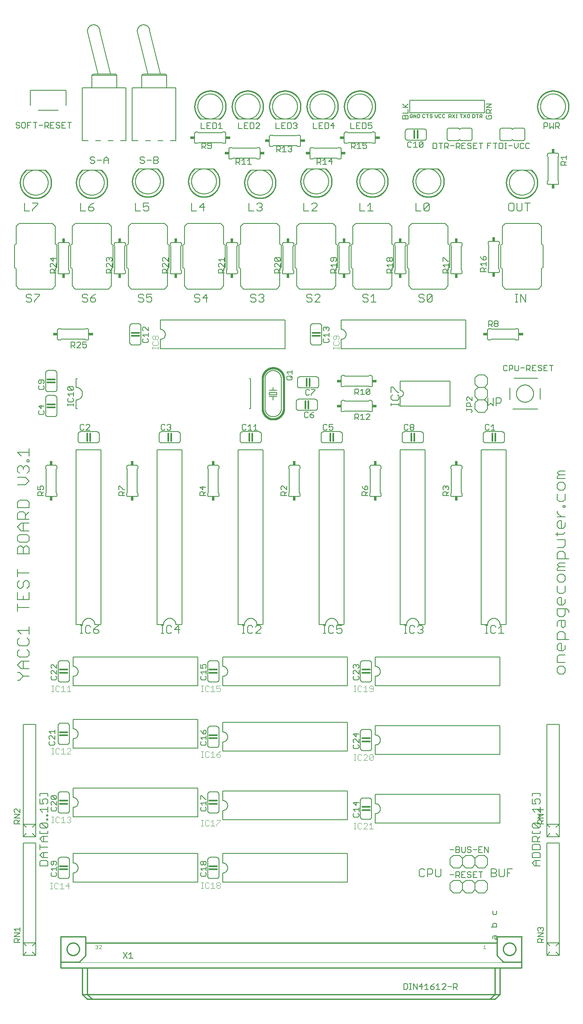
<source format=gbr>
G04 EAGLE Gerber RS-274X export*
G75*
%MOMM*%
%FSLAX34Y34*%
%LPD*%
%INSilkscreen Top*%
%IPPOS*%
%AMOC8*
5,1,8,0,0,1.08239X$1,22.5*%
G01*
%ADD10C,0.152400*%
%ADD11C,0.203200*%
%ADD12C,0.406400*%
%ADD13C,0.127000*%
%ADD14C,0.304800*%
%ADD15C,0.177800*%
%ADD16R,0.863600X0.609600*%
%ADD17R,0.609600X0.863600*%
%ADD18C,0.254000*%
%ADD19C,0.050800*%
%ADD20C,0.076200*%
%ADD21C,0.101600*%


D10*
X1327912Y1325132D02*
X1327912Y1308862D01*
X1333335Y1314285D01*
X1338759Y1308862D01*
X1338759Y1325132D01*
X1344284Y1325132D02*
X1344284Y1308862D01*
X1344284Y1325132D02*
X1352419Y1325132D01*
X1355130Y1322420D01*
X1355130Y1316997D01*
X1352419Y1314285D01*
X1344284Y1314285D01*
X431038Y372734D02*
X414768Y372734D01*
X431038Y372734D02*
X431038Y380869D01*
X428326Y383580D01*
X417480Y383580D01*
X414768Y380869D01*
X414768Y372734D01*
X420191Y389105D02*
X431038Y389105D01*
X420191Y389105D02*
X414768Y394528D01*
X420191Y399952D01*
X431038Y399952D01*
X422903Y399952D02*
X422903Y389105D01*
X431038Y410900D02*
X414768Y410900D01*
X414768Y405477D02*
X414768Y416323D01*
X420191Y421848D02*
X431038Y421848D01*
X420191Y421848D02*
X414768Y427272D01*
X420191Y432695D01*
X431038Y432695D01*
X422903Y432695D02*
X422903Y421848D01*
X431038Y438220D02*
X431038Y443643D01*
X431038Y438220D02*
X414768Y438220D01*
X414768Y443643D01*
X417480Y449134D02*
X428326Y449134D01*
X417480Y449134D02*
X414768Y451846D01*
X414768Y457269D01*
X417480Y459981D01*
X428326Y459981D01*
X431038Y457269D01*
X431038Y451846D01*
X428326Y449134D01*
X417480Y459981D01*
X428326Y465506D02*
X431038Y465506D01*
X428326Y465506D02*
X428326Y468217D01*
X431038Y468217D01*
X431038Y465506D01*
X431038Y473692D02*
X428326Y473692D01*
X428326Y476403D01*
X431038Y476403D01*
X431038Y473692D01*
X420191Y481877D02*
X414768Y487301D01*
X431038Y487301D01*
X431038Y492724D02*
X431038Y481877D01*
X414768Y498249D02*
X414768Y509095D01*
X414768Y498249D02*
X422903Y498249D01*
X420191Y503672D01*
X420191Y506384D01*
X422903Y509095D01*
X428326Y509095D01*
X431038Y506384D01*
X431038Y500961D01*
X428326Y498249D01*
X431038Y514620D02*
X431038Y520044D01*
X414768Y520044D01*
X414768Y514620D01*
X1423491Y372734D02*
X1434338Y372734D01*
X1423491Y372734D02*
X1418068Y378157D01*
X1423491Y383580D01*
X1434338Y383580D01*
X1426203Y383580D02*
X1426203Y372734D01*
X1418068Y389105D02*
X1434338Y389105D01*
X1434338Y397240D01*
X1431626Y399952D01*
X1420780Y399952D01*
X1418068Y397240D01*
X1418068Y389105D01*
X1418068Y405477D02*
X1434338Y405477D01*
X1434338Y413612D01*
X1431626Y416323D01*
X1420780Y416323D01*
X1418068Y413612D01*
X1418068Y405477D01*
X1418068Y421848D02*
X1434338Y421848D01*
X1418068Y421848D02*
X1418068Y429983D01*
X1420780Y432695D01*
X1426203Y432695D01*
X1428915Y429983D01*
X1428915Y421848D01*
X1428915Y427272D02*
X1434338Y432695D01*
X1434338Y438220D02*
X1434338Y443643D01*
X1434338Y438220D02*
X1418068Y438220D01*
X1418068Y443643D01*
X1420780Y449134D02*
X1431626Y449134D01*
X1420780Y449134D02*
X1418068Y451846D01*
X1418068Y457269D01*
X1420780Y459981D01*
X1431626Y459981D01*
X1434338Y457269D01*
X1434338Y451846D01*
X1431626Y449134D01*
X1420780Y459981D01*
X1431626Y465506D02*
X1434338Y465506D01*
X1431626Y465506D02*
X1431626Y468217D01*
X1434338Y468217D01*
X1434338Y465506D01*
X1434338Y473692D02*
X1431626Y473692D01*
X1431626Y476403D01*
X1434338Y476403D01*
X1434338Y473692D01*
X1423491Y481877D02*
X1418068Y487301D01*
X1434338Y487301D01*
X1434338Y492724D02*
X1434338Y481877D01*
X1418068Y498249D02*
X1418068Y509095D01*
X1418068Y498249D02*
X1426203Y498249D01*
X1423491Y503672D01*
X1423491Y506384D01*
X1426203Y509095D01*
X1431626Y509095D01*
X1434338Y506384D01*
X1434338Y500961D01*
X1431626Y498249D01*
X1434338Y514620D02*
X1434338Y520044D01*
X1418068Y520044D01*
X1418068Y514620D01*
D11*
X373194Y750316D02*
X369296Y750316D01*
X373194Y750316D02*
X380990Y758112D01*
X373194Y765908D01*
X369296Y765908D01*
X380990Y758112D02*
X392684Y758112D01*
X392684Y773704D02*
X377092Y773704D01*
X369296Y781500D01*
X377092Y789296D01*
X392684Y789296D01*
X380990Y789296D02*
X380990Y773704D01*
X369296Y808786D02*
X373194Y812684D01*
X369296Y808786D02*
X369296Y800990D01*
X373194Y797092D01*
X388786Y797092D01*
X392684Y800990D01*
X392684Y808786D01*
X388786Y812684D01*
X369296Y832174D02*
X373194Y836072D01*
X369296Y832174D02*
X369296Y824378D01*
X373194Y820480D01*
X388786Y820480D01*
X392684Y824378D01*
X392684Y832174D01*
X388786Y836072D01*
X377092Y843868D02*
X369296Y851664D01*
X392684Y851664D01*
X392684Y843868D02*
X392684Y859460D01*
X392684Y898440D02*
X369296Y898440D01*
X369296Y890644D02*
X369296Y906236D01*
X369296Y914032D02*
X369296Y929624D01*
X369296Y914032D02*
X392684Y914032D01*
X392684Y929624D01*
X380990Y921828D02*
X380990Y914032D01*
X369296Y949114D02*
X373194Y953012D01*
X369296Y949114D02*
X369296Y941318D01*
X373194Y937420D01*
X377092Y937420D01*
X380990Y941318D01*
X380990Y949114D01*
X384888Y953012D01*
X388786Y953012D01*
X392684Y949114D01*
X392684Y941318D01*
X388786Y937420D01*
X392684Y968604D02*
X369296Y968604D01*
X369296Y960808D02*
X369296Y976400D01*
X369296Y1007584D02*
X392684Y1007584D01*
X369296Y1007584D02*
X369296Y1019278D01*
X373194Y1023176D01*
X377092Y1023176D01*
X380990Y1019278D01*
X384888Y1023176D01*
X388786Y1023176D01*
X392684Y1019278D01*
X392684Y1007584D01*
X380990Y1007584D02*
X380990Y1019278D01*
X369296Y1034870D02*
X369296Y1042666D01*
X369296Y1034870D02*
X373194Y1030972D01*
X388786Y1030972D01*
X392684Y1034870D01*
X392684Y1042666D01*
X388786Y1046564D01*
X373194Y1046564D01*
X369296Y1042666D01*
X377092Y1054360D02*
X392684Y1054360D01*
X377092Y1054360D02*
X369296Y1062156D01*
X377092Y1069952D01*
X392684Y1069952D01*
X380990Y1069952D02*
X380990Y1054360D01*
X392684Y1077748D02*
X369296Y1077748D01*
X369296Y1089442D01*
X373194Y1093340D01*
X380990Y1093340D01*
X384888Y1089442D01*
X384888Y1077748D01*
X384888Y1085544D02*
X392684Y1093340D01*
X392684Y1101136D02*
X369296Y1101136D01*
X392684Y1101136D02*
X392684Y1112830D01*
X388786Y1116728D01*
X373194Y1116728D01*
X369296Y1112830D01*
X369296Y1101136D01*
X369296Y1147911D02*
X384888Y1147911D01*
X392684Y1155707D01*
X384888Y1163503D01*
X369296Y1163503D01*
X373194Y1171299D02*
X369296Y1175197D01*
X369296Y1182993D01*
X373194Y1186891D01*
X377092Y1186891D01*
X380990Y1182993D01*
X380990Y1179095D01*
X380990Y1182993D02*
X384888Y1186891D01*
X388786Y1186891D01*
X392684Y1182993D01*
X392684Y1175197D01*
X388786Y1171299D01*
X388786Y1194687D02*
X392684Y1194687D01*
X388786Y1194687D02*
X388786Y1198585D01*
X392684Y1198585D01*
X392684Y1194687D01*
X377092Y1206381D02*
X369296Y1214177D01*
X392684Y1214177D01*
X392684Y1206381D02*
X392684Y1221973D01*
X1484884Y774710D02*
X1484884Y766914D01*
X1484884Y774710D02*
X1480986Y778608D01*
X1473190Y778608D01*
X1469292Y774710D01*
X1469292Y766914D01*
X1473190Y763016D01*
X1480986Y763016D01*
X1484884Y766914D01*
X1484884Y786404D02*
X1469292Y786404D01*
X1469292Y798098D01*
X1473190Y801996D01*
X1484884Y801996D01*
X1484884Y813690D02*
X1484884Y821486D01*
X1484884Y813690D02*
X1480986Y809792D01*
X1473190Y809792D01*
X1469292Y813690D01*
X1469292Y821486D01*
X1473190Y825384D01*
X1477088Y825384D01*
X1477088Y809792D01*
X1469292Y833180D02*
X1492680Y833180D01*
X1469292Y833180D02*
X1469292Y844874D01*
X1473190Y848772D01*
X1480986Y848772D01*
X1484884Y844874D01*
X1484884Y833180D01*
X1469292Y860466D02*
X1469292Y868262D01*
X1473190Y872160D01*
X1484884Y872160D01*
X1484884Y860466D01*
X1480986Y856568D01*
X1477088Y860466D01*
X1477088Y872160D01*
X1492680Y887752D02*
X1492680Y891650D01*
X1488782Y895548D01*
X1469292Y895548D01*
X1469292Y883854D01*
X1473190Y879956D01*
X1480986Y879956D01*
X1484884Y883854D01*
X1484884Y895548D01*
X1484884Y907242D02*
X1484884Y915038D01*
X1484884Y907242D02*
X1480986Y903344D01*
X1473190Y903344D01*
X1469292Y907242D01*
X1469292Y915038D01*
X1473190Y918936D01*
X1477088Y918936D01*
X1477088Y903344D01*
X1469292Y930630D02*
X1469292Y942324D01*
X1469292Y930630D02*
X1473190Y926732D01*
X1480986Y926732D01*
X1484884Y930630D01*
X1484884Y942324D01*
X1484884Y954018D02*
X1484884Y961814D01*
X1480986Y965712D01*
X1473190Y965712D01*
X1469292Y961814D01*
X1469292Y954018D01*
X1473190Y950120D01*
X1480986Y950120D01*
X1484884Y954018D01*
X1484884Y973508D02*
X1469292Y973508D01*
X1469292Y977406D01*
X1473190Y981304D01*
X1484884Y981304D01*
X1473190Y981304D02*
X1469292Y985202D01*
X1473190Y989100D01*
X1484884Y989100D01*
X1492680Y996896D02*
X1469292Y996896D01*
X1469292Y1008590D01*
X1473190Y1012488D01*
X1480986Y1012488D01*
X1484884Y1008590D01*
X1484884Y996896D01*
X1480986Y1020284D02*
X1469292Y1020284D01*
X1480986Y1020284D02*
X1484884Y1024182D01*
X1484884Y1035876D01*
X1469292Y1035876D01*
X1465394Y1047570D02*
X1480986Y1047570D01*
X1484884Y1051468D01*
X1469292Y1051468D02*
X1469292Y1043672D01*
X1484884Y1063162D02*
X1484884Y1070958D01*
X1484884Y1063162D02*
X1480986Y1059264D01*
X1473190Y1059264D01*
X1469292Y1063162D01*
X1469292Y1070958D01*
X1473190Y1074856D01*
X1477088Y1074856D01*
X1477088Y1059264D01*
X1484884Y1082652D02*
X1469292Y1082652D01*
X1477088Y1082652D02*
X1469292Y1090448D01*
X1469292Y1094346D01*
X1480986Y1102142D02*
X1484884Y1102142D01*
X1480986Y1102142D02*
X1480986Y1106040D01*
X1484884Y1106040D01*
X1484884Y1102142D01*
X1469292Y1117733D02*
X1469292Y1129427D01*
X1469292Y1117733D02*
X1473190Y1113836D01*
X1480986Y1113836D01*
X1484884Y1117733D01*
X1484884Y1129427D01*
X1484884Y1141121D02*
X1484884Y1148917D01*
X1480986Y1152815D01*
X1473190Y1152815D01*
X1469292Y1148917D01*
X1469292Y1141121D01*
X1473190Y1137223D01*
X1480986Y1137223D01*
X1484884Y1141121D01*
X1484884Y1160611D02*
X1469292Y1160611D01*
X1469292Y1164509D01*
X1473190Y1168407D01*
X1484884Y1168407D01*
X1473190Y1168407D02*
X1469292Y1172305D01*
X1473190Y1176203D01*
X1484884Y1176203D01*
D10*
X1196347Y366282D02*
X1199059Y363570D01*
X1196347Y366282D02*
X1190924Y366282D01*
X1188212Y363570D01*
X1188212Y352724D01*
X1190924Y350012D01*
X1196347Y350012D01*
X1199059Y352724D01*
X1204584Y350012D02*
X1204584Y366282D01*
X1212719Y366282D01*
X1215430Y363570D01*
X1215430Y358147D01*
X1212719Y355435D01*
X1204584Y355435D01*
X1220955Y352724D02*
X1220955Y366282D01*
X1220955Y352724D02*
X1223667Y350012D01*
X1229090Y350012D01*
X1231802Y352724D01*
X1231802Y366282D01*
X1334262Y366282D02*
X1334262Y350012D01*
X1334262Y366282D02*
X1342397Y366282D01*
X1345109Y363570D01*
X1345109Y360859D01*
X1342397Y358147D01*
X1345109Y355435D01*
X1345109Y352724D01*
X1342397Y350012D01*
X1334262Y350012D01*
X1334262Y358147D02*
X1342397Y358147D01*
X1350634Y352724D02*
X1350634Y366282D01*
X1350634Y352724D02*
X1353345Y350012D01*
X1358769Y350012D01*
X1361480Y352724D01*
X1361480Y366282D01*
X1367005Y366282D02*
X1367005Y350012D01*
X1367005Y366282D02*
X1377852Y366282D01*
X1372428Y358147D02*
X1367005Y358147D01*
D12*
X868680Y1303020D02*
X868680Y1363980D01*
X911860Y1363980D02*
X911860Y1303020D01*
D10*
X873760Y1303020D02*
X873760Y1363980D01*
X906780Y1363980D02*
X906780Y1303020D01*
X897890Y1330960D02*
X897890Y1336040D01*
X897890Y1330960D02*
X882650Y1330960D01*
X882650Y1336040D01*
X897890Y1336040D01*
X897890Y1327150D02*
X890270Y1327150D01*
X882650Y1327150D01*
X890270Y1339850D02*
X897890Y1339850D01*
X890270Y1339850D02*
X882650Y1339850D01*
X890270Y1327150D02*
X890270Y1320800D01*
X890270Y1339850D02*
X890270Y1346200D01*
D12*
X911860Y1363980D02*
X911854Y1364506D01*
X911834Y1365031D01*
X911802Y1365556D01*
X911758Y1366080D01*
X911700Y1366602D01*
X911630Y1367124D01*
X911547Y1367643D01*
X911452Y1368160D01*
X911343Y1368674D01*
X911223Y1369186D01*
X911090Y1369695D01*
X910945Y1370200D01*
X910787Y1370702D01*
X910617Y1371199D01*
X910435Y1371693D01*
X910242Y1372181D01*
X910036Y1372665D01*
X909819Y1373144D01*
X909590Y1373617D01*
X909349Y1374085D01*
X909098Y1374547D01*
X908835Y1375002D01*
X908561Y1375451D01*
X908276Y1375893D01*
X907981Y1376328D01*
X907675Y1376755D01*
X907358Y1377175D01*
X907032Y1377587D01*
X906696Y1377992D01*
X906350Y1378387D01*
X905994Y1378775D01*
X905629Y1379153D01*
X905255Y1379523D01*
X904872Y1379883D01*
X904481Y1380234D01*
X904081Y1380575D01*
X903672Y1380906D01*
X903256Y1381228D01*
X902832Y1381539D01*
X902401Y1381840D01*
X901963Y1382130D01*
X901517Y1382409D01*
X901065Y1382677D01*
X900606Y1382935D01*
X900142Y1383181D01*
X899671Y1383416D01*
X899195Y1383639D01*
X898714Y1383850D01*
X898228Y1384050D01*
X897737Y1384238D01*
X897241Y1384414D01*
X896741Y1384577D01*
X896238Y1384729D01*
X895731Y1384868D01*
X895221Y1384995D01*
X894707Y1385109D01*
X894192Y1385211D01*
X893673Y1385300D01*
X893153Y1385377D01*
X892631Y1385440D01*
X892108Y1385492D01*
X891584Y1385530D01*
X891059Y1385556D01*
X890533Y1385568D01*
X890007Y1385568D01*
X889481Y1385556D01*
X888956Y1385530D01*
X888432Y1385492D01*
X887909Y1385440D01*
X887387Y1385377D01*
X886867Y1385300D01*
X886348Y1385211D01*
X885833Y1385109D01*
X885319Y1384995D01*
X884809Y1384868D01*
X884302Y1384729D01*
X883799Y1384577D01*
X883299Y1384414D01*
X882803Y1384238D01*
X882312Y1384050D01*
X881826Y1383850D01*
X881345Y1383639D01*
X880869Y1383416D01*
X880398Y1383181D01*
X879934Y1382935D01*
X879475Y1382677D01*
X879023Y1382409D01*
X878577Y1382130D01*
X878139Y1381840D01*
X877708Y1381539D01*
X877284Y1381228D01*
X876868Y1380906D01*
X876459Y1380575D01*
X876059Y1380234D01*
X875668Y1379883D01*
X875285Y1379523D01*
X874911Y1379153D01*
X874546Y1378775D01*
X874190Y1378387D01*
X873844Y1377992D01*
X873508Y1377587D01*
X873182Y1377175D01*
X872865Y1376755D01*
X872559Y1376328D01*
X872264Y1375893D01*
X871979Y1375451D01*
X871705Y1375002D01*
X871442Y1374547D01*
X871191Y1374085D01*
X870950Y1373617D01*
X870721Y1373144D01*
X870504Y1372665D01*
X870298Y1372181D01*
X870105Y1371693D01*
X869923Y1371199D01*
X869753Y1370702D01*
X869595Y1370200D01*
X869450Y1369695D01*
X869317Y1369186D01*
X869197Y1368674D01*
X869088Y1368160D01*
X868993Y1367643D01*
X868910Y1367124D01*
X868840Y1366602D01*
X868782Y1366080D01*
X868738Y1365556D01*
X868706Y1365031D01*
X868686Y1364506D01*
X868680Y1363980D01*
X868680Y1303020D02*
X868686Y1302494D01*
X868706Y1301969D01*
X868738Y1301444D01*
X868782Y1300920D01*
X868840Y1300398D01*
X868910Y1299876D01*
X868993Y1299357D01*
X869088Y1298840D01*
X869197Y1298326D01*
X869317Y1297814D01*
X869450Y1297305D01*
X869595Y1296800D01*
X869753Y1296298D01*
X869923Y1295801D01*
X870105Y1295307D01*
X870298Y1294819D01*
X870504Y1294335D01*
X870721Y1293856D01*
X870950Y1293383D01*
X871191Y1292915D01*
X871442Y1292453D01*
X871705Y1291998D01*
X871979Y1291549D01*
X872264Y1291107D01*
X872559Y1290672D01*
X872865Y1290245D01*
X873182Y1289825D01*
X873508Y1289413D01*
X873844Y1289008D01*
X874190Y1288613D01*
X874546Y1288225D01*
X874911Y1287847D01*
X875285Y1287477D01*
X875668Y1287117D01*
X876059Y1286766D01*
X876459Y1286425D01*
X876868Y1286094D01*
X877284Y1285772D01*
X877708Y1285461D01*
X878139Y1285160D01*
X878577Y1284870D01*
X879023Y1284591D01*
X879475Y1284323D01*
X879934Y1284065D01*
X880398Y1283819D01*
X880869Y1283584D01*
X881345Y1283361D01*
X881826Y1283150D01*
X882312Y1282950D01*
X882803Y1282762D01*
X883299Y1282586D01*
X883799Y1282423D01*
X884302Y1282271D01*
X884809Y1282132D01*
X885319Y1282005D01*
X885833Y1281891D01*
X886348Y1281789D01*
X886867Y1281700D01*
X887387Y1281623D01*
X887909Y1281560D01*
X888432Y1281508D01*
X888956Y1281470D01*
X889481Y1281444D01*
X890007Y1281432D01*
X890533Y1281432D01*
X891059Y1281444D01*
X891584Y1281470D01*
X892108Y1281508D01*
X892631Y1281560D01*
X893153Y1281623D01*
X893673Y1281700D01*
X894192Y1281789D01*
X894707Y1281891D01*
X895221Y1282005D01*
X895731Y1282132D01*
X896238Y1282271D01*
X896741Y1282423D01*
X897241Y1282586D01*
X897737Y1282762D01*
X898228Y1282950D01*
X898714Y1283150D01*
X899195Y1283361D01*
X899671Y1283584D01*
X900142Y1283819D01*
X900606Y1284065D01*
X901065Y1284323D01*
X901517Y1284591D01*
X901963Y1284870D01*
X902401Y1285160D01*
X902832Y1285461D01*
X903256Y1285772D01*
X903672Y1286094D01*
X904081Y1286425D01*
X904481Y1286766D01*
X904872Y1287117D01*
X905255Y1287477D01*
X905629Y1287847D01*
X905994Y1288225D01*
X906350Y1288613D01*
X906696Y1289008D01*
X907032Y1289413D01*
X907358Y1289825D01*
X907675Y1290245D01*
X907981Y1290672D01*
X908276Y1291107D01*
X908561Y1291549D01*
X908835Y1291998D01*
X909098Y1292453D01*
X909349Y1292915D01*
X909590Y1293383D01*
X909819Y1293856D01*
X910036Y1294335D01*
X910242Y1294819D01*
X910435Y1295307D01*
X910617Y1295801D01*
X910787Y1296298D01*
X910945Y1296800D01*
X911090Y1297305D01*
X911223Y1297814D01*
X911343Y1298326D01*
X911452Y1298840D01*
X911547Y1299357D01*
X911630Y1299876D01*
X911700Y1300398D01*
X911758Y1300920D01*
X911802Y1301444D01*
X911834Y1301969D01*
X911854Y1302494D01*
X911860Y1303020D01*
D10*
X906780Y1363980D02*
X906775Y1364382D01*
X906760Y1364784D01*
X906736Y1365185D01*
X906702Y1365586D01*
X906658Y1365985D01*
X906604Y1366384D01*
X906541Y1366781D01*
X906468Y1367176D01*
X906385Y1367570D01*
X906293Y1367961D01*
X906191Y1368350D01*
X906080Y1368737D01*
X905959Y1369120D01*
X905830Y1369501D01*
X905691Y1369878D01*
X905542Y1370252D01*
X905385Y1370622D01*
X905219Y1370988D01*
X905044Y1371350D01*
X904860Y1371707D01*
X904668Y1372060D01*
X904467Y1372408D01*
X904257Y1372752D01*
X904039Y1373090D01*
X903813Y1373422D01*
X903579Y1373749D01*
X903338Y1374070D01*
X903088Y1374386D01*
X902831Y1374695D01*
X902566Y1374997D01*
X902294Y1375294D01*
X902015Y1375583D01*
X901729Y1375866D01*
X901436Y1376141D01*
X901137Y1376409D01*
X900831Y1376670D01*
X900519Y1376924D01*
X900201Y1377170D01*
X899876Y1377407D01*
X899547Y1377637D01*
X899211Y1377859D01*
X898871Y1378073D01*
X898525Y1378278D01*
X898174Y1378475D01*
X897819Y1378663D01*
X897459Y1378843D01*
X897095Y1379013D01*
X896727Y1379175D01*
X896355Y1379328D01*
X895980Y1379471D01*
X895601Y1379606D01*
X895219Y1379731D01*
X894834Y1379847D01*
X894446Y1379953D01*
X894056Y1380050D01*
X893663Y1380138D01*
X893269Y1380215D01*
X892873Y1380284D01*
X892475Y1380342D01*
X892076Y1380391D01*
X891676Y1380430D01*
X891275Y1380459D01*
X890873Y1380479D01*
X890471Y1380489D01*
X890069Y1380489D01*
X889667Y1380479D01*
X889265Y1380459D01*
X888864Y1380430D01*
X888464Y1380391D01*
X888065Y1380342D01*
X887667Y1380284D01*
X887271Y1380215D01*
X886877Y1380138D01*
X886484Y1380050D01*
X886094Y1379953D01*
X885706Y1379847D01*
X885321Y1379731D01*
X884939Y1379606D01*
X884560Y1379471D01*
X884185Y1379328D01*
X883813Y1379175D01*
X883445Y1379013D01*
X883081Y1378843D01*
X882721Y1378663D01*
X882366Y1378475D01*
X882015Y1378278D01*
X881669Y1378073D01*
X881329Y1377859D01*
X880993Y1377637D01*
X880664Y1377407D01*
X880339Y1377170D01*
X880021Y1376924D01*
X879709Y1376670D01*
X879403Y1376409D01*
X879104Y1376141D01*
X878811Y1375866D01*
X878525Y1375583D01*
X878246Y1375294D01*
X877974Y1374997D01*
X877709Y1374695D01*
X877452Y1374386D01*
X877202Y1374070D01*
X876961Y1373749D01*
X876727Y1373422D01*
X876501Y1373090D01*
X876283Y1372752D01*
X876073Y1372408D01*
X875872Y1372060D01*
X875680Y1371707D01*
X875496Y1371350D01*
X875321Y1370988D01*
X875155Y1370622D01*
X874998Y1370252D01*
X874849Y1369878D01*
X874710Y1369501D01*
X874581Y1369120D01*
X874460Y1368737D01*
X874349Y1368350D01*
X874247Y1367961D01*
X874155Y1367570D01*
X874072Y1367176D01*
X873999Y1366781D01*
X873936Y1366384D01*
X873882Y1365985D01*
X873838Y1365586D01*
X873804Y1365185D01*
X873780Y1364784D01*
X873765Y1364382D01*
X873760Y1363980D01*
X873760Y1303020D02*
X873765Y1302618D01*
X873780Y1302216D01*
X873804Y1301815D01*
X873838Y1301414D01*
X873882Y1301015D01*
X873936Y1300616D01*
X873999Y1300219D01*
X874072Y1299824D01*
X874155Y1299430D01*
X874247Y1299039D01*
X874349Y1298650D01*
X874460Y1298263D01*
X874581Y1297880D01*
X874710Y1297499D01*
X874849Y1297122D01*
X874998Y1296748D01*
X875155Y1296378D01*
X875321Y1296012D01*
X875496Y1295650D01*
X875680Y1295293D01*
X875872Y1294940D01*
X876073Y1294592D01*
X876283Y1294248D01*
X876501Y1293910D01*
X876727Y1293578D01*
X876961Y1293251D01*
X877202Y1292930D01*
X877452Y1292614D01*
X877709Y1292305D01*
X877974Y1292003D01*
X878246Y1291706D01*
X878525Y1291417D01*
X878811Y1291134D01*
X879104Y1290859D01*
X879403Y1290591D01*
X879709Y1290330D01*
X880021Y1290076D01*
X880339Y1289830D01*
X880664Y1289593D01*
X880993Y1289363D01*
X881329Y1289141D01*
X881669Y1288927D01*
X882015Y1288722D01*
X882366Y1288525D01*
X882721Y1288337D01*
X883081Y1288157D01*
X883445Y1287987D01*
X883813Y1287825D01*
X884185Y1287672D01*
X884560Y1287529D01*
X884939Y1287394D01*
X885321Y1287269D01*
X885706Y1287153D01*
X886094Y1287047D01*
X886484Y1286950D01*
X886877Y1286862D01*
X887271Y1286785D01*
X887667Y1286716D01*
X888065Y1286658D01*
X888464Y1286609D01*
X888864Y1286570D01*
X889265Y1286541D01*
X889667Y1286521D01*
X890069Y1286511D01*
X890471Y1286511D01*
X890873Y1286521D01*
X891275Y1286541D01*
X891676Y1286570D01*
X892076Y1286609D01*
X892475Y1286658D01*
X892873Y1286716D01*
X893269Y1286785D01*
X893663Y1286862D01*
X894056Y1286950D01*
X894446Y1287047D01*
X894834Y1287153D01*
X895219Y1287269D01*
X895601Y1287394D01*
X895980Y1287529D01*
X896355Y1287672D01*
X896727Y1287825D01*
X897095Y1287987D01*
X897459Y1288157D01*
X897819Y1288337D01*
X898174Y1288525D01*
X898525Y1288722D01*
X898871Y1288927D01*
X899211Y1289141D01*
X899547Y1289363D01*
X899876Y1289593D01*
X900201Y1289830D01*
X900519Y1290076D01*
X900831Y1290330D01*
X901137Y1290591D01*
X901436Y1290859D01*
X901729Y1291134D01*
X902015Y1291417D01*
X902294Y1291706D01*
X902566Y1292003D01*
X902831Y1292305D01*
X903088Y1292614D01*
X903338Y1292930D01*
X903579Y1293251D01*
X903813Y1293578D01*
X904039Y1293910D01*
X904257Y1294248D01*
X904467Y1294592D01*
X904668Y1294940D01*
X904860Y1295293D01*
X905044Y1295650D01*
X905219Y1296012D01*
X905385Y1296378D01*
X905542Y1296748D01*
X905691Y1297122D01*
X905830Y1297499D01*
X905959Y1297880D01*
X906080Y1298263D01*
X906191Y1298650D01*
X906293Y1299039D01*
X906385Y1299430D01*
X906468Y1299824D01*
X906541Y1300219D01*
X906604Y1300616D01*
X906658Y1301015D01*
X906702Y1301414D01*
X906736Y1301815D01*
X906760Y1302216D01*
X906775Y1302618D01*
X906780Y1303020D01*
D13*
X919472Y1361547D02*
X927098Y1361547D01*
X919472Y1361547D02*
X917565Y1363454D01*
X917565Y1367267D01*
X919472Y1369174D01*
X927098Y1369174D01*
X929005Y1367267D01*
X929005Y1363454D01*
X927098Y1361547D01*
X925192Y1365360D02*
X929005Y1369174D01*
X921379Y1373241D02*
X917565Y1377054D01*
X929005Y1377054D01*
X929005Y1373241D02*
X929005Y1380868D01*
D11*
X488950Y1320800D02*
X488950Y1303020D01*
X488950Y1320800D02*
X489259Y1320804D01*
X489568Y1320815D01*
X489877Y1320834D01*
X490185Y1320860D01*
X490493Y1320894D01*
X490799Y1320935D01*
X491105Y1320984D01*
X491409Y1321040D01*
X491711Y1321104D01*
X492012Y1321175D01*
X492312Y1321253D01*
X492609Y1321338D01*
X492904Y1321431D01*
X493197Y1321531D01*
X493487Y1321638D01*
X493774Y1321752D01*
X494059Y1321873D01*
X494341Y1322001D01*
X494619Y1322135D01*
X494894Y1322277D01*
X495166Y1322425D01*
X495433Y1322580D01*
X495697Y1322741D01*
X495957Y1322908D01*
X496213Y1323082D01*
X496465Y1323262D01*
X496712Y1323448D01*
X496954Y1323640D01*
X497192Y1323838D01*
X497425Y1324041D01*
X497653Y1324251D01*
X497875Y1324465D01*
X498093Y1324685D01*
X498305Y1324911D01*
X498511Y1325141D01*
X498712Y1325376D01*
X498907Y1325616D01*
X499096Y1325861D01*
X499279Y1326110D01*
X499456Y1326364D01*
X499626Y1326622D01*
X499791Y1326884D01*
X499949Y1327150D01*
X500100Y1327420D01*
X500245Y1327693D01*
X500383Y1327970D01*
X500514Y1328250D01*
X500638Y1328533D01*
X500756Y1328819D01*
X500866Y1329108D01*
X500970Y1329399D01*
X501066Y1329693D01*
X501155Y1329989D01*
X501237Y1330288D01*
X501312Y1330588D01*
X501379Y1330890D01*
X501439Y1331193D01*
X501491Y1331498D01*
X501536Y1331804D01*
X501574Y1332111D01*
X501604Y1332419D01*
X501626Y1332727D01*
X501642Y1333036D01*
X501649Y1333345D01*
X501649Y1333655D01*
X501642Y1333964D01*
X501626Y1334273D01*
X501604Y1334581D01*
X501574Y1334889D01*
X501536Y1335196D01*
X501491Y1335502D01*
X501439Y1335807D01*
X501379Y1336110D01*
X501312Y1336412D01*
X501237Y1336712D01*
X501155Y1337011D01*
X501066Y1337307D01*
X500970Y1337601D01*
X500866Y1337892D01*
X500756Y1338181D01*
X500638Y1338467D01*
X500514Y1338750D01*
X500383Y1339030D01*
X500245Y1339307D01*
X500100Y1339580D01*
X499949Y1339850D01*
X499791Y1340116D01*
X499626Y1340378D01*
X499456Y1340636D01*
X499279Y1340890D01*
X499096Y1341139D01*
X498907Y1341384D01*
X498712Y1341624D01*
X498511Y1341859D01*
X498305Y1342089D01*
X498093Y1342315D01*
X497875Y1342535D01*
X497653Y1342749D01*
X497425Y1342959D01*
X497192Y1343162D01*
X496954Y1343360D01*
X496712Y1343552D01*
X496465Y1343738D01*
X496213Y1343918D01*
X495957Y1344092D01*
X495697Y1344259D01*
X495433Y1344420D01*
X495166Y1344575D01*
X494894Y1344723D01*
X494619Y1344865D01*
X494341Y1344999D01*
X494059Y1345127D01*
X493774Y1345248D01*
X493487Y1345362D01*
X493197Y1345469D01*
X492904Y1345569D01*
X492609Y1345662D01*
X492312Y1345747D01*
X492012Y1345825D01*
X491711Y1345896D01*
X491409Y1345960D01*
X491105Y1346016D01*
X490799Y1346065D01*
X490493Y1346106D01*
X490185Y1346140D01*
X489877Y1346166D01*
X489568Y1346185D01*
X489259Y1346196D01*
X488950Y1346200D01*
X844550Y1363980D02*
X844550Y1303020D01*
X488950Y1346200D02*
X488950Y1363980D01*
X491490Y1363980D01*
X491490Y1303020D02*
X488950Y1303020D01*
X842010Y1303020D02*
X844550Y1303020D01*
X844550Y1363980D02*
X842010Y1363980D01*
D13*
X483235Y1312850D02*
X483235Y1309037D01*
X483235Y1310944D02*
X471795Y1310944D01*
X471795Y1312850D02*
X471795Y1309037D01*
X471795Y1322553D02*
X473702Y1324460D01*
X471795Y1322553D02*
X471795Y1318740D01*
X473702Y1316833D01*
X481328Y1316833D01*
X483235Y1318740D01*
X483235Y1322553D01*
X481328Y1324460D01*
X475609Y1328527D02*
X471795Y1332340D01*
X483235Y1332340D01*
X483235Y1328527D02*
X483235Y1336153D01*
X481328Y1340221D02*
X473702Y1340221D01*
X471795Y1342128D01*
X471795Y1345941D01*
X473702Y1347847D01*
X481328Y1347847D01*
X483235Y1345941D01*
X483235Y1342128D01*
X481328Y1340221D01*
X473702Y1347847D01*
D10*
X980440Y1316990D02*
X980440Y1304290D01*
X980438Y1304150D01*
X980432Y1304010D01*
X980423Y1303870D01*
X980409Y1303731D01*
X980392Y1303592D01*
X980371Y1303454D01*
X980346Y1303316D01*
X980317Y1303179D01*
X980285Y1303043D01*
X980248Y1302908D01*
X980208Y1302774D01*
X980165Y1302641D01*
X980117Y1302509D01*
X980067Y1302378D01*
X980012Y1302249D01*
X979954Y1302122D01*
X979893Y1301996D01*
X979828Y1301872D01*
X979759Y1301750D01*
X979688Y1301630D01*
X979613Y1301512D01*
X979535Y1301395D01*
X979453Y1301281D01*
X979369Y1301170D01*
X979281Y1301061D01*
X979191Y1300954D01*
X979097Y1300849D01*
X979001Y1300748D01*
X978902Y1300649D01*
X978801Y1300553D01*
X978696Y1300459D01*
X978589Y1300369D01*
X978480Y1300281D01*
X978369Y1300197D01*
X978255Y1300115D01*
X978138Y1300037D01*
X978020Y1299962D01*
X977900Y1299891D01*
X977778Y1299822D01*
X977654Y1299757D01*
X977528Y1299696D01*
X977401Y1299638D01*
X977272Y1299583D01*
X977141Y1299533D01*
X977009Y1299485D01*
X976876Y1299442D01*
X976742Y1299402D01*
X976607Y1299365D01*
X976471Y1299333D01*
X976334Y1299304D01*
X976196Y1299279D01*
X976058Y1299258D01*
X975919Y1299241D01*
X975780Y1299227D01*
X975640Y1299218D01*
X975500Y1299212D01*
X975360Y1299210D01*
X980440Y1316990D02*
X980438Y1317130D01*
X980432Y1317270D01*
X980423Y1317410D01*
X980409Y1317549D01*
X980392Y1317688D01*
X980371Y1317826D01*
X980346Y1317964D01*
X980317Y1318101D01*
X980285Y1318237D01*
X980248Y1318372D01*
X980208Y1318506D01*
X980165Y1318639D01*
X980117Y1318771D01*
X980067Y1318902D01*
X980012Y1319031D01*
X979954Y1319158D01*
X979893Y1319284D01*
X979828Y1319408D01*
X979759Y1319530D01*
X979688Y1319650D01*
X979613Y1319768D01*
X979535Y1319885D01*
X979453Y1319999D01*
X979369Y1320110D01*
X979281Y1320219D01*
X979191Y1320326D01*
X979097Y1320431D01*
X979001Y1320532D01*
X978902Y1320631D01*
X978801Y1320727D01*
X978696Y1320821D01*
X978589Y1320911D01*
X978480Y1320999D01*
X978369Y1321083D01*
X978255Y1321165D01*
X978138Y1321243D01*
X978020Y1321318D01*
X977900Y1321389D01*
X977778Y1321458D01*
X977654Y1321523D01*
X977528Y1321584D01*
X977401Y1321642D01*
X977272Y1321697D01*
X977141Y1321747D01*
X977009Y1321795D01*
X976876Y1321838D01*
X976742Y1321878D01*
X976607Y1321915D01*
X976471Y1321947D01*
X976334Y1321976D01*
X976196Y1322001D01*
X976058Y1322022D01*
X975919Y1322039D01*
X975780Y1322053D01*
X975640Y1322062D01*
X975500Y1322068D01*
X975360Y1322070D01*
X975360Y1299210D02*
X942340Y1299210D01*
X937260Y1304290D02*
X937260Y1316990D01*
X942340Y1322070D02*
X975360Y1322070D01*
X942340Y1299210D02*
X942200Y1299212D01*
X942060Y1299218D01*
X941920Y1299227D01*
X941781Y1299241D01*
X941642Y1299258D01*
X941504Y1299279D01*
X941366Y1299304D01*
X941229Y1299333D01*
X941093Y1299365D01*
X940958Y1299402D01*
X940824Y1299442D01*
X940691Y1299485D01*
X940559Y1299533D01*
X940428Y1299583D01*
X940299Y1299638D01*
X940172Y1299696D01*
X940046Y1299757D01*
X939922Y1299822D01*
X939800Y1299891D01*
X939680Y1299962D01*
X939562Y1300037D01*
X939445Y1300115D01*
X939331Y1300197D01*
X939220Y1300281D01*
X939111Y1300369D01*
X939004Y1300459D01*
X938899Y1300553D01*
X938798Y1300649D01*
X938699Y1300748D01*
X938603Y1300849D01*
X938509Y1300954D01*
X938419Y1301061D01*
X938331Y1301170D01*
X938247Y1301281D01*
X938165Y1301395D01*
X938087Y1301512D01*
X938012Y1301630D01*
X937941Y1301750D01*
X937872Y1301872D01*
X937807Y1301996D01*
X937746Y1302122D01*
X937688Y1302249D01*
X937633Y1302378D01*
X937583Y1302509D01*
X937535Y1302641D01*
X937492Y1302774D01*
X937452Y1302908D01*
X937415Y1303043D01*
X937383Y1303179D01*
X937354Y1303316D01*
X937329Y1303454D01*
X937308Y1303592D01*
X937291Y1303731D01*
X937277Y1303870D01*
X937268Y1304010D01*
X937262Y1304150D01*
X937260Y1304290D01*
X937260Y1316990D02*
X937262Y1317130D01*
X937268Y1317270D01*
X937277Y1317410D01*
X937291Y1317549D01*
X937308Y1317688D01*
X937329Y1317826D01*
X937354Y1317964D01*
X937383Y1318101D01*
X937415Y1318237D01*
X937452Y1318372D01*
X937492Y1318506D01*
X937535Y1318639D01*
X937583Y1318771D01*
X937633Y1318902D01*
X937688Y1319031D01*
X937746Y1319158D01*
X937807Y1319284D01*
X937872Y1319408D01*
X937941Y1319530D01*
X938012Y1319650D01*
X938087Y1319768D01*
X938165Y1319885D01*
X938247Y1319999D01*
X938331Y1320110D01*
X938419Y1320219D01*
X938509Y1320326D01*
X938603Y1320431D01*
X938699Y1320532D01*
X938798Y1320631D01*
X938899Y1320727D01*
X939004Y1320821D01*
X939111Y1320911D01*
X939220Y1320999D01*
X939331Y1321083D01*
X939445Y1321165D01*
X939562Y1321243D01*
X939680Y1321318D01*
X939800Y1321389D01*
X939922Y1321458D01*
X940046Y1321523D01*
X940172Y1321584D01*
X940299Y1321642D01*
X940428Y1321697D01*
X940559Y1321747D01*
X940691Y1321795D01*
X940824Y1321838D01*
X940958Y1321878D01*
X941093Y1321915D01*
X941229Y1321947D01*
X941366Y1321976D01*
X941504Y1322001D01*
X941642Y1322022D01*
X941781Y1322039D01*
X941920Y1322053D01*
X942060Y1322062D01*
X942200Y1322068D01*
X942340Y1322070D01*
D14*
X961898Y1318260D02*
X961898Y1303020D01*
X955548Y1303020D02*
X955548Y1318260D01*
D13*
X959597Y1296045D02*
X961504Y1294138D01*
X959597Y1296045D02*
X955784Y1296045D01*
X953877Y1294138D01*
X953877Y1286512D01*
X955784Y1284605D01*
X959597Y1284605D01*
X961504Y1286512D01*
X969384Y1294138D02*
X973198Y1296045D01*
X969384Y1294138D02*
X965571Y1290325D01*
X965571Y1286512D01*
X967478Y1284605D01*
X971291Y1284605D01*
X973198Y1286512D01*
X973198Y1288418D01*
X971291Y1290325D01*
X965571Y1290325D01*
D10*
X982980Y1350010D02*
X982980Y1362710D01*
X982980Y1350010D02*
X982978Y1349870D01*
X982972Y1349730D01*
X982963Y1349590D01*
X982949Y1349451D01*
X982932Y1349312D01*
X982911Y1349174D01*
X982886Y1349036D01*
X982857Y1348899D01*
X982825Y1348763D01*
X982788Y1348628D01*
X982748Y1348494D01*
X982705Y1348361D01*
X982657Y1348229D01*
X982607Y1348098D01*
X982552Y1347969D01*
X982494Y1347842D01*
X982433Y1347716D01*
X982368Y1347592D01*
X982299Y1347470D01*
X982228Y1347350D01*
X982153Y1347232D01*
X982075Y1347115D01*
X981993Y1347001D01*
X981909Y1346890D01*
X981821Y1346781D01*
X981731Y1346674D01*
X981637Y1346569D01*
X981541Y1346468D01*
X981442Y1346369D01*
X981341Y1346273D01*
X981236Y1346179D01*
X981129Y1346089D01*
X981020Y1346001D01*
X980909Y1345917D01*
X980795Y1345835D01*
X980678Y1345757D01*
X980560Y1345682D01*
X980440Y1345611D01*
X980318Y1345542D01*
X980194Y1345477D01*
X980068Y1345416D01*
X979941Y1345358D01*
X979812Y1345303D01*
X979681Y1345253D01*
X979549Y1345205D01*
X979416Y1345162D01*
X979282Y1345122D01*
X979147Y1345085D01*
X979011Y1345053D01*
X978874Y1345024D01*
X978736Y1344999D01*
X978598Y1344978D01*
X978459Y1344961D01*
X978320Y1344947D01*
X978180Y1344938D01*
X978040Y1344932D01*
X977900Y1344930D01*
X982980Y1362710D02*
X982978Y1362850D01*
X982972Y1362990D01*
X982963Y1363130D01*
X982949Y1363269D01*
X982932Y1363408D01*
X982911Y1363546D01*
X982886Y1363684D01*
X982857Y1363821D01*
X982825Y1363957D01*
X982788Y1364092D01*
X982748Y1364226D01*
X982705Y1364359D01*
X982657Y1364491D01*
X982607Y1364622D01*
X982552Y1364751D01*
X982494Y1364878D01*
X982433Y1365004D01*
X982368Y1365128D01*
X982299Y1365250D01*
X982228Y1365370D01*
X982153Y1365488D01*
X982075Y1365605D01*
X981993Y1365719D01*
X981909Y1365830D01*
X981821Y1365939D01*
X981731Y1366046D01*
X981637Y1366151D01*
X981541Y1366252D01*
X981442Y1366351D01*
X981341Y1366447D01*
X981236Y1366541D01*
X981129Y1366631D01*
X981020Y1366719D01*
X980909Y1366803D01*
X980795Y1366885D01*
X980678Y1366963D01*
X980560Y1367038D01*
X980440Y1367109D01*
X980318Y1367178D01*
X980194Y1367243D01*
X980068Y1367304D01*
X979941Y1367362D01*
X979812Y1367417D01*
X979681Y1367467D01*
X979549Y1367515D01*
X979416Y1367558D01*
X979282Y1367598D01*
X979147Y1367635D01*
X979011Y1367667D01*
X978874Y1367696D01*
X978736Y1367721D01*
X978598Y1367742D01*
X978459Y1367759D01*
X978320Y1367773D01*
X978180Y1367782D01*
X978040Y1367788D01*
X977900Y1367790D01*
X977900Y1344930D02*
X944880Y1344930D01*
X939800Y1350010D02*
X939800Y1362710D01*
X944880Y1367790D02*
X977900Y1367790D01*
X944880Y1344930D02*
X944740Y1344932D01*
X944600Y1344938D01*
X944460Y1344947D01*
X944321Y1344961D01*
X944182Y1344978D01*
X944044Y1344999D01*
X943906Y1345024D01*
X943769Y1345053D01*
X943633Y1345085D01*
X943498Y1345122D01*
X943364Y1345162D01*
X943231Y1345205D01*
X943099Y1345253D01*
X942968Y1345303D01*
X942839Y1345358D01*
X942712Y1345416D01*
X942586Y1345477D01*
X942462Y1345542D01*
X942340Y1345611D01*
X942220Y1345682D01*
X942102Y1345757D01*
X941985Y1345835D01*
X941871Y1345917D01*
X941760Y1346001D01*
X941651Y1346089D01*
X941544Y1346179D01*
X941439Y1346273D01*
X941338Y1346369D01*
X941239Y1346468D01*
X941143Y1346569D01*
X941049Y1346674D01*
X940959Y1346781D01*
X940871Y1346890D01*
X940787Y1347001D01*
X940705Y1347115D01*
X940627Y1347232D01*
X940552Y1347350D01*
X940481Y1347470D01*
X940412Y1347592D01*
X940347Y1347716D01*
X940286Y1347842D01*
X940228Y1347969D01*
X940173Y1348098D01*
X940123Y1348229D01*
X940075Y1348361D01*
X940032Y1348494D01*
X939992Y1348628D01*
X939955Y1348763D01*
X939923Y1348899D01*
X939894Y1349036D01*
X939869Y1349174D01*
X939848Y1349312D01*
X939831Y1349451D01*
X939817Y1349590D01*
X939808Y1349730D01*
X939802Y1349870D01*
X939800Y1350010D01*
X939800Y1362710D02*
X939802Y1362850D01*
X939808Y1362990D01*
X939817Y1363130D01*
X939831Y1363269D01*
X939848Y1363408D01*
X939869Y1363546D01*
X939894Y1363684D01*
X939923Y1363821D01*
X939955Y1363957D01*
X939992Y1364092D01*
X940032Y1364226D01*
X940075Y1364359D01*
X940123Y1364491D01*
X940173Y1364622D01*
X940228Y1364751D01*
X940286Y1364878D01*
X940347Y1365004D01*
X940412Y1365128D01*
X940481Y1365250D01*
X940552Y1365370D01*
X940627Y1365488D01*
X940705Y1365605D01*
X940787Y1365719D01*
X940871Y1365830D01*
X940959Y1365939D01*
X941049Y1366046D01*
X941143Y1366151D01*
X941239Y1366252D01*
X941338Y1366351D01*
X941439Y1366447D01*
X941544Y1366541D01*
X941651Y1366631D01*
X941760Y1366719D01*
X941871Y1366803D01*
X941985Y1366885D01*
X942102Y1366963D01*
X942220Y1367038D01*
X942340Y1367109D01*
X942462Y1367178D01*
X942586Y1367243D01*
X942712Y1367304D01*
X942839Y1367362D01*
X942968Y1367417D01*
X943099Y1367467D01*
X943231Y1367515D01*
X943364Y1367558D01*
X943498Y1367598D01*
X943633Y1367635D01*
X943769Y1367667D01*
X943906Y1367696D01*
X944044Y1367721D01*
X944182Y1367742D01*
X944321Y1367759D01*
X944460Y1367773D01*
X944600Y1367782D01*
X944740Y1367788D01*
X944880Y1367790D01*
D14*
X964438Y1363980D02*
X964438Y1348740D01*
X958088Y1348740D02*
X958088Y1363980D01*
D13*
X962137Y1341765D02*
X964044Y1339858D01*
X962137Y1341765D02*
X958324Y1341765D01*
X956417Y1339858D01*
X956417Y1332232D01*
X958324Y1330325D01*
X962137Y1330325D01*
X964044Y1332232D01*
X968111Y1341765D02*
X975738Y1341765D01*
X975738Y1339858D01*
X968111Y1332232D01*
X968111Y1330325D01*
D10*
X1202690Y1854200D02*
X1202690Y1866900D01*
X1202690Y1854200D02*
X1202688Y1854060D01*
X1202682Y1853920D01*
X1202673Y1853780D01*
X1202659Y1853641D01*
X1202642Y1853502D01*
X1202621Y1853364D01*
X1202596Y1853226D01*
X1202567Y1853089D01*
X1202535Y1852953D01*
X1202498Y1852818D01*
X1202458Y1852684D01*
X1202415Y1852551D01*
X1202367Y1852419D01*
X1202317Y1852288D01*
X1202262Y1852159D01*
X1202204Y1852032D01*
X1202143Y1851906D01*
X1202078Y1851782D01*
X1202009Y1851660D01*
X1201938Y1851540D01*
X1201863Y1851422D01*
X1201785Y1851305D01*
X1201703Y1851191D01*
X1201619Y1851080D01*
X1201531Y1850971D01*
X1201441Y1850864D01*
X1201347Y1850759D01*
X1201251Y1850658D01*
X1201152Y1850559D01*
X1201051Y1850463D01*
X1200946Y1850369D01*
X1200839Y1850279D01*
X1200730Y1850191D01*
X1200619Y1850107D01*
X1200505Y1850025D01*
X1200388Y1849947D01*
X1200270Y1849872D01*
X1200150Y1849801D01*
X1200028Y1849732D01*
X1199904Y1849667D01*
X1199778Y1849606D01*
X1199651Y1849548D01*
X1199522Y1849493D01*
X1199391Y1849443D01*
X1199259Y1849395D01*
X1199126Y1849352D01*
X1198992Y1849312D01*
X1198857Y1849275D01*
X1198721Y1849243D01*
X1198584Y1849214D01*
X1198446Y1849189D01*
X1198308Y1849168D01*
X1198169Y1849151D01*
X1198030Y1849137D01*
X1197890Y1849128D01*
X1197750Y1849122D01*
X1197610Y1849120D01*
X1202690Y1866900D02*
X1202688Y1867040D01*
X1202682Y1867180D01*
X1202673Y1867320D01*
X1202659Y1867459D01*
X1202642Y1867598D01*
X1202621Y1867736D01*
X1202596Y1867874D01*
X1202567Y1868011D01*
X1202535Y1868147D01*
X1202498Y1868282D01*
X1202458Y1868416D01*
X1202415Y1868549D01*
X1202367Y1868681D01*
X1202317Y1868812D01*
X1202262Y1868941D01*
X1202204Y1869068D01*
X1202143Y1869194D01*
X1202078Y1869318D01*
X1202009Y1869440D01*
X1201938Y1869560D01*
X1201863Y1869678D01*
X1201785Y1869795D01*
X1201703Y1869909D01*
X1201619Y1870020D01*
X1201531Y1870129D01*
X1201441Y1870236D01*
X1201347Y1870341D01*
X1201251Y1870442D01*
X1201152Y1870541D01*
X1201051Y1870637D01*
X1200946Y1870731D01*
X1200839Y1870821D01*
X1200730Y1870909D01*
X1200619Y1870993D01*
X1200505Y1871075D01*
X1200388Y1871153D01*
X1200270Y1871228D01*
X1200150Y1871299D01*
X1200028Y1871368D01*
X1199904Y1871433D01*
X1199778Y1871494D01*
X1199651Y1871552D01*
X1199522Y1871607D01*
X1199391Y1871657D01*
X1199259Y1871705D01*
X1199126Y1871748D01*
X1198992Y1871788D01*
X1198857Y1871825D01*
X1198721Y1871857D01*
X1198584Y1871886D01*
X1198446Y1871911D01*
X1198308Y1871932D01*
X1198169Y1871949D01*
X1198030Y1871963D01*
X1197890Y1871972D01*
X1197750Y1871978D01*
X1197610Y1871980D01*
X1197610Y1849120D02*
X1164590Y1849120D01*
X1159510Y1854200D02*
X1159510Y1866900D01*
X1164590Y1871980D02*
X1197610Y1871980D01*
X1164590Y1849120D02*
X1164450Y1849122D01*
X1164310Y1849128D01*
X1164170Y1849137D01*
X1164031Y1849151D01*
X1163892Y1849168D01*
X1163754Y1849189D01*
X1163616Y1849214D01*
X1163479Y1849243D01*
X1163343Y1849275D01*
X1163208Y1849312D01*
X1163074Y1849352D01*
X1162941Y1849395D01*
X1162809Y1849443D01*
X1162678Y1849493D01*
X1162549Y1849548D01*
X1162422Y1849606D01*
X1162296Y1849667D01*
X1162172Y1849732D01*
X1162050Y1849801D01*
X1161930Y1849872D01*
X1161812Y1849947D01*
X1161695Y1850025D01*
X1161581Y1850107D01*
X1161470Y1850191D01*
X1161361Y1850279D01*
X1161254Y1850369D01*
X1161149Y1850463D01*
X1161048Y1850559D01*
X1160949Y1850658D01*
X1160853Y1850759D01*
X1160759Y1850864D01*
X1160669Y1850971D01*
X1160581Y1851080D01*
X1160497Y1851191D01*
X1160415Y1851305D01*
X1160337Y1851422D01*
X1160262Y1851540D01*
X1160191Y1851660D01*
X1160122Y1851782D01*
X1160057Y1851906D01*
X1159996Y1852032D01*
X1159938Y1852159D01*
X1159883Y1852288D01*
X1159833Y1852419D01*
X1159785Y1852551D01*
X1159742Y1852684D01*
X1159702Y1852818D01*
X1159665Y1852953D01*
X1159633Y1853089D01*
X1159604Y1853226D01*
X1159579Y1853364D01*
X1159558Y1853502D01*
X1159541Y1853641D01*
X1159527Y1853780D01*
X1159518Y1853920D01*
X1159512Y1854060D01*
X1159510Y1854200D01*
X1159510Y1866900D02*
X1159512Y1867040D01*
X1159518Y1867180D01*
X1159527Y1867320D01*
X1159541Y1867459D01*
X1159558Y1867598D01*
X1159579Y1867736D01*
X1159604Y1867874D01*
X1159633Y1868011D01*
X1159665Y1868147D01*
X1159702Y1868282D01*
X1159742Y1868416D01*
X1159785Y1868549D01*
X1159833Y1868681D01*
X1159883Y1868812D01*
X1159938Y1868941D01*
X1159996Y1869068D01*
X1160057Y1869194D01*
X1160122Y1869318D01*
X1160191Y1869440D01*
X1160262Y1869560D01*
X1160337Y1869678D01*
X1160415Y1869795D01*
X1160497Y1869909D01*
X1160581Y1870020D01*
X1160669Y1870129D01*
X1160759Y1870236D01*
X1160853Y1870341D01*
X1160949Y1870442D01*
X1161048Y1870541D01*
X1161149Y1870637D01*
X1161254Y1870731D01*
X1161361Y1870821D01*
X1161470Y1870909D01*
X1161581Y1870993D01*
X1161695Y1871075D01*
X1161812Y1871153D01*
X1161930Y1871228D01*
X1162050Y1871299D01*
X1162172Y1871368D01*
X1162296Y1871433D01*
X1162422Y1871494D01*
X1162549Y1871552D01*
X1162678Y1871607D01*
X1162809Y1871657D01*
X1162941Y1871705D01*
X1163074Y1871748D01*
X1163208Y1871788D01*
X1163343Y1871825D01*
X1163479Y1871857D01*
X1163616Y1871886D01*
X1163754Y1871911D01*
X1163892Y1871932D01*
X1164031Y1871949D01*
X1164170Y1871963D01*
X1164310Y1871972D01*
X1164450Y1871978D01*
X1164590Y1871980D01*
D14*
X1184148Y1868170D02*
X1184148Y1852930D01*
X1177798Y1852930D02*
X1177798Y1868170D01*
D13*
X1170153Y1845955D02*
X1172060Y1844048D01*
X1170153Y1845955D02*
X1166340Y1845955D01*
X1164433Y1844048D01*
X1164433Y1836422D01*
X1166340Y1834515D01*
X1170153Y1834515D01*
X1172060Y1836422D01*
X1176127Y1842142D02*
X1179940Y1845955D01*
X1179940Y1834515D01*
X1176127Y1834515D02*
X1183754Y1834515D01*
X1187821Y1836422D02*
X1187821Y1844048D01*
X1189728Y1845955D01*
X1193541Y1845955D01*
X1195447Y1844048D01*
X1195447Y1836422D01*
X1193541Y1834515D01*
X1189728Y1834515D01*
X1187821Y1836422D01*
X1195447Y1844048D01*
D10*
X444500Y1337310D02*
X431800Y1337310D01*
X431660Y1337312D01*
X431520Y1337318D01*
X431380Y1337327D01*
X431241Y1337341D01*
X431102Y1337358D01*
X430964Y1337379D01*
X430826Y1337404D01*
X430689Y1337433D01*
X430553Y1337465D01*
X430418Y1337502D01*
X430284Y1337542D01*
X430151Y1337585D01*
X430019Y1337633D01*
X429888Y1337683D01*
X429759Y1337738D01*
X429632Y1337796D01*
X429506Y1337857D01*
X429382Y1337922D01*
X429260Y1337991D01*
X429140Y1338062D01*
X429022Y1338137D01*
X428905Y1338215D01*
X428791Y1338297D01*
X428680Y1338381D01*
X428571Y1338469D01*
X428464Y1338559D01*
X428359Y1338653D01*
X428258Y1338749D01*
X428159Y1338848D01*
X428063Y1338949D01*
X427969Y1339054D01*
X427879Y1339161D01*
X427791Y1339270D01*
X427707Y1339381D01*
X427625Y1339495D01*
X427547Y1339612D01*
X427472Y1339730D01*
X427401Y1339850D01*
X427332Y1339972D01*
X427267Y1340096D01*
X427206Y1340222D01*
X427148Y1340349D01*
X427093Y1340478D01*
X427043Y1340609D01*
X426995Y1340741D01*
X426952Y1340874D01*
X426912Y1341008D01*
X426875Y1341143D01*
X426843Y1341279D01*
X426814Y1341416D01*
X426789Y1341554D01*
X426768Y1341692D01*
X426751Y1341831D01*
X426737Y1341970D01*
X426728Y1342110D01*
X426722Y1342250D01*
X426720Y1342390D01*
X444500Y1337310D02*
X444640Y1337312D01*
X444780Y1337318D01*
X444920Y1337327D01*
X445059Y1337341D01*
X445198Y1337358D01*
X445336Y1337379D01*
X445474Y1337404D01*
X445611Y1337433D01*
X445747Y1337465D01*
X445882Y1337502D01*
X446016Y1337542D01*
X446149Y1337585D01*
X446281Y1337633D01*
X446412Y1337683D01*
X446541Y1337738D01*
X446668Y1337796D01*
X446794Y1337857D01*
X446918Y1337922D01*
X447040Y1337991D01*
X447160Y1338062D01*
X447278Y1338137D01*
X447395Y1338215D01*
X447509Y1338297D01*
X447620Y1338381D01*
X447729Y1338469D01*
X447836Y1338559D01*
X447941Y1338653D01*
X448042Y1338749D01*
X448141Y1338848D01*
X448237Y1338949D01*
X448331Y1339054D01*
X448421Y1339161D01*
X448509Y1339270D01*
X448593Y1339381D01*
X448675Y1339495D01*
X448753Y1339612D01*
X448828Y1339730D01*
X448899Y1339850D01*
X448968Y1339972D01*
X449033Y1340096D01*
X449094Y1340222D01*
X449152Y1340349D01*
X449207Y1340478D01*
X449257Y1340609D01*
X449305Y1340741D01*
X449348Y1340874D01*
X449388Y1341008D01*
X449425Y1341143D01*
X449457Y1341279D01*
X449486Y1341416D01*
X449511Y1341554D01*
X449532Y1341692D01*
X449549Y1341831D01*
X449563Y1341970D01*
X449572Y1342110D01*
X449578Y1342250D01*
X449580Y1342390D01*
X426720Y1342390D02*
X426720Y1375410D01*
X431800Y1380490D02*
X444500Y1380490D01*
X449580Y1375410D02*
X449580Y1342390D01*
X426720Y1375410D02*
X426722Y1375550D01*
X426728Y1375690D01*
X426737Y1375830D01*
X426751Y1375969D01*
X426768Y1376108D01*
X426789Y1376246D01*
X426814Y1376384D01*
X426843Y1376521D01*
X426875Y1376657D01*
X426912Y1376792D01*
X426952Y1376926D01*
X426995Y1377059D01*
X427043Y1377191D01*
X427093Y1377322D01*
X427148Y1377451D01*
X427206Y1377578D01*
X427267Y1377704D01*
X427332Y1377828D01*
X427401Y1377950D01*
X427472Y1378070D01*
X427547Y1378188D01*
X427625Y1378305D01*
X427707Y1378419D01*
X427791Y1378530D01*
X427879Y1378639D01*
X427969Y1378746D01*
X428063Y1378851D01*
X428159Y1378952D01*
X428258Y1379051D01*
X428359Y1379147D01*
X428464Y1379241D01*
X428571Y1379331D01*
X428680Y1379419D01*
X428791Y1379503D01*
X428905Y1379585D01*
X429022Y1379663D01*
X429140Y1379738D01*
X429260Y1379809D01*
X429382Y1379878D01*
X429506Y1379943D01*
X429632Y1380004D01*
X429759Y1380062D01*
X429888Y1380117D01*
X430019Y1380167D01*
X430151Y1380215D01*
X430284Y1380258D01*
X430418Y1380298D01*
X430553Y1380335D01*
X430689Y1380367D01*
X430826Y1380396D01*
X430964Y1380421D01*
X431102Y1380442D01*
X431241Y1380459D01*
X431380Y1380473D01*
X431520Y1380482D01*
X431660Y1380488D01*
X431800Y1380490D01*
X444500Y1380490D02*
X444640Y1380488D01*
X444780Y1380482D01*
X444920Y1380473D01*
X445059Y1380459D01*
X445198Y1380442D01*
X445336Y1380421D01*
X445474Y1380396D01*
X445611Y1380367D01*
X445747Y1380335D01*
X445882Y1380298D01*
X446016Y1380258D01*
X446149Y1380215D01*
X446281Y1380167D01*
X446412Y1380117D01*
X446541Y1380062D01*
X446668Y1380004D01*
X446794Y1379943D01*
X446918Y1379878D01*
X447040Y1379809D01*
X447160Y1379738D01*
X447278Y1379663D01*
X447395Y1379585D01*
X447509Y1379503D01*
X447620Y1379419D01*
X447729Y1379331D01*
X447836Y1379241D01*
X447941Y1379147D01*
X448042Y1379051D01*
X448141Y1378952D01*
X448237Y1378851D01*
X448331Y1378746D01*
X448421Y1378639D01*
X448509Y1378530D01*
X448593Y1378419D01*
X448675Y1378305D01*
X448753Y1378188D01*
X448828Y1378070D01*
X448899Y1377950D01*
X448968Y1377828D01*
X449033Y1377704D01*
X449094Y1377578D01*
X449152Y1377451D01*
X449207Y1377322D01*
X449257Y1377191D01*
X449305Y1377059D01*
X449348Y1376926D01*
X449388Y1376792D01*
X449425Y1376657D01*
X449457Y1376521D01*
X449486Y1376384D01*
X449511Y1376246D01*
X449532Y1376108D01*
X449549Y1375969D01*
X449563Y1375830D01*
X449572Y1375690D01*
X449578Y1375550D01*
X449580Y1375410D01*
D14*
X445770Y1355852D02*
X430530Y1355852D01*
X430530Y1362202D02*
X445770Y1362202D01*
D13*
X414012Y1349382D02*
X412105Y1347475D01*
X412105Y1343662D01*
X414012Y1341755D01*
X421638Y1341755D01*
X423545Y1343662D01*
X423545Y1347475D01*
X421638Y1349382D01*
X421638Y1353449D02*
X423545Y1355356D01*
X423545Y1359169D01*
X421638Y1361075D01*
X414012Y1361075D01*
X412105Y1359169D01*
X412105Y1355356D01*
X414012Y1353449D01*
X415919Y1353449D01*
X417825Y1355356D01*
X417825Y1361075D01*
D10*
X431800Y1286510D02*
X444500Y1286510D01*
X431800Y1286510D02*
X431660Y1286512D01*
X431520Y1286518D01*
X431380Y1286527D01*
X431241Y1286541D01*
X431102Y1286558D01*
X430964Y1286579D01*
X430826Y1286604D01*
X430689Y1286633D01*
X430553Y1286665D01*
X430418Y1286702D01*
X430284Y1286742D01*
X430151Y1286785D01*
X430019Y1286833D01*
X429888Y1286883D01*
X429759Y1286938D01*
X429632Y1286996D01*
X429506Y1287057D01*
X429382Y1287122D01*
X429260Y1287191D01*
X429140Y1287262D01*
X429022Y1287337D01*
X428905Y1287415D01*
X428791Y1287497D01*
X428680Y1287581D01*
X428571Y1287669D01*
X428464Y1287759D01*
X428359Y1287853D01*
X428258Y1287949D01*
X428159Y1288048D01*
X428063Y1288149D01*
X427969Y1288254D01*
X427879Y1288361D01*
X427791Y1288470D01*
X427707Y1288581D01*
X427625Y1288695D01*
X427547Y1288812D01*
X427472Y1288930D01*
X427401Y1289050D01*
X427332Y1289172D01*
X427267Y1289296D01*
X427206Y1289422D01*
X427148Y1289549D01*
X427093Y1289678D01*
X427043Y1289809D01*
X426995Y1289941D01*
X426952Y1290074D01*
X426912Y1290208D01*
X426875Y1290343D01*
X426843Y1290479D01*
X426814Y1290616D01*
X426789Y1290754D01*
X426768Y1290892D01*
X426751Y1291031D01*
X426737Y1291170D01*
X426728Y1291310D01*
X426722Y1291450D01*
X426720Y1291590D01*
X444500Y1286510D02*
X444640Y1286512D01*
X444780Y1286518D01*
X444920Y1286527D01*
X445059Y1286541D01*
X445198Y1286558D01*
X445336Y1286579D01*
X445474Y1286604D01*
X445611Y1286633D01*
X445747Y1286665D01*
X445882Y1286702D01*
X446016Y1286742D01*
X446149Y1286785D01*
X446281Y1286833D01*
X446412Y1286883D01*
X446541Y1286938D01*
X446668Y1286996D01*
X446794Y1287057D01*
X446918Y1287122D01*
X447040Y1287191D01*
X447160Y1287262D01*
X447278Y1287337D01*
X447395Y1287415D01*
X447509Y1287497D01*
X447620Y1287581D01*
X447729Y1287669D01*
X447836Y1287759D01*
X447941Y1287853D01*
X448042Y1287949D01*
X448141Y1288048D01*
X448237Y1288149D01*
X448331Y1288254D01*
X448421Y1288361D01*
X448509Y1288470D01*
X448593Y1288581D01*
X448675Y1288695D01*
X448753Y1288812D01*
X448828Y1288930D01*
X448899Y1289050D01*
X448968Y1289172D01*
X449033Y1289296D01*
X449094Y1289422D01*
X449152Y1289549D01*
X449207Y1289678D01*
X449257Y1289809D01*
X449305Y1289941D01*
X449348Y1290074D01*
X449388Y1290208D01*
X449425Y1290343D01*
X449457Y1290479D01*
X449486Y1290616D01*
X449511Y1290754D01*
X449532Y1290892D01*
X449549Y1291031D01*
X449563Y1291170D01*
X449572Y1291310D01*
X449578Y1291450D01*
X449580Y1291590D01*
X426720Y1291590D02*
X426720Y1324610D01*
X431800Y1329690D02*
X444500Y1329690D01*
X449580Y1324610D02*
X449580Y1291590D01*
X426720Y1324610D02*
X426722Y1324750D01*
X426728Y1324890D01*
X426737Y1325030D01*
X426751Y1325169D01*
X426768Y1325308D01*
X426789Y1325446D01*
X426814Y1325584D01*
X426843Y1325721D01*
X426875Y1325857D01*
X426912Y1325992D01*
X426952Y1326126D01*
X426995Y1326259D01*
X427043Y1326391D01*
X427093Y1326522D01*
X427148Y1326651D01*
X427206Y1326778D01*
X427267Y1326904D01*
X427332Y1327028D01*
X427401Y1327150D01*
X427472Y1327270D01*
X427547Y1327388D01*
X427625Y1327505D01*
X427707Y1327619D01*
X427791Y1327730D01*
X427879Y1327839D01*
X427969Y1327946D01*
X428063Y1328051D01*
X428159Y1328152D01*
X428258Y1328251D01*
X428359Y1328347D01*
X428464Y1328441D01*
X428571Y1328531D01*
X428680Y1328619D01*
X428791Y1328703D01*
X428905Y1328785D01*
X429022Y1328863D01*
X429140Y1328938D01*
X429260Y1329009D01*
X429382Y1329078D01*
X429506Y1329143D01*
X429632Y1329204D01*
X429759Y1329262D01*
X429888Y1329317D01*
X430019Y1329367D01*
X430151Y1329415D01*
X430284Y1329458D01*
X430418Y1329498D01*
X430553Y1329535D01*
X430689Y1329567D01*
X430826Y1329596D01*
X430964Y1329621D01*
X431102Y1329642D01*
X431241Y1329659D01*
X431380Y1329673D01*
X431520Y1329682D01*
X431660Y1329688D01*
X431800Y1329690D01*
X444500Y1329690D02*
X444640Y1329688D01*
X444780Y1329682D01*
X444920Y1329673D01*
X445059Y1329659D01*
X445198Y1329642D01*
X445336Y1329621D01*
X445474Y1329596D01*
X445611Y1329567D01*
X445747Y1329535D01*
X445882Y1329498D01*
X446016Y1329458D01*
X446149Y1329415D01*
X446281Y1329367D01*
X446412Y1329317D01*
X446541Y1329262D01*
X446668Y1329204D01*
X446794Y1329143D01*
X446918Y1329078D01*
X447040Y1329009D01*
X447160Y1328938D01*
X447278Y1328863D01*
X447395Y1328785D01*
X447509Y1328703D01*
X447620Y1328619D01*
X447729Y1328531D01*
X447836Y1328441D01*
X447941Y1328347D01*
X448042Y1328251D01*
X448141Y1328152D01*
X448237Y1328051D01*
X448331Y1327946D01*
X448421Y1327839D01*
X448509Y1327730D01*
X448593Y1327619D01*
X448675Y1327505D01*
X448753Y1327388D01*
X448828Y1327270D01*
X448899Y1327150D01*
X448968Y1327028D01*
X449033Y1326904D01*
X449094Y1326778D01*
X449152Y1326651D01*
X449207Y1326522D01*
X449257Y1326391D01*
X449305Y1326259D01*
X449348Y1326126D01*
X449388Y1325992D01*
X449425Y1325857D01*
X449457Y1325721D01*
X449486Y1325584D01*
X449511Y1325446D01*
X449532Y1325308D01*
X449549Y1325169D01*
X449563Y1325030D01*
X449572Y1324890D01*
X449578Y1324750D01*
X449580Y1324610D01*
D14*
X445770Y1305052D02*
X430530Y1305052D01*
X430530Y1311402D02*
X445770Y1311402D01*
D13*
X414012Y1298582D02*
X412105Y1296675D01*
X412105Y1292862D01*
X414012Y1290955D01*
X421638Y1290955D01*
X423545Y1292862D01*
X423545Y1296675D01*
X421638Y1298582D01*
X423545Y1308369D02*
X412105Y1308369D01*
X417825Y1302649D01*
X417825Y1310275D01*
D10*
X1352550Y863600D02*
X1365250Y863600D01*
X1352550Y863600D02*
X1352546Y863909D01*
X1352535Y864218D01*
X1352516Y864527D01*
X1352490Y864835D01*
X1352456Y865143D01*
X1352415Y865449D01*
X1352366Y865755D01*
X1352310Y866059D01*
X1352246Y866361D01*
X1352175Y866662D01*
X1352097Y866962D01*
X1352012Y867259D01*
X1351919Y867554D01*
X1351819Y867847D01*
X1351712Y868137D01*
X1351598Y868424D01*
X1351477Y868709D01*
X1351349Y868991D01*
X1351215Y869269D01*
X1351073Y869544D01*
X1350925Y869816D01*
X1350770Y870083D01*
X1350609Y870347D01*
X1350442Y870607D01*
X1350268Y870863D01*
X1350088Y871115D01*
X1349902Y871362D01*
X1349710Y871604D01*
X1349512Y871842D01*
X1349309Y872075D01*
X1349099Y872303D01*
X1348885Y872525D01*
X1348665Y872743D01*
X1348439Y872955D01*
X1348209Y873161D01*
X1347974Y873362D01*
X1347734Y873557D01*
X1347489Y873746D01*
X1347240Y873929D01*
X1346986Y874106D01*
X1346728Y874276D01*
X1346466Y874441D01*
X1346200Y874599D01*
X1345930Y874750D01*
X1345657Y874895D01*
X1345380Y875033D01*
X1345100Y875164D01*
X1344817Y875288D01*
X1344531Y875406D01*
X1344242Y875516D01*
X1343951Y875620D01*
X1343657Y875716D01*
X1343361Y875805D01*
X1343062Y875887D01*
X1342762Y875962D01*
X1342460Y876029D01*
X1342157Y876089D01*
X1341852Y876141D01*
X1341546Y876186D01*
X1341239Y876224D01*
X1340931Y876254D01*
X1340623Y876276D01*
X1340314Y876292D01*
X1340005Y876299D01*
X1339695Y876299D01*
X1339386Y876292D01*
X1339077Y876276D01*
X1338769Y876254D01*
X1338461Y876224D01*
X1338154Y876186D01*
X1337848Y876141D01*
X1337543Y876089D01*
X1337240Y876029D01*
X1336938Y875962D01*
X1336638Y875887D01*
X1336339Y875805D01*
X1336043Y875716D01*
X1335749Y875620D01*
X1335458Y875516D01*
X1335169Y875406D01*
X1334883Y875288D01*
X1334600Y875164D01*
X1334320Y875033D01*
X1334043Y874895D01*
X1333770Y874750D01*
X1333500Y874599D01*
X1333234Y874441D01*
X1332972Y874276D01*
X1332714Y874106D01*
X1332460Y873929D01*
X1332211Y873746D01*
X1331966Y873557D01*
X1331726Y873362D01*
X1331491Y873161D01*
X1331261Y872955D01*
X1331035Y872743D01*
X1330815Y872525D01*
X1330601Y872303D01*
X1330391Y872075D01*
X1330188Y871842D01*
X1329990Y871604D01*
X1329798Y871362D01*
X1329612Y871115D01*
X1329432Y870863D01*
X1329258Y870607D01*
X1329091Y870347D01*
X1328930Y870083D01*
X1328775Y869816D01*
X1328627Y869544D01*
X1328485Y869269D01*
X1328351Y868991D01*
X1328223Y868709D01*
X1328102Y868424D01*
X1327988Y868137D01*
X1327881Y867847D01*
X1327781Y867554D01*
X1327688Y867259D01*
X1327603Y866962D01*
X1327525Y866662D01*
X1327454Y866361D01*
X1327390Y866059D01*
X1327334Y865755D01*
X1327285Y865449D01*
X1327244Y865143D01*
X1327210Y864835D01*
X1327184Y864527D01*
X1327165Y864218D01*
X1327154Y863909D01*
X1327150Y863600D01*
X1314450Y1219200D02*
X1365250Y1219200D01*
X1327150Y863600D02*
X1314450Y863600D01*
X1314450Y1219200D01*
X1365250Y1219200D02*
X1365250Y864870D01*
D15*
X1327820Y845439D02*
X1322481Y845439D01*
X1325151Y845439D02*
X1325151Y861455D01*
X1327820Y861455D02*
X1322481Y861455D01*
X1341404Y861455D02*
X1344073Y858785D01*
X1341404Y861455D02*
X1336065Y861455D01*
X1333396Y858785D01*
X1333396Y848108D01*
X1336065Y845439D01*
X1341404Y845439D01*
X1344073Y848108D01*
X1349767Y856116D02*
X1355106Y861455D01*
X1355106Y845439D01*
X1349767Y845439D02*
X1360445Y845439D01*
D10*
X869950Y863600D02*
X857250Y863600D01*
X857246Y863909D01*
X857235Y864218D01*
X857216Y864527D01*
X857190Y864835D01*
X857156Y865143D01*
X857115Y865449D01*
X857066Y865755D01*
X857010Y866059D01*
X856946Y866361D01*
X856875Y866662D01*
X856797Y866962D01*
X856712Y867259D01*
X856619Y867554D01*
X856519Y867847D01*
X856412Y868137D01*
X856298Y868424D01*
X856177Y868709D01*
X856049Y868991D01*
X855915Y869269D01*
X855773Y869544D01*
X855625Y869816D01*
X855470Y870083D01*
X855309Y870347D01*
X855142Y870607D01*
X854968Y870863D01*
X854788Y871115D01*
X854602Y871362D01*
X854410Y871604D01*
X854212Y871842D01*
X854009Y872075D01*
X853799Y872303D01*
X853585Y872525D01*
X853365Y872743D01*
X853139Y872955D01*
X852909Y873161D01*
X852674Y873362D01*
X852434Y873557D01*
X852189Y873746D01*
X851940Y873929D01*
X851686Y874106D01*
X851428Y874276D01*
X851166Y874441D01*
X850900Y874599D01*
X850630Y874750D01*
X850357Y874895D01*
X850080Y875033D01*
X849800Y875164D01*
X849517Y875288D01*
X849231Y875406D01*
X848942Y875516D01*
X848651Y875620D01*
X848357Y875716D01*
X848061Y875805D01*
X847762Y875887D01*
X847462Y875962D01*
X847160Y876029D01*
X846857Y876089D01*
X846552Y876141D01*
X846246Y876186D01*
X845939Y876224D01*
X845631Y876254D01*
X845323Y876276D01*
X845014Y876292D01*
X844705Y876299D01*
X844395Y876299D01*
X844086Y876292D01*
X843777Y876276D01*
X843469Y876254D01*
X843161Y876224D01*
X842854Y876186D01*
X842548Y876141D01*
X842243Y876089D01*
X841940Y876029D01*
X841638Y875962D01*
X841338Y875887D01*
X841039Y875805D01*
X840743Y875716D01*
X840449Y875620D01*
X840158Y875516D01*
X839869Y875406D01*
X839583Y875288D01*
X839300Y875164D01*
X839020Y875033D01*
X838743Y874895D01*
X838470Y874750D01*
X838200Y874599D01*
X837934Y874441D01*
X837672Y874276D01*
X837414Y874106D01*
X837160Y873929D01*
X836911Y873746D01*
X836666Y873557D01*
X836426Y873362D01*
X836191Y873161D01*
X835961Y872955D01*
X835735Y872743D01*
X835515Y872525D01*
X835301Y872303D01*
X835091Y872075D01*
X834888Y871842D01*
X834690Y871604D01*
X834498Y871362D01*
X834312Y871115D01*
X834132Y870863D01*
X833958Y870607D01*
X833791Y870347D01*
X833630Y870083D01*
X833475Y869816D01*
X833327Y869544D01*
X833185Y869269D01*
X833051Y868991D01*
X832923Y868709D01*
X832802Y868424D01*
X832688Y868137D01*
X832581Y867847D01*
X832481Y867554D01*
X832388Y867259D01*
X832303Y866962D01*
X832225Y866662D01*
X832154Y866361D01*
X832090Y866059D01*
X832034Y865755D01*
X831985Y865449D01*
X831944Y865143D01*
X831910Y864835D01*
X831884Y864527D01*
X831865Y864218D01*
X831854Y863909D01*
X831850Y863600D01*
X819150Y1219200D02*
X869950Y1219200D01*
X831850Y863600D02*
X819150Y863600D01*
X819150Y1219200D01*
X869950Y1219200D02*
X869950Y864870D01*
D15*
X832520Y845439D02*
X827181Y845439D01*
X829851Y845439D02*
X829851Y861455D01*
X832520Y861455D02*
X827181Y861455D01*
X846104Y861455D02*
X848773Y858785D01*
X846104Y861455D02*
X840765Y861455D01*
X838096Y858785D01*
X838096Y848108D01*
X840765Y845439D01*
X846104Y845439D01*
X848773Y848108D01*
X854467Y845439D02*
X865145Y845439D01*
X865145Y856116D02*
X854467Y845439D01*
X865145Y856116D02*
X865145Y858785D01*
X862475Y861455D01*
X857137Y861455D01*
X854467Y858785D01*
D10*
X539750Y863600D02*
X527050Y863600D01*
X527046Y863909D01*
X527035Y864218D01*
X527016Y864527D01*
X526990Y864835D01*
X526956Y865143D01*
X526915Y865449D01*
X526866Y865755D01*
X526810Y866059D01*
X526746Y866361D01*
X526675Y866662D01*
X526597Y866962D01*
X526512Y867259D01*
X526419Y867554D01*
X526319Y867847D01*
X526212Y868137D01*
X526098Y868424D01*
X525977Y868709D01*
X525849Y868991D01*
X525715Y869269D01*
X525573Y869544D01*
X525425Y869816D01*
X525270Y870083D01*
X525109Y870347D01*
X524942Y870607D01*
X524768Y870863D01*
X524588Y871115D01*
X524402Y871362D01*
X524210Y871604D01*
X524012Y871842D01*
X523809Y872075D01*
X523599Y872303D01*
X523385Y872525D01*
X523165Y872743D01*
X522939Y872955D01*
X522709Y873161D01*
X522474Y873362D01*
X522234Y873557D01*
X521989Y873746D01*
X521740Y873929D01*
X521486Y874106D01*
X521228Y874276D01*
X520966Y874441D01*
X520700Y874599D01*
X520430Y874750D01*
X520157Y874895D01*
X519880Y875033D01*
X519600Y875164D01*
X519317Y875288D01*
X519031Y875406D01*
X518742Y875516D01*
X518451Y875620D01*
X518157Y875716D01*
X517861Y875805D01*
X517562Y875887D01*
X517262Y875962D01*
X516960Y876029D01*
X516657Y876089D01*
X516352Y876141D01*
X516046Y876186D01*
X515739Y876224D01*
X515431Y876254D01*
X515123Y876276D01*
X514814Y876292D01*
X514505Y876299D01*
X514195Y876299D01*
X513886Y876292D01*
X513577Y876276D01*
X513269Y876254D01*
X512961Y876224D01*
X512654Y876186D01*
X512348Y876141D01*
X512043Y876089D01*
X511740Y876029D01*
X511438Y875962D01*
X511138Y875887D01*
X510839Y875805D01*
X510543Y875716D01*
X510249Y875620D01*
X509958Y875516D01*
X509669Y875406D01*
X509383Y875288D01*
X509100Y875164D01*
X508820Y875033D01*
X508543Y874895D01*
X508270Y874750D01*
X508000Y874599D01*
X507734Y874441D01*
X507472Y874276D01*
X507214Y874106D01*
X506960Y873929D01*
X506711Y873746D01*
X506466Y873557D01*
X506226Y873362D01*
X505991Y873161D01*
X505761Y872955D01*
X505535Y872743D01*
X505315Y872525D01*
X505101Y872303D01*
X504891Y872075D01*
X504688Y871842D01*
X504490Y871604D01*
X504298Y871362D01*
X504112Y871115D01*
X503932Y870863D01*
X503758Y870607D01*
X503591Y870347D01*
X503430Y870083D01*
X503275Y869816D01*
X503127Y869544D01*
X502985Y869269D01*
X502851Y868991D01*
X502723Y868709D01*
X502602Y868424D01*
X502488Y868137D01*
X502381Y867847D01*
X502281Y867554D01*
X502188Y867259D01*
X502103Y866962D01*
X502025Y866662D01*
X501954Y866361D01*
X501890Y866059D01*
X501834Y865755D01*
X501785Y865449D01*
X501744Y865143D01*
X501710Y864835D01*
X501684Y864527D01*
X501665Y864218D01*
X501654Y863909D01*
X501650Y863600D01*
X488950Y1219200D02*
X539750Y1219200D01*
X501650Y863600D02*
X488950Y863600D01*
X488950Y1219200D01*
X539750Y1219200D02*
X539750Y864870D01*
D15*
X502320Y845439D02*
X496981Y845439D01*
X499651Y845439D02*
X499651Y861455D01*
X502320Y861455D02*
X496981Y861455D01*
X515904Y861455D02*
X518573Y858785D01*
X515904Y861455D02*
X510565Y861455D01*
X507896Y858785D01*
X507896Y848108D01*
X510565Y845439D01*
X515904Y845439D01*
X518573Y848108D01*
X529606Y858785D02*
X534945Y861455D01*
X529606Y858785D02*
X524267Y853447D01*
X524267Y848108D01*
X526937Y845439D01*
X532275Y845439D01*
X534945Y848108D01*
X534945Y850778D01*
X532275Y853447D01*
X524267Y853447D01*
D10*
X1149350Y1308100D02*
X1149350Y1327150D01*
X1149508Y1327152D01*
X1149667Y1327158D01*
X1149825Y1327168D01*
X1149982Y1327182D01*
X1150140Y1327199D01*
X1150296Y1327221D01*
X1150453Y1327246D01*
X1150608Y1327276D01*
X1150763Y1327309D01*
X1150917Y1327346D01*
X1151070Y1327387D01*
X1151222Y1327432D01*
X1151372Y1327481D01*
X1151522Y1327533D01*
X1151670Y1327589D01*
X1151817Y1327649D01*
X1151962Y1327712D01*
X1152105Y1327779D01*
X1152247Y1327849D01*
X1152387Y1327923D01*
X1152525Y1328001D01*
X1152661Y1328082D01*
X1152795Y1328166D01*
X1152927Y1328253D01*
X1153057Y1328344D01*
X1153184Y1328438D01*
X1153309Y1328535D01*
X1153432Y1328636D01*
X1153552Y1328739D01*
X1153669Y1328845D01*
X1153784Y1328954D01*
X1153896Y1329066D01*
X1154005Y1329181D01*
X1154111Y1329298D01*
X1154214Y1329418D01*
X1154315Y1329541D01*
X1154412Y1329666D01*
X1154506Y1329793D01*
X1154597Y1329923D01*
X1154684Y1330055D01*
X1154768Y1330189D01*
X1154849Y1330325D01*
X1154927Y1330463D01*
X1155001Y1330603D01*
X1155071Y1330745D01*
X1155138Y1330888D01*
X1155201Y1331033D01*
X1155261Y1331180D01*
X1155317Y1331328D01*
X1155369Y1331478D01*
X1155418Y1331628D01*
X1155463Y1331780D01*
X1155504Y1331933D01*
X1155541Y1332087D01*
X1155574Y1332242D01*
X1155604Y1332397D01*
X1155629Y1332554D01*
X1155651Y1332710D01*
X1155668Y1332868D01*
X1155682Y1333025D01*
X1155692Y1333183D01*
X1155698Y1333342D01*
X1155700Y1333500D01*
X1155698Y1333658D01*
X1155692Y1333817D01*
X1155682Y1333975D01*
X1155668Y1334132D01*
X1155651Y1334290D01*
X1155629Y1334446D01*
X1155604Y1334603D01*
X1155574Y1334758D01*
X1155541Y1334913D01*
X1155504Y1335067D01*
X1155463Y1335220D01*
X1155418Y1335372D01*
X1155369Y1335522D01*
X1155317Y1335672D01*
X1155261Y1335820D01*
X1155201Y1335967D01*
X1155138Y1336112D01*
X1155071Y1336255D01*
X1155001Y1336397D01*
X1154927Y1336537D01*
X1154849Y1336675D01*
X1154768Y1336811D01*
X1154684Y1336945D01*
X1154597Y1337077D01*
X1154506Y1337207D01*
X1154412Y1337334D01*
X1154315Y1337459D01*
X1154214Y1337582D01*
X1154111Y1337702D01*
X1154005Y1337819D01*
X1153896Y1337934D01*
X1153784Y1338046D01*
X1153669Y1338155D01*
X1153552Y1338261D01*
X1153432Y1338364D01*
X1153309Y1338465D01*
X1153184Y1338562D01*
X1153057Y1338656D01*
X1152927Y1338747D01*
X1152795Y1338834D01*
X1152661Y1338918D01*
X1152525Y1338999D01*
X1152387Y1339077D01*
X1152247Y1339151D01*
X1152105Y1339221D01*
X1151962Y1339288D01*
X1151817Y1339351D01*
X1151670Y1339411D01*
X1151522Y1339467D01*
X1151372Y1339519D01*
X1151222Y1339568D01*
X1151070Y1339613D01*
X1150917Y1339654D01*
X1150763Y1339691D01*
X1150608Y1339724D01*
X1150453Y1339754D01*
X1150296Y1339779D01*
X1150140Y1339801D01*
X1149982Y1339818D01*
X1149825Y1339832D01*
X1149667Y1339842D01*
X1149508Y1339848D01*
X1149350Y1339850D01*
X1149350Y1308100D02*
X1250950Y1308100D01*
X1250950Y1358900D01*
X1149350Y1358900D01*
X1149350Y1339850D01*
D15*
X1146683Y1314328D02*
X1146683Y1308989D01*
X1146683Y1311658D02*
X1130667Y1311658D01*
X1130667Y1308989D02*
X1130667Y1314328D01*
X1130667Y1327911D02*
X1133337Y1330581D01*
X1130667Y1327911D02*
X1130667Y1322573D01*
X1133337Y1319903D01*
X1144014Y1319903D01*
X1146683Y1322573D01*
X1146683Y1327911D01*
X1144014Y1330581D01*
X1130667Y1336275D02*
X1130667Y1346952D01*
X1133337Y1346952D01*
X1144014Y1336275D01*
X1146683Y1336275D01*
D13*
X1168400Y1905000D02*
X1320800Y1905000D01*
X1168400Y1905000D02*
X1168400Y1930400D01*
X1320800Y1930400D01*
X1320800Y1905000D01*
D11*
X1326126Y1899642D02*
X1324347Y1897863D01*
X1324347Y1894304D01*
X1326126Y1892524D01*
X1333245Y1892524D01*
X1335024Y1894304D01*
X1335024Y1897863D01*
X1333245Y1899642D01*
X1329685Y1899642D01*
X1329685Y1896083D01*
X1324347Y1904218D02*
X1335024Y1904218D01*
X1324347Y1904218D02*
X1324347Y1909557D01*
X1326126Y1911336D01*
X1329685Y1911336D01*
X1331465Y1909557D01*
X1331465Y1904218D01*
X1331465Y1907777D02*
X1335024Y1911336D01*
X1335024Y1915912D02*
X1324347Y1915912D01*
X1335024Y1923030D01*
X1324347Y1923030D01*
X1164844Y1892524D02*
X1154167Y1892524D01*
X1154167Y1897863D01*
X1155946Y1899642D01*
X1157726Y1899642D01*
X1159505Y1897863D01*
X1161285Y1899642D01*
X1163065Y1899642D01*
X1164844Y1897863D01*
X1164844Y1892524D01*
X1159505Y1892524D02*
X1159505Y1897863D01*
X1154167Y1904218D02*
X1164844Y1904218D01*
X1164844Y1911336D01*
X1164844Y1915912D02*
X1154167Y1915912D01*
X1161285Y1915912D02*
X1154167Y1923030D01*
X1159505Y1917691D02*
X1164844Y1923030D01*
D13*
X1273330Y1901831D02*
X1273330Y1894967D01*
X1271043Y1901831D02*
X1275618Y1901831D01*
X1278527Y1901831D02*
X1283103Y1894967D01*
X1278527Y1894967D02*
X1283103Y1901831D01*
X1287155Y1901831D02*
X1289443Y1901831D01*
X1287155Y1901831D02*
X1286011Y1900687D01*
X1286011Y1896111D01*
X1287155Y1894967D01*
X1289443Y1894967D01*
X1290587Y1896111D01*
X1290587Y1900687D01*
X1289443Y1901831D01*
X1248137Y1901831D02*
X1248137Y1894967D01*
X1248137Y1901831D02*
X1251569Y1901831D01*
X1252713Y1900687D01*
X1252713Y1898399D01*
X1251569Y1897255D01*
X1248137Y1897255D01*
X1250425Y1897255D02*
X1252713Y1894967D01*
X1255621Y1901831D02*
X1260197Y1894967D01*
X1255621Y1894967D02*
X1260197Y1901831D01*
X1263106Y1894967D02*
X1265394Y1894967D01*
X1264250Y1894967D02*
X1264250Y1901831D01*
X1263106Y1901831D02*
X1265394Y1901831D01*
X1220243Y1901831D02*
X1220243Y1897255D01*
X1222530Y1894967D01*
X1224818Y1897255D01*
X1224818Y1901831D01*
X1231159Y1901831D02*
X1232303Y1900687D01*
X1231159Y1901831D02*
X1228871Y1901831D01*
X1227727Y1900687D01*
X1227727Y1896111D01*
X1228871Y1894967D01*
X1231159Y1894967D01*
X1232303Y1896111D01*
X1238643Y1901831D02*
X1239787Y1900687D01*
X1238643Y1901831D02*
X1236355Y1901831D01*
X1235211Y1900687D01*
X1235211Y1896111D01*
X1236355Y1894967D01*
X1238643Y1894967D01*
X1239787Y1896111D01*
X1296443Y1894967D02*
X1296443Y1901831D01*
X1296443Y1894967D02*
X1299874Y1894967D01*
X1301018Y1896111D01*
X1301018Y1900687D01*
X1299874Y1901831D01*
X1296443Y1901831D01*
X1306215Y1901831D02*
X1306215Y1894967D01*
X1303927Y1901831D02*
X1308503Y1901831D01*
X1311411Y1901831D02*
X1311411Y1894967D01*
X1311411Y1901831D02*
X1314843Y1901831D01*
X1315987Y1900687D01*
X1315987Y1898399D01*
X1314843Y1897255D01*
X1311411Y1897255D01*
X1313699Y1897255D02*
X1315987Y1894967D01*
X1174018Y1900687D02*
X1172874Y1901831D01*
X1170587Y1901831D01*
X1169443Y1900687D01*
X1169443Y1896111D01*
X1170587Y1894967D01*
X1172874Y1894967D01*
X1174018Y1896111D01*
X1174018Y1898399D01*
X1171730Y1898399D01*
X1176927Y1894967D02*
X1176927Y1901831D01*
X1181503Y1894967D01*
X1181503Y1901831D01*
X1184411Y1901831D02*
X1184411Y1894967D01*
X1187843Y1894967D01*
X1188987Y1896111D01*
X1188987Y1900687D01*
X1187843Y1901831D01*
X1184411Y1901831D01*
X1198274Y1901831D02*
X1199418Y1900687D01*
X1198274Y1901831D02*
X1195987Y1901831D01*
X1194843Y1900687D01*
X1194843Y1896111D01*
X1195987Y1894967D01*
X1198274Y1894967D01*
X1199418Y1896111D01*
X1204615Y1894967D02*
X1204615Y1901831D01*
X1202327Y1901831D02*
X1206903Y1901831D01*
X1213243Y1901831D02*
X1214387Y1900687D01*
X1213243Y1901831D02*
X1210955Y1901831D01*
X1209811Y1900687D01*
X1209811Y1899543D01*
X1210955Y1898399D01*
X1213243Y1898399D01*
X1214387Y1897255D01*
X1214387Y1896111D01*
X1213243Y1894967D01*
X1210955Y1894967D01*
X1209811Y1896111D01*
D10*
X1329690Y1465580D02*
X1329590Y1465578D01*
X1329491Y1465572D01*
X1329391Y1465562D01*
X1329293Y1465549D01*
X1329194Y1465531D01*
X1329097Y1465510D01*
X1329001Y1465485D01*
X1328905Y1465456D01*
X1328811Y1465423D01*
X1328718Y1465387D01*
X1328627Y1465347D01*
X1328537Y1465303D01*
X1328449Y1465256D01*
X1328363Y1465206D01*
X1328279Y1465152D01*
X1328197Y1465095D01*
X1328118Y1465035D01*
X1328040Y1464971D01*
X1327966Y1464905D01*
X1327894Y1464836D01*
X1327825Y1464764D01*
X1327759Y1464690D01*
X1327695Y1464612D01*
X1327635Y1464533D01*
X1327578Y1464451D01*
X1327524Y1464367D01*
X1327474Y1464281D01*
X1327427Y1464193D01*
X1327383Y1464103D01*
X1327343Y1464012D01*
X1327307Y1463919D01*
X1327274Y1463825D01*
X1327245Y1463729D01*
X1327220Y1463633D01*
X1327199Y1463536D01*
X1327181Y1463437D01*
X1327168Y1463339D01*
X1327158Y1463239D01*
X1327152Y1463140D01*
X1327150Y1463040D01*
X1327150Y1445260D02*
X1327152Y1445160D01*
X1327158Y1445061D01*
X1327168Y1444961D01*
X1327181Y1444863D01*
X1327199Y1444764D01*
X1327220Y1444667D01*
X1327245Y1444571D01*
X1327274Y1444475D01*
X1327307Y1444381D01*
X1327343Y1444288D01*
X1327383Y1444197D01*
X1327427Y1444107D01*
X1327474Y1444019D01*
X1327524Y1443933D01*
X1327578Y1443849D01*
X1327635Y1443767D01*
X1327695Y1443688D01*
X1327759Y1443610D01*
X1327825Y1443536D01*
X1327894Y1443464D01*
X1327966Y1443395D01*
X1328040Y1443329D01*
X1328118Y1443265D01*
X1328197Y1443205D01*
X1328279Y1443148D01*
X1328363Y1443094D01*
X1328449Y1443044D01*
X1328537Y1442997D01*
X1328627Y1442953D01*
X1328718Y1442913D01*
X1328811Y1442877D01*
X1328905Y1442844D01*
X1329001Y1442815D01*
X1329097Y1442790D01*
X1329194Y1442769D01*
X1329293Y1442751D01*
X1329391Y1442738D01*
X1329491Y1442728D01*
X1329590Y1442722D01*
X1329690Y1442720D01*
X1388110Y1442720D02*
X1388210Y1442722D01*
X1388309Y1442728D01*
X1388409Y1442738D01*
X1388507Y1442751D01*
X1388606Y1442769D01*
X1388703Y1442790D01*
X1388799Y1442815D01*
X1388895Y1442844D01*
X1388989Y1442877D01*
X1389082Y1442913D01*
X1389173Y1442953D01*
X1389263Y1442997D01*
X1389351Y1443044D01*
X1389437Y1443094D01*
X1389521Y1443148D01*
X1389603Y1443205D01*
X1389682Y1443265D01*
X1389760Y1443329D01*
X1389834Y1443395D01*
X1389906Y1443464D01*
X1389975Y1443536D01*
X1390041Y1443610D01*
X1390105Y1443688D01*
X1390165Y1443767D01*
X1390222Y1443849D01*
X1390276Y1443933D01*
X1390326Y1444019D01*
X1390373Y1444107D01*
X1390417Y1444197D01*
X1390457Y1444288D01*
X1390493Y1444381D01*
X1390526Y1444475D01*
X1390555Y1444571D01*
X1390580Y1444667D01*
X1390601Y1444764D01*
X1390619Y1444863D01*
X1390632Y1444961D01*
X1390642Y1445061D01*
X1390648Y1445160D01*
X1390650Y1445260D01*
X1390650Y1463040D02*
X1390648Y1463140D01*
X1390642Y1463239D01*
X1390632Y1463339D01*
X1390619Y1463437D01*
X1390601Y1463536D01*
X1390580Y1463633D01*
X1390555Y1463729D01*
X1390526Y1463825D01*
X1390493Y1463919D01*
X1390457Y1464012D01*
X1390417Y1464103D01*
X1390373Y1464193D01*
X1390326Y1464281D01*
X1390276Y1464367D01*
X1390222Y1464451D01*
X1390165Y1464533D01*
X1390105Y1464612D01*
X1390041Y1464690D01*
X1389975Y1464764D01*
X1389906Y1464836D01*
X1389834Y1464905D01*
X1389760Y1464971D01*
X1389682Y1465035D01*
X1389603Y1465095D01*
X1389521Y1465152D01*
X1389437Y1465206D01*
X1389351Y1465256D01*
X1389263Y1465303D01*
X1389173Y1465347D01*
X1389082Y1465387D01*
X1388989Y1465423D01*
X1388895Y1465456D01*
X1388799Y1465485D01*
X1388703Y1465510D01*
X1388606Y1465531D01*
X1388507Y1465549D01*
X1388409Y1465562D01*
X1388309Y1465572D01*
X1388210Y1465578D01*
X1388110Y1465580D01*
X1327150Y1463040D02*
X1327150Y1445260D01*
X1329690Y1465580D02*
X1333500Y1465580D01*
X1334770Y1464310D01*
X1333500Y1442720D02*
X1329690Y1442720D01*
X1333500Y1442720D02*
X1334770Y1443990D01*
X1383030Y1464310D02*
X1384300Y1465580D01*
X1383030Y1464310D02*
X1334770Y1464310D01*
X1383030Y1443990D02*
X1384300Y1442720D01*
X1383030Y1443990D02*
X1334770Y1443990D01*
X1384300Y1465580D02*
X1388110Y1465580D01*
X1388110Y1442720D02*
X1384300Y1442720D01*
X1390650Y1445260D02*
X1390650Y1463040D01*
D16*
X1394968Y1454150D03*
X1322832Y1454150D03*
D13*
X1329055Y1470025D02*
X1329055Y1481465D01*
X1334775Y1481465D01*
X1336682Y1479558D01*
X1336682Y1475745D01*
X1334775Y1473838D01*
X1329055Y1473838D01*
X1332868Y1473838D02*
X1336682Y1470025D01*
X1340749Y1479558D02*
X1342656Y1481465D01*
X1346469Y1481465D01*
X1348375Y1479558D01*
X1348375Y1477652D01*
X1346469Y1475745D01*
X1348375Y1473838D01*
X1348375Y1471932D01*
X1346469Y1470025D01*
X1342656Y1470025D01*
X1340749Y1471932D01*
X1340749Y1473838D01*
X1342656Y1475745D01*
X1340749Y1477652D01*
X1340749Y1479558D01*
X1342656Y1475745D02*
X1346469Y1475745D01*
D10*
X1092200Y1350010D02*
X1092198Y1349910D01*
X1092192Y1349811D01*
X1092182Y1349711D01*
X1092169Y1349613D01*
X1092151Y1349514D01*
X1092130Y1349417D01*
X1092105Y1349321D01*
X1092076Y1349225D01*
X1092043Y1349131D01*
X1092007Y1349038D01*
X1091967Y1348947D01*
X1091923Y1348857D01*
X1091876Y1348769D01*
X1091826Y1348683D01*
X1091772Y1348599D01*
X1091715Y1348517D01*
X1091655Y1348438D01*
X1091591Y1348360D01*
X1091525Y1348286D01*
X1091456Y1348214D01*
X1091384Y1348145D01*
X1091310Y1348079D01*
X1091232Y1348015D01*
X1091153Y1347955D01*
X1091071Y1347898D01*
X1090987Y1347844D01*
X1090901Y1347794D01*
X1090813Y1347747D01*
X1090723Y1347703D01*
X1090632Y1347663D01*
X1090539Y1347627D01*
X1090445Y1347594D01*
X1090349Y1347565D01*
X1090253Y1347540D01*
X1090156Y1347519D01*
X1090057Y1347501D01*
X1089959Y1347488D01*
X1089859Y1347478D01*
X1089760Y1347472D01*
X1089660Y1347470D01*
X1092200Y1367790D02*
X1092198Y1367890D01*
X1092192Y1367989D01*
X1092182Y1368089D01*
X1092169Y1368187D01*
X1092151Y1368286D01*
X1092130Y1368383D01*
X1092105Y1368479D01*
X1092076Y1368575D01*
X1092043Y1368669D01*
X1092007Y1368762D01*
X1091967Y1368853D01*
X1091923Y1368943D01*
X1091876Y1369031D01*
X1091826Y1369117D01*
X1091772Y1369201D01*
X1091715Y1369283D01*
X1091655Y1369362D01*
X1091591Y1369440D01*
X1091525Y1369514D01*
X1091456Y1369586D01*
X1091384Y1369655D01*
X1091310Y1369721D01*
X1091232Y1369785D01*
X1091153Y1369845D01*
X1091071Y1369902D01*
X1090987Y1369956D01*
X1090901Y1370006D01*
X1090813Y1370053D01*
X1090723Y1370097D01*
X1090632Y1370137D01*
X1090539Y1370173D01*
X1090445Y1370206D01*
X1090349Y1370235D01*
X1090253Y1370260D01*
X1090156Y1370281D01*
X1090057Y1370299D01*
X1089959Y1370312D01*
X1089859Y1370322D01*
X1089760Y1370328D01*
X1089660Y1370330D01*
X1031240Y1370330D02*
X1031140Y1370328D01*
X1031041Y1370322D01*
X1030941Y1370312D01*
X1030843Y1370299D01*
X1030744Y1370281D01*
X1030647Y1370260D01*
X1030551Y1370235D01*
X1030455Y1370206D01*
X1030361Y1370173D01*
X1030268Y1370137D01*
X1030177Y1370097D01*
X1030087Y1370053D01*
X1029999Y1370006D01*
X1029913Y1369956D01*
X1029829Y1369902D01*
X1029747Y1369845D01*
X1029668Y1369785D01*
X1029590Y1369721D01*
X1029516Y1369655D01*
X1029444Y1369586D01*
X1029375Y1369514D01*
X1029309Y1369440D01*
X1029245Y1369362D01*
X1029185Y1369283D01*
X1029128Y1369201D01*
X1029074Y1369117D01*
X1029024Y1369031D01*
X1028977Y1368943D01*
X1028933Y1368853D01*
X1028893Y1368762D01*
X1028857Y1368669D01*
X1028824Y1368575D01*
X1028795Y1368479D01*
X1028770Y1368383D01*
X1028749Y1368286D01*
X1028731Y1368187D01*
X1028718Y1368089D01*
X1028708Y1367989D01*
X1028702Y1367890D01*
X1028700Y1367790D01*
X1028700Y1350010D02*
X1028702Y1349910D01*
X1028708Y1349811D01*
X1028718Y1349711D01*
X1028731Y1349613D01*
X1028749Y1349514D01*
X1028770Y1349417D01*
X1028795Y1349321D01*
X1028824Y1349225D01*
X1028857Y1349131D01*
X1028893Y1349038D01*
X1028933Y1348947D01*
X1028977Y1348857D01*
X1029024Y1348769D01*
X1029074Y1348683D01*
X1029128Y1348599D01*
X1029185Y1348517D01*
X1029245Y1348438D01*
X1029309Y1348360D01*
X1029375Y1348286D01*
X1029444Y1348214D01*
X1029516Y1348145D01*
X1029590Y1348079D01*
X1029668Y1348015D01*
X1029747Y1347955D01*
X1029829Y1347898D01*
X1029913Y1347844D01*
X1029999Y1347794D01*
X1030087Y1347747D01*
X1030177Y1347703D01*
X1030268Y1347663D01*
X1030361Y1347627D01*
X1030455Y1347594D01*
X1030551Y1347565D01*
X1030647Y1347540D01*
X1030744Y1347519D01*
X1030843Y1347501D01*
X1030941Y1347488D01*
X1031041Y1347478D01*
X1031140Y1347472D01*
X1031240Y1347470D01*
X1092200Y1350010D02*
X1092200Y1367790D01*
X1089660Y1347470D02*
X1085850Y1347470D01*
X1084580Y1348740D01*
X1085850Y1370330D02*
X1089660Y1370330D01*
X1085850Y1370330D02*
X1084580Y1369060D01*
X1036320Y1348740D02*
X1035050Y1347470D01*
X1036320Y1348740D02*
X1084580Y1348740D01*
X1036320Y1369060D02*
X1035050Y1370330D01*
X1036320Y1369060D02*
X1084580Y1369060D01*
X1035050Y1347470D02*
X1031240Y1347470D01*
X1031240Y1370330D02*
X1035050Y1370330D01*
X1028700Y1367790D02*
X1028700Y1350010D01*
D16*
X1024382Y1358900D03*
X1096518Y1358900D03*
D13*
X1056483Y1343035D02*
X1056483Y1331595D01*
X1056483Y1343035D02*
X1062203Y1343035D01*
X1064110Y1341128D01*
X1064110Y1337315D01*
X1062203Y1335408D01*
X1056483Y1335408D01*
X1060296Y1335408D02*
X1064110Y1331595D01*
X1068177Y1339222D02*
X1071990Y1343035D01*
X1071990Y1331595D01*
X1068177Y1331595D02*
X1075804Y1331595D01*
X1079871Y1333502D02*
X1079871Y1341128D01*
X1081778Y1343035D01*
X1085591Y1343035D01*
X1087497Y1341128D01*
X1087497Y1333502D01*
X1085591Y1331595D01*
X1081778Y1331595D01*
X1079871Y1333502D01*
X1087497Y1341128D01*
D10*
X922020Y1126490D02*
X922022Y1126390D01*
X922028Y1126291D01*
X922038Y1126191D01*
X922051Y1126093D01*
X922069Y1125994D01*
X922090Y1125897D01*
X922115Y1125801D01*
X922144Y1125705D01*
X922177Y1125611D01*
X922213Y1125518D01*
X922253Y1125427D01*
X922297Y1125337D01*
X922344Y1125249D01*
X922394Y1125163D01*
X922448Y1125079D01*
X922505Y1124997D01*
X922565Y1124918D01*
X922629Y1124840D01*
X922695Y1124766D01*
X922764Y1124694D01*
X922836Y1124625D01*
X922910Y1124559D01*
X922988Y1124495D01*
X923067Y1124435D01*
X923149Y1124378D01*
X923233Y1124324D01*
X923319Y1124274D01*
X923407Y1124227D01*
X923497Y1124183D01*
X923588Y1124143D01*
X923681Y1124107D01*
X923775Y1124074D01*
X923871Y1124045D01*
X923967Y1124020D01*
X924064Y1123999D01*
X924163Y1123981D01*
X924261Y1123968D01*
X924361Y1123958D01*
X924460Y1123952D01*
X924560Y1123950D01*
X942340Y1123950D02*
X942440Y1123952D01*
X942539Y1123958D01*
X942639Y1123968D01*
X942737Y1123981D01*
X942836Y1123999D01*
X942933Y1124020D01*
X943029Y1124045D01*
X943125Y1124074D01*
X943219Y1124107D01*
X943312Y1124143D01*
X943403Y1124183D01*
X943493Y1124227D01*
X943581Y1124274D01*
X943667Y1124324D01*
X943751Y1124378D01*
X943833Y1124435D01*
X943912Y1124495D01*
X943990Y1124559D01*
X944064Y1124625D01*
X944136Y1124694D01*
X944205Y1124766D01*
X944271Y1124840D01*
X944335Y1124918D01*
X944395Y1124997D01*
X944452Y1125079D01*
X944506Y1125163D01*
X944556Y1125249D01*
X944603Y1125337D01*
X944647Y1125427D01*
X944687Y1125518D01*
X944723Y1125611D01*
X944756Y1125705D01*
X944785Y1125801D01*
X944810Y1125897D01*
X944831Y1125994D01*
X944849Y1126093D01*
X944862Y1126191D01*
X944872Y1126291D01*
X944878Y1126390D01*
X944880Y1126490D01*
X944880Y1184910D02*
X944878Y1185010D01*
X944872Y1185109D01*
X944862Y1185209D01*
X944849Y1185307D01*
X944831Y1185406D01*
X944810Y1185503D01*
X944785Y1185599D01*
X944756Y1185695D01*
X944723Y1185789D01*
X944687Y1185882D01*
X944647Y1185973D01*
X944603Y1186063D01*
X944556Y1186151D01*
X944506Y1186237D01*
X944452Y1186321D01*
X944395Y1186403D01*
X944335Y1186482D01*
X944271Y1186560D01*
X944205Y1186634D01*
X944136Y1186706D01*
X944064Y1186775D01*
X943990Y1186841D01*
X943912Y1186905D01*
X943833Y1186965D01*
X943751Y1187022D01*
X943667Y1187076D01*
X943581Y1187126D01*
X943493Y1187173D01*
X943403Y1187217D01*
X943312Y1187257D01*
X943219Y1187293D01*
X943125Y1187326D01*
X943029Y1187355D01*
X942933Y1187380D01*
X942836Y1187401D01*
X942737Y1187419D01*
X942639Y1187432D01*
X942539Y1187442D01*
X942440Y1187448D01*
X942340Y1187450D01*
X924560Y1187450D02*
X924460Y1187448D01*
X924361Y1187442D01*
X924261Y1187432D01*
X924163Y1187419D01*
X924064Y1187401D01*
X923967Y1187380D01*
X923871Y1187355D01*
X923775Y1187326D01*
X923681Y1187293D01*
X923588Y1187257D01*
X923497Y1187217D01*
X923407Y1187173D01*
X923319Y1187126D01*
X923233Y1187076D01*
X923149Y1187022D01*
X923067Y1186965D01*
X922988Y1186905D01*
X922910Y1186841D01*
X922836Y1186775D01*
X922764Y1186706D01*
X922695Y1186634D01*
X922629Y1186560D01*
X922565Y1186482D01*
X922505Y1186403D01*
X922448Y1186321D01*
X922394Y1186237D01*
X922344Y1186151D01*
X922297Y1186063D01*
X922253Y1185973D01*
X922213Y1185882D01*
X922177Y1185789D01*
X922144Y1185695D01*
X922115Y1185599D01*
X922090Y1185503D01*
X922069Y1185406D01*
X922051Y1185307D01*
X922038Y1185209D01*
X922028Y1185109D01*
X922022Y1185010D01*
X922020Y1184910D01*
X924560Y1123950D02*
X942340Y1123950D01*
X922020Y1126490D02*
X922020Y1130300D01*
X923290Y1131570D01*
X944880Y1130300D02*
X944880Y1126490D01*
X944880Y1130300D02*
X943610Y1131570D01*
X923290Y1179830D02*
X922020Y1181100D01*
X923290Y1179830D02*
X923290Y1131570D01*
X943610Y1179830D02*
X944880Y1181100D01*
X943610Y1179830D02*
X943610Y1131570D01*
X922020Y1181100D02*
X922020Y1184910D01*
X944880Y1184910D02*
X944880Y1181100D01*
X942340Y1187450D02*
X924560Y1187450D01*
D17*
X933450Y1191768D03*
X933450Y1119632D03*
D13*
X917575Y1125855D02*
X906135Y1125855D01*
X906135Y1131575D01*
X908042Y1133482D01*
X911855Y1133482D01*
X913762Y1131575D01*
X913762Y1125855D01*
X913762Y1129668D02*
X917575Y1133482D01*
X917575Y1137549D02*
X917575Y1145175D01*
X917575Y1137549D02*
X909949Y1145175D01*
X908042Y1145175D01*
X906135Y1143269D01*
X906135Y1139456D01*
X908042Y1137549D01*
D10*
X594360Y1123950D02*
X594260Y1123952D01*
X594161Y1123958D01*
X594061Y1123968D01*
X593963Y1123981D01*
X593864Y1123999D01*
X593767Y1124020D01*
X593671Y1124045D01*
X593575Y1124074D01*
X593481Y1124107D01*
X593388Y1124143D01*
X593297Y1124183D01*
X593207Y1124227D01*
X593119Y1124274D01*
X593033Y1124324D01*
X592949Y1124378D01*
X592867Y1124435D01*
X592788Y1124495D01*
X592710Y1124559D01*
X592636Y1124625D01*
X592564Y1124694D01*
X592495Y1124766D01*
X592429Y1124840D01*
X592365Y1124918D01*
X592305Y1124997D01*
X592248Y1125079D01*
X592194Y1125163D01*
X592144Y1125249D01*
X592097Y1125337D01*
X592053Y1125427D01*
X592013Y1125518D01*
X591977Y1125611D01*
X591944Y1125705D01*
X591915Y1125801D01*
X591890Y1125897D01*
X591869Y1125994D01*
X591851Y1126093D01*
X591838Y1126191D01*
X591828Y1126291D01*
X591822Y1126390D01*
X591820Y1126490D01*
X612140Y1123950D02*
X612240Y1123952D01*
X612339Y1123958D01*
X612439Y1123968D01*
X612537Y1123981D01*
X612636Y1123999D01*
X612733Y1124020D01*
X612829Y1124045D01*
X612925Y1124074D01*
X613019Y1124107D01*
X613112Y1124143D01*
X613203Y1124183D01*
X613293Y1124227D01*
X613381Y1124274D01*
X613467Y1124324D01*
X613551Y1124378D01*
X613633Y1124435D01*
X613712Y1124495D01*
X613790Y1124559D01*
X613864Y1124625D01*
X613936Y1124694D01*
X614005Y1124766D01*
X614071Y1124840D01*
X614135Y1124918D01*
X614195Y1124997D01*
X614252Y1125079D01*
X614306Y1125163D01*
X614356Y1125249D01*
X614403Y1125337D01*
X614447Y1125427D01*
X614487Y1125518D01*
X614523Y1125611D01*
X614556Y1125705D01*
X614585Y1125801D01*
X614610Y1125897D01*
X614631Y1125994D01*
X614649Y1126093D01*
X614662Y1126191D01*
X614672Y1126291D01*
X614678Y1126390D01*
X614680Y1126490D01*
X614680Y1184910D02*
X614678Y1185010D01*
X614672Y1185109D01*
X614662Y1185209D01*
X614649Y1185307D01*
X614631Y1185406D01*
X614610Y1185503D01*
X614585Y1185599D01*
X614556Y1185695D01*
X614523Y1185789D01*
X614487Y1185882D01*
X614447Y1185973D01*
X614403Y1186063D01*
X614356Y1186151D01*
X614306Y1186237D01*
X614252Y1186321D01*
X614195Y1186403D01*
X614135Y1186482D01*
X614071Y1186560D01*
X614005Y1186634D01*
X613936Y1186706D01*
X613864Y1186775D01*
X613790Y1186841D01*
X613712Y1186905D01*
X613633Y1186965D01*
X613551Y1187022D01*
X613467Y1187076D01*
X613381Y1187126D01*
X613293Y1187173D01*
X613203Y1187217D01*
X613112Y1187257D01*
X613019Y1187293D01*
X612925Y1187326D01*
X612829Y1187355D01*
X612733Y1187380D01*
X612636Y1187401D01*
X612537Y1187419D01*
X612439Y1187432D01*
X612339Y1187442D01*
X612240Y1187448D01*
X612140Y1187450D01*
X594360Y1187450D02*
X594260Y1187448D01*
X594161Y1187442D01*
X594061Y1187432D01*
X593963Y1187419D01*
X593864Y1187401D01*
X593767Y1187380D01*
X593671Y1187355D01*
X593575Y1187326D01*
X593481Y1187293D01*
X593388Y1187257D01*
X593297Y1187217D01*
X593207Y1187173D01*
X593119Y1187126D01*
X593033Y1187076D01*
X592949Y1187022D01*
X592867Y1186965D01*
X592788Y1186905D01*
X592710Y1186841D01*
X592636Y1186775D01*
X592564Y1186706D01*
X592495Y1186634D01*
X592429Y1186560D01*
X592365Y1186482D01*
X592305Y1186403D01*
X592248Y1186321D01*
X592194Y1186237D01*
X592144Y1186151D01*
X592097Y1186063D01*
X592053Y1185973D01*
X592013Y1185882D01*
X591977Y1185789D01*
X591944Y1185695D01*
X591915Y1185599D01*
X591890Y1185503D01*
X591869Y1185406D01*
X591851Y1185307D01*
X591838Y1185209D01*
X591828Y1185109D01*
X591822Y1185010D01*
X591820Y1184910D01*
X594360Y1123950D02*
X612140Y1123950D01*
X591820Y1126490D02*
X591820Y1130300D01*
X593090Y1131570D01*
X614680Y1130300D02*
X614680Y1126490D01*
X614680Y1130300D02*
X613410Y1131570D01*
X593090Y1179830D02*
X591820Y1181100D01*
X593090Y1179830D02*
X593090Y1131570D01*
X613410Y1179830D02*
X614680Y1181100D01*
X613410Y1179830D02*
X613410Y1131570D01*
X591820Y1181100D02*
X591820Y1184910D01*
X614680Y1184910D02*
X614680Y1181100D01*
X612140Y1187450D02*
X594360Y1187450D01*
D17*
X603250Y1191768D03*
X603250Y1119632D03*
D13*
X587375Y1125855D02*
X575935Y1125855D01*
X575935Y1131575D01*
X577842Y1133482D01*
X581655Y1133482D01*
X583562Y1131575D01*
X583562Y1125855D01*
X583562Y1129668D02*
X587375Y1133482D01*
X575935Y1137549D02*
X575935Y1145175D01*
X577842Y1145175D01*
X585468Y1137549D01*
X587375Y1137549D01*
D10*
X1252220Y1126490D02*
X1252222Y1126390D01*
X1252228Y1126291D01*
X1252238Y1126191D01*
X1252251Y1126093D01*
X1252269Y1125994D01*
X1252290Y1125897D01*
X1252315Y1125801D01*
X1252344Y1125705D01*
X1252377Y1125611D01*
X1252413Y1125518D01*
X1252453Y1125427D01*
X1252497Y1125337D01*
X1252544Y1125249D01*
X1252594Y1125163D01*
X1252648Y1125079D01*
X1252705Y1124997D01*
X1252765Y1124918D01*
X1252829Y1124840D01*
X1252895Y1124766D01*
X1252964Y1124694D01*
X1253036Y1124625D01*
X1253110Y1124559D01*
X1253188Y1124495D01*
X1253267Y1124435D01*
X1253349Y1124378D01*
X1253433Y1124324D01*
X1253519Y1124274D01*
X1253607Y1124227D01*
X1253697Y1124183D01*
X1253788Y1124143D01*
X1253881Y1124107D01*
X1253975Y1124074D01*
X1254071Y1124045D01*
X1254167Y1124020D01*
X1254264Y1123999D01*
X1254363Y1123981D01*
X1254461Y1123968D01*
X1254561Y1123958D01*
X1254660Y1123952D01*
X1254760Y1123950D01*
X1272540Y1123950D02*
X1272640Y1123952D01*
X1272739Y1123958D01*
X1272839Y1123968D01*
X1272937Y1123981D01*
X1273036Y1123999D01*
X1273133Y1124020D01*
X1273229Y1124045D01*
X1273325Y1124074D01*
X1273419Y1124107D01*
X1273512Y1124143D01*
X1273603Y1124183D01*
X1273693Y1124227D01*
X1273781Y1124274D01*
X1273867Y1124324D01*
X1273951Y1124378D01*
X1274033Y1124435D01*
X1274112Y1124495D01*
X1274190Y1124559D01*
X1274264Y1124625D01*
X1274336Y1124694D01*
X1274405Y1124766D01*
X1274471Y1124840D01*
X1274535Y1124918D01*
X1274595Y1124997D01*
X1274652Y1125079D01*
X1274706Y1125163D01*
X1274756Y1125249D01*
X1274803Y1125337D01*
X1274847Y1125427D01*
X1274887Y1125518D01*
X1274923Y1125611D01*
X1274956Y1125705D01*
X1274985Y1125801D01*
X1275010Y1125897D01*
X1275031Y1125994D01*
X1275049Y1126093D01*
X1275062Y1126191D01*
X1275072Y1126291D01*
X1275078Y1126390D01*
X1275080Y1126490D01*
X1275080Y1184910D02*
X1275078Y1185010D01*
X1275072Y1185109D01*
X1275062Y1185209D01*
X1275049Y1185307D01*
X1275031Y1185406D01*
X1275010Y1185503D01*
X1274985Y1185599D01*
X1274956Y1185695D01*
X1274923Y1185789D01*
X1274887Y1185882D01*
X1274847Y1185973D01*
X1274803Y1186063D01*
X1274756Y1186151D01*
X1274706Y1186237D01*
X1274652Y1186321D01*
X1274595Y1186403D01*
X1274535Y1186482D01*
X1274471Y1186560D01*
X1274405Y1186634D01*
X1274336Y1186706D01*
X1274264Y1186775D01*
X1274190Y1186841D01*
X1274112Y1186905D01*
X1274033Y1186965D01*
X1273951Y1187022D01*
X1273867Y1187076D01*
X1273781Y1187126D01*
X1273693Y1187173D01*
X1273603Y1187217D01*
X1273512Y1187257D01*
X1273419Y1187293D01*
X1273325Y1187326D01*
X1273229Y1187355D01*
X1273133Y1187380D01*
X1273036Y1187401D01*
X1272937Y1187419D01*
X1272839Y1187432D01*
X1272739Y1187442D01*
X1272640Y1187448D01*
X1272540Y1187450D01*
X1254760Y1187450D02*
X1254660Y1187448D01*
X1254561Y1187442D01*
X1254461Y1187432D01*
X1254363Y1187419D01*
X1254264Y1187401D01*
X1254167Y1187380D01*
X1254071Y1187355D01*
X1253975Y1187326D01*
X1253881Y1187293D01*
X1253788Y1187257D01*
X1253697Y1187217D01*
X1253607Y1187173D01*
X1253519Y1187126D01*
X1253433Y1187076D01*
X1253349Y1187022D01*
X1253267Y1186965D01*
X1253188Y1186905D01*
X1253110Y1186841D01*
X1253036Y1186775D01*
X1252964Y1186706D01*
X1252895Y1186634D01*
X1252829Y1186560D01*
X1252765Y1186482D01*
X1252705Y1186403D01*
X1252648Y1186321D01*
X1252594Y1186237D01*
X1252544Y1186151D01*
X1252497Y1186063D01*
X1252453Y1185973D01*
X1252413Y1185882D01*
X1252377Y1185789D01*
X1252344Y1185695D01*
X1252315Y1185599D01*
X1252290Y1185503D01*
X1252269Y1185406D01*
X1252251Y1185307D01*
X1252238Y1185209D01*
X1252228Y1185109D01*
X1252222Y1185010D01*
X1252220Y1184910D01*
X1254760Y1123950D02*
X1272540Y1123950D01*
X1252220Y1126490D02*
X1252220Y1130300D01*
X1253490Y1131570D01*
X1275080Y1130300D02*
X1275080Y1126490D01*
X1275080Y1130300D02*
X1273810Y1131570D01*
X1253490Y1179830D02*
X1252220Y1181100D01*
X1253490Y1179830D02*
X1253490Y1131570D01*
X1273810Y1179830D02*
X1275080Y1181100D01*
X1273810Y1179830D02*
X1273810Y1131570D01*
X1252220Y1181100D02*
X1252220Y1184910D01*
X1275080Y1184910D02*
X1275080Y1181100D01*
X1272540Y1187450D02*
X1254760Y1187450D01*
D17*
X1263650Y1191768D03*
X1263650Y1119632D03*
D13*
X1247775Y1125855D02*
X1236335Y1125855D01*
X1236335Y1131575D01*
X1238242Y1133482D01*
X1242055Y1133482D01*
X1243962Y1131575D01*
X1243962Y1125855D01*
X1243962Y1129668D02*
X1247775Y1133482D01*
X1238242Y1137549D02*
X1236335Y1139456D01*
X1236335Y1143269D01*
X1238242Y1145175D01*
X1240149Y1145175D01*
X1242055Y1143269D01*
X1242055Y1141362D01*
X1242055Y1143269D02*
X1243962Y1145175D01*
X1245868Y1145175D01*
X1247775Y1143269D01*
X1247775Y1139456D01*
X1245868Y1137549D01*
D10*
X1089660Y1296670D02*
X1089760Y1296672D01*
X1089859Y1296678D01*
X1089959Y1296688D01*
X1090057Y1296701D01*
X1090156Y1296719D01*
X1090253Y1296740D01*
X1090349Y1296765D01*
X1090445Y1296794D01*
X1090539Y1296827D01*
X1090632Y1296863D01*
X1090723Y1296903D01*
X1090813Y1296947D01*
X1090901Y1296994D01*
X1090987Y1297044D01*
X1091071Y1297098D01*
X1091153Y1297155D01*
X1091232Y1297215D01*
X1091310Y1297279D01*
X1091384Y1297345D01*
X1091456Y1297414D01*
X1091525Y1297486D01*
X1091591Y1297560D01*
X1091655Y1297638D01*
X1091715Y1297717D01*
X1091772Y1297799D01*
X1091826Y1297883D01*
X1091876Y1297969D01*
X1091923Y1298057D01*
X1091967Y1298147D01*
X1092007Y1298238D01*
X1092043Y1298331D01*
X1092076Y1298425D01*
X1092105Y1298521D01*
X1092130Y1298617D01*
X1092151Y1298714D01*
X1092169Y1298813D01*
X1092182Y1298911D01*
X1092192Y1299011D01*
X1092198Y1299110D01*
X1092200Y1299210D01*
X1092200Y1316990D02*
X1092198Y1317090D01*
X1092192Y1317189D01*
X1092182Y1317289D01*
X1092169Y1317387D01*
X1092151Y1317486D01*
X1092130Y1317583D01*
X1092105Y1317679D01*
X1092076Y1317775D01*
X1092043Y1317869D01*
X1092007Y1317962D01*
X1091967Y1318053D01*
X1091923Y1318143D01*
X1091876Y1318231D01*
X1091826Y1318317D01*
X1091772Y1318401D01*
X1091715Y1318483D01*
X1091655Y1318562D01*
X1091591Y1318640D01*
X1091525Y1318714D01*
X1091456Y1318786D01*
X1091384Y1318855D01*
X1091310Y1318921D01*
X1091232Y1318985D01*
X1091153Y1319045D01*
X1091071Y1319102D01*
X1090987Y1319156D01*
X1090901Y1319206D01*
X1090813Y1319253D01*
X1090723Y1319297D01*
X1090632Y1319337D01*
X1090539Y1319373D01*
X1090445Y1319406D01*
X1090349Y1319435D01*
X1090253Y1319460D01*
X1090156Y1319481D01*
X1090057Y1319499D01*
X1089959Y1319512D01*
X1089859Y1319522D01*
X1089760Y1319528D01*
X1089660Y1319530D01*
X1031240Y1319530D02*
X1031140Y1319528D01*
X1031041Y1319522D01*
X1030941Y1319512D01*
X1030843Y1319499D01*
X1030744Y1319481D01*
X1030647Y1319460D01*
X1030551Y1319435D01*
X1030455Y1319406D01*
X1030361Y1319373D01*
X1030268Y1319337D01*
X1030177Y1319297D01*
X1030087Y1319253D01*
X1029999Y1319206D01*
X1029913Y1319156D01*
X1029829Y1319102D01*
X1029747Y1319045D01*
X1029668Y1318985D01*
X1029590Y1318921D01*
X1029516Y1318855D01*
X1029444Y1318786D01*
X1029375Y1318714D01*
X1029309Y1318640D01*
X1029245Y1318562D01*
X1029185Y1318483D01*
X1029128Y1318401D01*
X1029074Y1318317D01*
X1029024Y1318231D01*
X1028977Y1318143D01*
X1028933Y1318053D01*
X1028893Y1317962D01*
X1028857Y1317869D01*
X1028824Y1317775D01*
X1028795Y1317679D01*
X1028770Y1317583D01*
X1028749Y1317486D01*
X1028731Y1317387D01*
X1028718Y1317289D01*
X1028708Y1317189D01*
X1028702Y1317090D01*
X1028700Y1316990D01*
X1028700Y1299210D02*
X1028702Y1299110D01*
X1028708Y1299011D01*
X1028718Y1298911D01*
X1028731Y1298813D01*
X1028749Y1298714D01*
X1028770Y1298617D01*
X1028795Y1298521D01*
X1028824Y1298425D01*
X1028857Y1298331D01*
X1028893Y1298238D01*
X1028933Y1298147D01*
X1028977Y1298057D01*
X1029024Y1297969D01*
X1029074Y1297883D01*
X1029128Y1297799D01*
X1029185Y1297717D01*
X1029245Y1297638D01*
X1029309Y1297560D01*
X1029375Y1297486D01*
X1029444Y1297414D01*
X1029516Y1297345D01*
X1029590Y1297279D01*
X1029668Y1297215D01*
X1029747Y1297155D01*
X1029829Y1297098D01*
X1029913Y1297044D01*
X1029999Y1296994D01*
X1030087Y1296947D01*
X1030177Y1296903D01*
X1030268Y1296863D01*
X1030361Y1296827D01*
X1030455Y1296794D01*
X1030551Y1296765D01*
X1030647Y1296740D01*
X1030744Y1296719D01*
X1030843Y1296701D01*
X1030941Y1296688D01*
X1031041Y1296678D01*
X1031140Y1296672D01*
X1031240Y1296670D01*
X1092200Y1299210D02*
X1092200Y1316990D01*
X1089660Y1296670D02*
X1085850Y1296670D01*
X1084580Y1297940D01*
X1085850Y1319530D02*
X1089660Y1319530D01*
X1085850Y1319530D02*
X1084580Y1318260D01*
X1036320Y1297940D02*
X1035050Y1296670D01*
X1036320Y1297940D02*
X1084580Y1297940D01*
X1036320Y1318260D02*
X1035050Y1319530D01*
X1036320Y1318260D02*
X1084580Y1318260D01*
X1035050Y1296670D02*
X1031240Y1296670D01*
X1031240Y1319530D02*
X1035050Y1319530D01*
X1028700Y1316990D02*
X1028700Y1299210D01*
D16*
X1024382Y1308100D03*
X1096518Y1308100D03*
D13*
X1056483Y1292235D02*
X1056483Y1280795D01*
X1056483Y1292235D02*
X1062203Y1292235D01*
X1064110Y1290328D01*
X1064110Y1286515D01*
X1062203Y1284608D01*
X1056483Y1284608D01*
X1060296Y1284608D02*
X1064110Y1280795D01*
X1068177Y1288422D02*
X1071990Y1292235D01*
X1071990Y1280795D01*
X1068177Y1280795D02*
X1075804Y1280795D01*
X1079871Y1280795D02*
X1087497Y1280795D01*
X1079871Y1280795D02*
X1087497Y1288422D01*
X1087497Y1290328D01*
X1085591Y1292235D01*
X1081778Y1292235D01*
X1079871Y1290328D01*
D10*
X1035050Y863600D02*
X1022350Y863600D01*
X1022346Y863909D01*
X1022335Y864218D01*
X1022316Y864527D01*
X1022290Y864835D01*
X1022256Y865143D01*
X1022215Y865449D01*
X1022166Y865755D01*
X1022110Y866059D01*
X1022046Y866361D01*
X1021975Y866662D01*
X1021897Y866962D01*
X1021812Y867259D01*
X1021719Y867554D01*
X1021619Y867847D01*
X1021512Y868137D01*
X1021398Y868424D01*
X1021277Y868709D01*
X1021149Y868991D01*
X1021015Y869269D01*
X1020873Y869544D01*
X1020725Y869816D01*
X1020570Y870083D01*
X1020409Y870347D01*
X1020242Y870607D01*
X1020068Y870863D01*
X1019888Y871115D01*
X1019702Y871362D01*
X1019510Y871604D01*
X1019312Y871842D01*
X1019109Y872075D01*
X1018899Y872303D01*
X1018685Y872525D01*
X1018465Y872743D01*
X1018239Y872955D01*
X1018009Y873161D01*
X1017774Y873362D01*
X1017534Y873557D01*
X1017289Y873746D01*
X1017040Y873929D01*
X1016786Y874106D01*
X1016528Y874276D01*
X1016266Y874441D01*
X1016000Y874599D01*
X1015730Y874750D01*
X1015457Y874895D01*
X1015180Y875033D01*
X1014900Y875164D01*
X1014617Y875288D01*
X1014331Y875406D01*
X1014042Y875516D01*
X1013751Y875620D01*
X1013457Y875716D01*
X1013161Y875805D01*
X1012862Y875887D01*
X1012562Y875962D01*
X1012260Y876029D01*
X1011957Y876089D01*
X1011652Y876141D01*
X1011346Y876186D01*
X1011039Y876224D01*
X1010731Y876254D01*
X1010423Y876276D01*
X1010114Y876292D01*
X1009805Y876299D01*
X1009495Y876299D01*
X1009186Y876292D01*
X1008877Y876276D01*
X1008569Y876254D01*
X1008261Y876224D01*
X1007954Y876186D01*
X1007648Y876141D01*
X1007343Y876089D01*
X1007040Y876029D01*
X1006738Y875962D01*
X1006438Y875887D01*
X1006139Y875805D01*
X1005843Y875716D01*
X1005549Y875620D01*
X1005258Y875516D01*
X1004969Y875406D01*
X1004683Y875288D01*
X1004400Y875164D01*
X1004120Y875033D01*
X1003843Y874895D01*
X1003570Y874750D01*
X1003300Y874599D01*
X1003034Y874441D01*
X1002772Y874276D01*
X1002514Y874106D01*
X1002260Y873929D01*
X1002011Y873746D01*
X1001766Y873557D01*
X1001526Y873362D01*
X1001291Y873161D01*
X1001061Y872955D01*
X1000835Y872743D01*
X1000615Y872525D01*
X1000401Y872303D01*
X1000191Y872075D01*
X999988Y871842D01*
X999790Y871604D01*
X999598Y871362D01*
X999412Y871115D01*
X999232Y870863D01*
X999058Y870607D01*
X998891Y870347D01*
X998730Y870083D01*
X998575Y869816D01*
X998427Y869544D01*
X998285Y869269D01*
X998151Y868991D01*
X998023Y868709D01*
X997902Y868424D01*
X997788Y868137D01*
X997681Y867847D01*
X997581Y867554D01*
X997488Y867259D01*
X997403Y866962D01*
X997325Y866662D01*
X997254Y866361D01*
X997190Y866059D01*
X997134Y865755D01*
X997085Y865449D01*
X997044Y865143D01*
X997010Y864835D01*
X996984Y864527D01*
X996965Y864218D01*
X996954Y863909D01*
X996950Y863600D01*
X984250Y1219200D02*
X1035050Y1219200D01*
X996950Y863600D02*
X984250Y863600D01*
X984250Y1219200D01*
X1035050Y1219200D02*
X1035050Y864870D01*
D15*
X997620Y845439D02*
X992281Y845439D01*
X994951Y845439D02*
X994951Y861455D01*
X997620Y861455D02*
X992281Y861455D01*
X1011204Y861455D02*
X1013873Y858785D01*
X1011204Y861455D02*
X1005865Y861455D01*
X1003196Y858785D01*
X1003196Y848108D01*
X1005865Y845439D01*
X1011204Y845439D01*
X1013873Y848108D01*
X1019567Y861455D02*
X1030245Y861455D01*
X1019567Y861455D02*
X1019567Y853447D01*
X1024906Y856116D01*
X1027575Y856116D01*
X1030245Y853447D01*
X1030245Y848108D01*
X1027575Y845439D01*
X1022237Y845439D01*
X1019567Y848108D01*
D10*
X1089660Y1123950D02*
X1089560Y1123952D01*
X1089461Y1123958D01*
X1089361Y1123968D01*
X1089263Y1123981D01*
X1089164Y1123999D01*
X1089067Y1124020D01*
X1088971Y1124045D01*
X1088875Y1124074D01*
X1088781Y1124107D01*
X1088688Y1124143D01*
X1088597Y1124183D01*
X1088507Y1124227D01*
X1088419Y1124274D01*
X1088333Y1124324D01*
X1088249Y1124378D01*
X1088167Y1124435D01*
X1088088Y1124495D01*
X1088010Y1124559D01*
X1087936Y1124625D01*
X1087864Y1124694D01*
X1087795Y1124766D01*
X1087729Y1124840D01*
X1087665Y1124918D01*
X1087605Y1124997D01*
X1087548Y1125079D01*
X1087494Y1125163D01*
X1087444Y1125249D01*
X1087397Y1125337D01*
X1087353Y1125427D01*
X1087313Y1125518D01*
X1087277Y1125611D01*
X1087244Y1125705D01*
X1087215Y1125801D01*
X1087190Y1125897D01*
X1087169Y1125994D01*
X1087151Y1126093D01*
X1087138Y1126191D01*
X1087128Y1126291D01*
X1087122Y1126390D01*
X1087120Y1126490D01*
X1107440Y1123950D02*
X1107540Y1123952D01*
X1107639Y1123958D01*
X1107739Y1123968D01*
X1107837Y1123981D01*
X1107936Y1123999D01*
X1108033Y1124020D01*
X1108129Y1124045D01*
X1108225Y1124074D01*
X1108319Y1124107D01*
X1108412Y1124143D01*
X1108503Y1124183D01*
X1108593Y1124227D01*
X1108681Y1124274D01*
X1108767Y1124324D01*
X1108851Y1124378D01*
X1108933Y1124435D01*
X1109012Y1124495D01*
X1109090Y1124559D01*
X1109164Y1124625D01*
X1109236Y1124694D01*
X1109305Y1124766D01*
X1109371Y1124840D01*
X1109435Y1124918D01*
X1109495Y1124997D01*
X1109552Y1125079D01*
X1109606Y1125163D01*
X1109656Y1125249D01*
X1109703Y1125337D01*
X1109747Y1125427D01*
X1109787Y1125518D01*
X1109823Y1125611D01*
X1109856Y1125705D01*
X1109885Y1125801D01*
X1109910Y1125897D01*
X1109931Y1125994D01*
X1109949Y1126093D01*
X1109962Y1126191D01*
X1109972Y1126291D01*
X1109978Y1126390D01*
X1109980Y1126490D01*
X1109980Y1184910D02*
X1109978Y1185010D01*
X1109972Y1185109D01*
X1109962Y1185209D01*
X1109949Y1185307D01*
X1109931Y1185406D01*
X1109910Y1185503D01*
X1109885Y1185599D01*
X1109856Y1185695D01*
X1109823Y1185789D01*
X1109787Y1185882D01*
X1109747Y1185973D01*
X1109703Y1186063D01*
X1109656Y1186151D01*
X1109606Y1186237D01*
X1109552Y1186321D01*
X1109495Y1186403D01*
X1109435Y1186482D01*
X1109371Y1186560D01*
X1109305Y1186634D01*
X1109236Y1186706D01*
X1109164Y1186775D01*
X1109090Y1186841D01*
X1109012Y1186905D01*
X1108933Y1186965D01*
X1108851Y1187022D01*
X1108767Y1187076D01*
X1108681Y1187126D01*
X1108593Y1187173D01*
X1108503Y1187217D01*
X1108412Y1187257D01*
X1108319Y1187293D01*
X1108225Y1187326D01*
X1108129Y1187355D01*
X1108033Y1187380D01*
X1107936Y1187401D01*
X1107837Y1187419D01*
X1107739Y1187432D01*
X1107639Y1187442D01*
X1107540Y1187448D01*
X1107440Y1187450D01*
X1089660Y1187450D02*
X1089560Y1187448D01*
X1089461Y1187442D01*
X1089361Y1187432D01*
X1089263Y1187419D01*
X1089164Y1187401D01*
X1089067Y1187380D01*
X1088971Y1187355D01*
X1088875Y1187326D01*
X1088781Y1187293D01*
X1088688Y1187257D01*
X1088597Y1187217D01*
X1088507Y1187173D01*
X1088419Y1187126D01*
X1088333Y1187076D01*
X1088249Y1187022D01*
X1088167Y1186965D01*
X1088088Y1186905D01*
X1088010Y1186841D01*
X1087936Y1186775D01*
X1087864Y1186706D01*
X1087795Y1186634D01*
X1087729Y1186560D01*
X1087665Y1186482D01*
X1087605Y1186403D01*
X1087548Y1186321D01*
X1087494Y1186237D01*
X1087444Y1186151D01*
X1087397Y1186063D01*
X1087353Y1185973D01*
X1087313Y1185882D01*
X1087277Y1185789D01*
X1087244Y1185695D01*
X1087215Y1185599D01*
X1087190Y1185503D01*
X1087169Y1185406D01*
X1087151Y1185307D01*
X1087138Y1185209D01*
X1087128Y1185109D01*
X1087122Y1185010D01*
X1087120Y1184910D01*
X1089660Y1123950D02*
X1107440Y1123950D01*
X1087120Y1126490D02*
X1087120Y1130300D01*
X1088390Y1131570D01*
X1109980Y1130300D02*
X1109980Y1126490D01*
X1109980Y1130300D02*
X1108710Y1131570D01*
X1088390Y1179830D02*
X1087120Y1181100D01*
X1088390Y1179830D02*
X1088390Y1131570D01*
X1108710Y1179830D02*
X1109980Y1181100D01*
X1108710Y1179830D02*
X1108710Y1131570D01*
X1087120Y1181100D02*
X1087120Y1184910D01*
X1109980Y1184910D02*
X1109980Y1181100D01*
X1107440Y1187450D02*
X1089660Y1187450D01*
D17*
X1098550Y1191768D03*
X1098550Y1119632D03*
D13*
X1082675Y1125855D02*
X1071235Y1125855D01*
X1071235Y1131575D01*
X1073142Y1133482D01*
X1076955Y1133482D01*
X1078862Y1131575D01*
X1078862Y1125855D01*
X1078862Y1129668D02*
X1082675Y1133482D01*
X1073142Y1141362D02*
X1071235Y1145175D01*
X1073142Y1141362D02*
X1076955Y1137549D01*
X1080768Y1137549D01*
X1082675Y1139456D01*
X1082675Y1143269D01*
X1080768Y1145175D01*
X1078862Y1145175D01*
X1076955Y1143269D01*
X1076955Y1137549D01*
D10*
X704850Y863600D02*
X692150Y863600D01*
X692146Y863909D01*
X692135Y864218D01*
X692116Y864527D01*
X692090Y864835D01*
X692056Y865143D01*
X692015Y865449D01*
X691966Y865755D01*
X691910Y866059D01*
X691846Y866361D01*
X691775Y866662D01*
X691697Y866962D01*
X691612Y867259D01*
X691519Y867554D01*
X691419Y867847D01*
X691312Y868137D01*
X691198Y868424D01*
X691077Y868709D01*
X690949Y868991D01*
X690815Y869269D01*
X690673Y869544D01*
X690525Y869816D01*
X690370Y870083D01*
X690209Y870347D01*
X690042Y870607D01*
X689868Y870863D01*
X689688Y871115D01*
X689502Y871362D01*
X689310Y871604D01*
X689112Y871842D01*
X688909Y872075D01*
X688699Y872303D01*
X688485Y872525D01*
X688265Y872743D01*
X688039Y872955D01*
X687809Y873161D01*
X687574Y873362D01*
X687334Y873557D01*
X687089Y873746D01*
X686840Y873929D01*
X686586Y874106D01*
X686328Y874276D01*
X686066Y874441D01*
X685800Y874599D01*
X685530Y874750D01*
X685257Y874895D01*
X684980Y875033D01*
X684700Y875164D01*
X684417Y875288D01*
X684131Y875406D01*
X683842Y875516D01*
X683551Y875620D01*
X683257Y875716D01*
X682961Y875805D01*
X682662Y875887D01*
X682362Y875962D01*
X682060Y876029D01*
X681757Y876089D01*
X681452Y876141D01*
X681146Y876186D01*
X680839Y876224D01*
X680531Y876254D01*
X680223Y876276D01*
X679914Y876292D01*
X679605Y876299D01*
X679295Y876299D01*
X678986Y876292D01*
X678677Y876276D01*
X678369Y876254D01*
X678061Y876224D01*
X677754Y876186D01*
X677448Y876141D01*
X677143Y876089D01*
X676840Y876029D01*
X676538Y875962D01*
X676238Y875887D01*
X675939Y875805D01*
X675643Y875716D01*
X675349Y875620D01*
X675058Y875516D01*
X674769Y875406D01*
X674483Y875288D01*
X674200Y875164D01*
X673920Y875033D01*
X673643Y874895D01*
X673370Y874750D01*
X673100Y874599D01*
X672834Y874441D01*
X672572Y874276D01*
X672314Y874106D01*
X672060Y873929D01*
X671811Y873746D01*
X671566Y873557D01*
X671326Y873362D01*
X671091Y873161D01*
X670861Y872955D01*
X670635Y872743D01*
X670415Y872525D01*
X670201Y872303D01*
X669991Y872075D01*
X669788Y871842D01*
X669590Y871604D01*
X669398Y871362D01*
X669212Y871115D01*
X669032Y870863D01*
X668858Y870607D01*
X668691Y870347D01*
X668530Y870083D01*
X668375Y869816D01*
X668227Y869544D01*
X668085Y869269D01*
X667951Y868991D01*
X667823Y868709D01*
X667702Y868424D01*
X667588Y868137D01*
X667481Y867847D01*
X667381Y867554D01*
X667288Y867259D01*
X667203Y866962D01*
X667125Y866662D01*
X667054Y866361D01*
X666990Y866059D01*
X666934Y865755D01*
X666885Y865449D01*
X666844Y865143D01*
X666810Y864835D01*
X666784Y864527D01*
X666765Y864218D01*
X666754Y863909D01*
X666750Y863600D01*
X654050Y1219200D02*
X704850Y1219200D01*
X666750Y863600D02*
X654050Y863600D01*
X654050Y1219200D01*
X704850Y1219200D02*
X704850Y864870D01*
D15*
X667420Y845439D02*
X662081Y845439D01*
X664751Y845439D02*
X664751Y861455D01*
X667420Y861455D02*
X662081Y861455D01*
X681004Y861455D02*
X683673Y858785D01*
X681004Y861455D02*
X675665Y861455D01*
X672996Y858785D01*
X672996Y848108D01*
X675665Y845439D01*
X681004Y845439D01*
X683673Y848108D01*
X697375Y845439D02*
X697375Y861455D01*
X689367Y853447D01*
X700045Y853447D01*
D10*
X429260Y1123950D02*
X429160Y1123952D01*
X429061Y1123958D01*
X428961Y1123968D01*
X428863Y1123981D01*
X428764Y1123999D01*
X428667Y1124020D01*
X428571Y1124045D01*
X428475Y1124074D01*
X428381Y1124107D01*
X428288Y1124143D01*
X428197Y1124183D01*
X428107Y1124227D01*
X428019Y1124274D01*
X427933Y1124324D01*
X427849Y1124378D01*
X427767Y1124435D01*
X427688Y1124495D01*
X427610Y1124559D01*
X427536Y1124625D01*
X427464Y1124694D01*
X427395Y1124766D01*
X427329Y1124840D01*
X427265Y1124918D01*
X427205Y1124997D01*
X427148Y1125079D01*
X427094Y1125163D01*
X427044Y1125249D01*
X426997Y1125337D01*
X426953Y1125427D01*
X426913Y1125518D01*
X426877Y1125611D01*
X426844Y1125705D01*
X426815Y1125801D01*
X426790Y1125897D01*
X426769Y1125994D01*
X426751Y1126093D01*
X426738Y1126191D01*
X426728Y1126291D01*
X426722Y1126390D01*
X426720Y1126490D01*
X447040Y1123950D02*
X447140Y1123952D01*
X447239Y1123958D01*
X447339Y1123968D01*
X447437Y1123981D01*
X447536Y1123999D01*
X447633Y1124020D01*
X447729Y1124045D01*
X447825Y1124074D01*
X447919Y1124107D01*
X448012Y1124143D01*
X448103Y1124183D01*
X448193Y1124227D01*
X448281Y1124274D01*
X448367Y1124324D01*
X448451Y1124378D01*
X448533Y1124435D01*
X448612Y1124495D01*
X448690Y1124559D01*
X448764Y1124625D01*
X448836Y1124694D01*
X448905Y1124766D01*
X448971Y1124840D01*
X449035Y1124918D01*
X449095Y1124997D01*
X449152Y1125079D01*
X449206Y1125163D01*
X449256Y1125249D01*
X449303Y1125337D01*
X449347Y1125427D01*
X449387Y1125518D01*
X449423Y1125611D01*
X449456Y1125705D01*
X449485Y1125801D01*
X449510Y1125897D01*
X449531Y1125994D01*
X449549Y1126093D01*
X449562Y1126191D01*
X449572Y1126291D01*
X449578Y1126390D01*
X449580Y1126490D01*
X449580Y1184910D02*
X449578Y1185010D01*
X449572Y1185109D01*
X449562Y1185209D01*
X449549Y1185307D01*
X449531Y1185406D01*
X449510Y1185503D01*
X449485Y1185599D01*
X449456Y1185695D01*
X449423Y1185789D01*
X449387Y1185882D01*
X449347Y1185973D01*
X449303Y1186063D01*
X449256Y1186151D01*
X449206Y1186237D01*
X449152Y1186321D01*
X449095Y1186403D01*
X449035Y1186482D01*
X448971Y1186560D01*
X448905Y1186634D01*
X448836Y1186706D01*
X448764Y1186775D01*
X448690Y1186841D01*
X448612Y1186905D01*
X448533Y1186965D01*
X448451Y1187022D01*
X448367Y1187076D01*
X448281Y1187126D01*
X448193Y1187173D01*
X448103Y1187217D01*
X448012Y1187257D01*
X447919Y1187293D01*
X447825Y1187326D01*
X447729Y1187355D01*
X447633Y1187380D01*
X447536Y1187401D01*
X447437Y1187419D01*
X447339Y1187432D01*
X447239Y1187442D01*
X447140Y1187448D01*
X447040Y1187450D01*
X429260Y1187450D02*
X429160Y1187448D01*
X429061Y1187442D01*
X428961Y1187432D01*
X428863Y1187419D01*
X428764Y1187401D01*
X428667Y1187380D01*
X428571Y1187355D01*
X428475Y1187326D01*
X428381Y1187293D01*
X428288Y1187257D01*
X428197Y1187217D01*
X428107Y1187173D01*
X428019Y1187126D01*
X427933Y1187076D01*
X427849Y1187022D01*
X427767Y1186965D01*
X427688Y1186905D01*
X427610Y1186841D01*
X427536Y1186775D01*
X427464Y1186706D01*
X427395Y1186634D01*
X427329Y1186560D01*
X427265Y1186482D01*
X427205Y1186403D01*
X427148Y1186321D01*
X427094Y1186237D01*
X427044Y1186151D01*
X426997Y1186063D01*
X426953Y1185973D01*
X426913Y1185882D01*
X426877Y1185789D01*
X426844Y1185695D01*
X426815Y1185599D01*
X426790Y1185503D01*
X426769Y1185406D01*
X426751Y1185307D01*
X426738Y1185209D01*
X426728Y1185109D01*
X426722Y1185010D01*
X426720Y1184910D01*
X429260Y1123950D02*
X447040Y1123950D01*
X426720Y1126490D02*
X426720Y1130300D01*
X427990Y1131570D01*
X449580Y1130300D02*
X449580Y1126490D01*
X449580Y1130300D02*
X448310Y1131570D01*
X427990Y1179830D02*
X426720Y1181100D01*
X427990Y1179830D02*
X427990Y1131570D01*
X448310Y1179830D02*
X449580Y1181100D01*
X448310Y1179830D02*
X448310Y1131570D01*
X426720Y1181100D02*
X426720Y1184910D01*
X449580Y1184910D02*
X449580Y1181100D01*
X447040Y1187450D02*
X429260Y1187450D01*
D17*
X438150Y1191768D03*
X438150Y1119632D03*
D13*
X422275Y1125855D02*
X410835Y1125855D01*
X410835Y1131575D01*
X412742Y1133482D01*
X416555Y1133482D01*
X418462Y1131575D01*
X418462Y1125855D01*
X418462Y1129668D02*
X422275Y1133482D01*
X410835Y1137549D02*
X410835Y1145175D01*
X410835Y1137549D02*
X416555Y1137549D01*
X414649Y1141362D01*
X414649Y1143269D01*
X416555Y1145175D01*
X420368Y1145175D01*
X422275Y1143269D01*
X422275Y1139456D01*
X420368Y1137549D01*
D11*
X742950Y1892300D02*
X781050Y1892300D01*
D18*
X781666Y1892774D01*
X782271Y1893263D01*
X782863Y1893767D01*
X783443Y1894285D01*
X784010Y1894817D01*
X784564Y1895363D01*
X785104Y1895922D01*
X785630Y1896495D01*
X786143Y1897080D01*
X786640Y1897677D01*
X787123Y1898286D01*
X787591Y1898907D01*
X788044Y1899540D01*
X788481Y1900183D01*
X788902Y1900837D01*
X789306Y1901501D01*
X789695Y1902174D01*
X790067Y1902857D01*
X790422Y1903549D01*
X790760Y1904249D01*
X791081Y1904957D01*
X791384Y1905673D01*
X791670Y1906397D01*
X791938Y1907126D01*
X792188Y1907863D01*
X792419Y1908605D01*
X792633Y1909353D01*
X792828Y1910105D01*
X793005Y1910863D01*
X793163Y1911624D01*
X793303Y1912389D01*
X793423Y1913157D01*
X793525Y1913928D01*
X793608Y1914701D01*
X793672Y1915476D01*
X793717Y1916252D01*
X793743Y1917029D01*
X793750Y1917807D01*
X793738Y1918584D01*
X793707Y1919361D01*
X793656Y1920137D01*
X793587Y1920912D01*
X793499Y1921684D01*
X793392Y1922454D01*
X793266Y1923222D01*
X793122Y1923986D01*
X792958Y1924746D01*
X792776Y1925502D01*
X792576Y1926253D01*
X792358Y1927000D01*
X792121Y1927740D01*
X791866Y1928475D01*
X791593Y1929203D01*
X791302Y1929924D01*
X790994Y1930638D01*
X790669Y1931344D01*
X790326Y1932042D01*
X789966Y1932732D01*
X789590Y1933412D01*
X789197Y1934083D01*
X788787Y1934744D01*
X788362Y1935395D01*
X787921Y1936035D01*
X787464Y1936664D01*
X786992Y1937282D01*
X786505Y1937888D01*
X786003Y1938482D01*
X785487Y1939064D01*
X784957Y1939633D01*
X784413Y1940188D01*
X783855Y1940731D01*
X783285Y1941259D01*
X782702Y1941773D01*
X782106Y1942273D01*
X781498Y1942758D01*
X780879Y1943228D01*
X780248Y1943682D01*
X779606Y1944121D01*
X778954Y1944545D01*
X778291Y1944952D01*
X777619Y1945343D01*
X776937Y1945717D01*
X776247Y1946074D01*
X775548Y1946414D01*
X774840Y1946738D01*
X774126Y1947043D01*
X773403Y1947332D01*
X772674Y1947602D01*
X771939Y1947854D01*
X771197Y1948089D01*
X770450Y1948305D01*
X769698Y1948503D01*
X768942Y1948682D01*
X768181Y1948843D01*
X767417Y1948985D01*
X766649Y1949108D01*
X765878Y1949212D01*
X765105Y1949298D01*
X764331Y1949364D01*
X763555Y1949412D01*
X762778Y1949440D01*
X762000Y1949450D01*
X761222Y1949440D01*
X760445Y1949412D01*
X759669Y1949364D01*
X758895Y1949298D01*
X758122Y1949212D01*
X757351Y1949108D01*
X756583Y1948985D01*
X755819Y1948843D01*
X755058Y1948682D01*
X754302Y1948503D01*
X753550Y1948305D01*
X752803Y1948089D01*
X752061Y1947854D01*
X751326Y1947602D01*
X750597Y1947332D01*
X749874Y1947043D01*
X749160Y1946738D01*
X748452Y1946414D01*
X747753Y1946074D01*
X747063Y1945717D01*
X746381Y1945343D01*
X745709Y1944952D01*
X745046Y1944545D01*
X744394Y1944121D01*
X743752Y1943682D01*
X743121Y1943228D01*
X742502Y1942758D01*
X741894Y1942273D01*
X741298Y1941773D01*
X740715Y1941259D01*
X740145Y1940731D01*
X739587Y1940188D01*
X739043Y1939633D01*
X738513Y1939064D01*
X737997Y1938482D01*
X737495Y1937888D01*
X737008Y1937282D01*
X736536Y1936664D01*
X736079Y1936035D01*
X735638Y1935395D01*
X735213Y1934744D01*
X734803Y1934083D01*
X734410Y1933412D01*
X734034Y1932732D01*
X733674Y1932042D01*
X733331Y1931344D01*
X733006Y1930638D01*
X732698Y1929924D01*
X732407Y1929203D01*
X732134Y1928475D01*
X731879Y1927740D01*
X731642Y1927000D01*
X731424Y1926253D01*
X731224Y1925502D01*
X731042Y1924746D01*
X730878Y1923986D01*
X730734Y1923222D01*
X730608Y1922454D01*
X730501Y1921684D01*
X730413Y1920912D01*
X730344Y1920137D01*
X730293Y1919361D01*
X730262Y1918584D01*
X730250Y1917807D01*
X730257Y1917029D01*
X730283Y1916252D01*
X730328Y1915476D01*
X730392Y1914701D01*
X730475Y1913928D01*
X730577Y1913157D01*
X730697Y1912389D01*
X730837Y1911624D01*
X730995Y1910863D01*
X731172Y1910105D01*
X731367Y1909353D01*
X731581Y1908605D01*
X731812Y1907863D01*
X732062Y1907126D01*
X732330Y1906397D01*
X732616Y1905673D01*
X732919Y1904957D01*
X733240Y1904249D01*
X733578Y1903549D01*
X733933Y1902857D01*
X734305Y1902174D01*
X734694Y1901501D01*
X735098Y1900837D01*
X735519Y1900183D01*
X735956Y1899540D01*
X736409Y1898907D01*
X736877Y1898286D01*
X737360Y1897677D01*
X737857Y1897080D01*
X738370Y1896495D01*
X738896Y1895922D01*
X739436Y1895363D01*
X739990Y1894817D01*
X740557Y1894285D01*
X741137Y1893767D01*
X741729Y1893263D01*
X742334Y1892774D01*
X742950Y1892300D01*
D10*
X736600Y1917700D02*
X736608Y1918323D01*
X736631Y1918946D01*
X736669Y1919569D01*
X736722Y1920190D01*
X736791Y1920809D01*
X736875Y1921427D01*
X736974Y1922042D01*
X737088Y1922655D01*
X737217Y1923265D01*
X737361Y1923872D01*
X737520Y1924475D01*
X737694Y1925073D01*
X737882Y1925668D01*
X738085Y1926257D01*
X738302Y1926841D01*
X738533Y1927420D01*
X738779Y1927993D01*
X739039Y1928560D01*
X739312Y1929120D01*
X739599Y1929673D01*
X739900Y1930220D01*
X740214Y1930758D01*
X740541Y1931289D01*
X740881Y1931811D01*
X741233Y1932326D01*
X741599Y1932831D01*
X741976Y1933327D01*
X742366Y1933814D01*
X742767Y1934291D01*
X743180Y1934758D01*
X743604Y1935214D01*
X744039Y1935661D01*
X744486Y1936096D01*
X744942Y1936520D01*
X745409Y1936933D01*
X745886Y1937334D01*
X746373Y1937724D01*
X746869Y1938101D01*
X747374Y1938467D01*
X747889Y1938819D01*
X748411Y1939159D01*
X748942Y1939486D01*
X749480Y1939800D01*
X750027Y1940101D01*
X750580Y1940388D01*
X751140Y1940661D01*
X751707Y1940921D01*
X752280Y1941167D01*
X752859Y1941398D01*
X753443Y1941615D01*
X754032Y1941818D01*
X754627Y1942006D01*
X755225Y1942180D01*
X755828Y1942339D01*
X756435Y1942483D01*
X757045Y1942612D01*
X757658Y1942726D01*
X758273Y1942825D01*
X758891Y1942909D01*
X759510Y1942978D01*
X760131Y1943031D01*
X760754Y1943069D01*
X761377Y1943092D01*
X762000Y1943100D01*
X762623Y1943092D01*
X763246Y1943069D01*
X763869Y1943031D01*
X764490Y1942978D01*
X765109Y1942909D01*
X765727Y1942825D01*
X766342Y1942726D01*
X766955Y1942612D01*
X767565Y1942483D01*
X768172Y1942339D01*
X768775Y1942180D01*
X769373Y1942006D01*
X769968Y1941818D01*
X770557Y1941615D01*
X771141Y1941398D01*
X771720Y1941167D01*
X772293Y1940921D01*
X772860Y1940661D01*
X773420Y1940388D01*
X773973Y1940101D01*
X774520Y1939800D01*
X775058Y1939486D01*
X775589Y1939159D01*
X776111Y1938819D01*
X776626Y1938467D01*
X777131Y1938101D01*
X777627Y1937724D01*
X778114Y1937334D01*
X778591Y1936933D01*
X779058Y1936520D01*
X779514Y1936096D01*
X779961Y1935661D01*
X780396Y1935214D01*
X780820Y1934758D01*
X781233Y1934291D01*
X781634Y1933814D01*
X782024Y1933327D01*
X782401Y1932831D01*
X782767Y1932326D01*
X783119Y1931811D01*
X783459Y1931289D01*
X783786Y1930758D01*
X784100Y1930220D01*
X784401Y1929673D01*
X784688Y1929120D01*
X784961Y1928560D01*
X785221Y1927993D01*
X785467Y1927420D01*
X785698Y1926841D01*
X785915Y1926257D01*
X786118Y1925668D01*
X786306Y1925073D01*
X786480Y1924475D01*
X786639Y1923872D01*
X786783Y1923265D01*
X786912Y1922655D01*
X787026Y1922042D01*
X787125Y1921427D01*
X787209Y1920809D01*
X787278Y1920190D01*
X787331Y1919569D01*
X787369Y1918946D01*
X787392Y1918323D01*
X787400Y1917700D01*
X787392Y1917077D01*
X787369Y1916454D01*
X787331Y1915831D01*
X787278Y1915210D01*
X787209Y1914591D01*
X787125Y1913973D01*
X787026Y1913358D01*
X786912Y1912745D01*
X786783Y1912135D01*
X786639Y1911528D01*
X786480Y1910925D01*
X786306Y1910327D01*
X786118Y1909732D01*
X785915Y1909143D01*
X785698Y1908559D01*
X785467Y1907980D01*
X785221Y1907407D01*
X784961Y1906840D01*
X784688Y1906280D01*
X784401Y1905727D01*
X784100Y1905180D01*
X783786Y1904642D01*
X783459Y1904111D01*
X783119Y1903589D01*
X782767Y1903074D01*
X782401Y1902569D01*
X782024Y1902073D01*
X781634Y1901586D01*
X781233Y1901109D01*
X780820Y1900642D01*
X780396Y1900186D01*
X779961Y1899739D01*
X779514Y1899304D01*
X779058Y1898880D01*
X778591Y1898467D01*
X778114Y1898066D01*
X777627Y1897676D01*
X777131Y1897299D01*
X776626Y1896933D01*
X776111Y1896581D01*
X775589Y1896241D01*
X775058Y1895914D01*
X774520Y1895600D01*
X773973Y1895299D01*
X773420Y1895012D01*
X772860Y1894739D01*
X772293Y1894479D01*
X771720Y1894233D01*
X771141Y1894002D01*
X770557Y1893785D01*
X769968Y1893582D01*
X769373Y1893394D01*
X768775Y1893220D01*
X768172Y1893061D01*
X767565Y1892917D01*
X766955Y1892788D01*
X766342Y1892674D01*
X765727Y1892575D01*
X765109Y1892491D01*
X764490Y1892422D01*
X763869Y1892369D01*
X763246Y1892331D01*
X762623Y1892308D01*
X762000Y1892300D01*
X761377Y1892308D01*
X760754Y1892331D01*
X760131Y1892369D01*
X759510Y1892422D01*
X758891Y1892491D01*
X758273Y1892575D01*
X757658Y1892674D01*
X757045Y1892788D01*
X756435Y1892917D01*
X755828Y1893061D01*
X755225Y1893220D01*
X754627Y1893394D01*
X754032Y1893582D01*
X753443Y1893785D01*
X752859Y1894002D01*
X752280Y1894233D01*
X751707Y1894479D01*
X751140Y1894739D01*
X750580Y1895012D01*
X750027Y1895299D01*
X749480Y1895600D01*
X748942Y1895914D01*
X748411Y1896241D01*
X747889Y1896581D01*
X747374Y1896933D01*
X746869Y1897299D01*
X746373Y1897676D01*
X745886Y1898066D01*
X745409Y1898467D01*
X744942Y1898880D01*
X744486Y1899304D01*
X744039Y1899739D01*
X743604Y1900186D01*
X743180Y1900642D01*
X742767Y1901109D01*
X742366Y1901586D01*
X741976Y1902073D01*
X741599Y1902569D01*
X741233Y1903074D01*
X740881Y1903589D01*
X740541Y1904111D01*
X740214Y1904642D01*
X739900Y1905180D01*
X739599Y1905727D01*
X739312Y1906280D01*
X739039Y1906840D01*
X738779Y1907407D01*
X738533Y1907980D01*
X738302Y1908559D01*
X738085Y1909143D01*
X737882Y1909732D01*
X737694Y1910327D01*
X737520Y1910925D01*
X737361Y1911528D01*
X737217Y1912135D01*
X737088Y1912745D01*
X736974Y1913358D01*
X736875Y1913973D01*
X736791Y1914591D01*
X736722Y1915210D01*
X736669Y1915831D01*
X736631Y1916454D01*
X736608Y1917077D01*
X736600Y1917700D01*
D13*
X743585Y1884309D02*
X743585Y1872869D01*
X751212Y1872869D01*
X755279Y1884309D02*
X762905Y1884309D01*
X755279Y1884309D02*
X755279Y1872869D01*
X762905Y1872869D01*
X759092Y1878589D02*
X755279Y1878589D01*
X766973Y1884309D02*
X766973Y1872869D01*
X772693Y1872869D01*
X774599Y1874776D01*
X774599Y1882402D01*
X772693Y1884309D01*
X766973Y1884309D01*
X778667Y1880496D02*
X782480Y1884309D01*
X782480Y1872869D01*
X778667Y1872869D02*
X786293Y1872869D01*
D11*
X971550Y1892300D02*
X1009650Y1892300D01*
D18*
X1010266Y1892774D01*
X1010871Y1893263D01*
X1011463Y1893767D01*
X1012043Y1894285D01*
X1012610Y1894817D01*
X1013164Y1895363D01*
X1013704Y1895922D01*
X1014230Y1896495D01*
X1014743Y1897080D01*
X1015240Y1897677D01*
X1015723Y1898286D01*
X1016191Y1898907D01*
X1016644Y1899540D01*
X1017081Y1900183D01*
X1017502Y1900837D01*
X1017906Y1901501D01*
X1018295Y1902174D01*
X1018667Y1902857D01*
X1019022Y1903549D01*
X1019360Y1904249D01*
X1019681Y1904957D01*
X1019984Y1905673D01*
X1020270Y1906397D01*
X1020538Y1907126D01*
X1020788Y1907863D01*
X1021019Y1908605D01*
X1021233Y1909353D01*
X1021428Y1910105D01*
X1021605Y1910863D01*
X1021763Y1911624D01*
X1021903Y1912389D01*
X1022023Y1913157D01*
X1022125Y1913928D01*
X1022208Y1914701D01*
X1022272Y1915476D01*
X1022317Y1916252D01*
X1022343Y1917029D01*
X1022350Y1917807D01*
X1022338Y1918584D01*
X1022307Y1919361D01*
X1022256Y1920137D01*
X1022187Y1920912D01*
X1022099Y1921684D01*
X1021992Y1922454D01*
X1021866Y1923222D01*
X1021722Y1923986D01*
X1021558Y1924746D01*
X1021376Y1925502D01*
X1021176Y1926253D01*
X1020958Y1927000D01*
X1020721Y1927740D01*
X1020466Y1928475D01*
X1020193Y1929203D01*
X1019902Y1929924D01*
X1019594Y1930638D01*
X1019269Y1931344D01*
X1018926Y1932042D01*
X1018566Y1932732D01*
X1018190Y1933412D01*
X1017797Y1934083D01*
X1017387Y1934744D01*
X1016962Y1935395D01*
X1016521Y1936035D01*
X1016064Y1936664D01*
X1015592Y1937282D01*
X1015105Y1937888D01*
X1014603Y1938482D01*
X1014087Y1939064D01*
X1013557Y1939633D01*
X1013013Y1940188D01*
X1012455Y1940731D01*
X1011885Y1941259D01*
X1011302Y1941773D01*
X1010706Y1942273D01*
X1010098Y1942758D01*
X1009479Y1943228D01*
X1008848Y1943682D01*
X1008206Y1944121D01*
X1007554Y1944545D01*
X1006891Y1944952D01*
X1006219Y1945343D01*
X1005537Y1945717D01*
X1004847Y1946074D01*
X1004148Y1946414D01*
X1003440Y1946738D01*
X1002726Y1947043D01*
X1002003Y1947332D01*
X1001274Y1947602D01*
X1000539Y1947854D01*
X999797Y1948089D01*
X999050Y1948305D01*
X998298Y1948503D01*
X997542Y1948682D01*
X996781Y1948843D01*
X996017Y1948985D01*
X995249Y1949108D01*
X994478Y1949212D01*
X993705Y1949298D01*
X992931Y1949364D01*
X992155Y1949412D01*
X991378Y1949440D01*
X990600Y1949450D01*
X989822Y1949440D01*
X989045Y1949412D01*
X988269Y1949364D01*
X987495Y1949298D01*
X986722Y1949212D01*
X985951Y1949108D01*
X985183Y1948985D01*
X984419Y1948843D01*
X983658Y1948682D01*
X982902Y1948503D01*
X982150Y1948305D01*
X981403Y1948089D01*
X980661Y1947854D01*
X979926Y1947602D01*
X979197Y1947332D01*
X978474Y1947043D01*
X977760Y1946738D01*
X977052Y1946414D01*
X976353Y1946074D01*
X975663Y1945717D01*
X974981Y1945343D01*
X974309Y1944952D01*
X973646Y1944545D01*
X972994Y1944121D01*
X972352Y1943682D01*
X971721Y1943228D01*
X971102Y1942758D01*
X970494Y1942273D01*
X969898Y1941773D01*
X969315Y1941259D01*
X968745Y1940731D01*
X968187Y1940188D01*
X967643Y1939633D01*
X967113Y1939064D01*
X966597Y1938482D01*
X966095Y1937888D01*
X965608Y1937282D01*
X965136Y1936664D01*
X964679Y1936035D01*
X964238Y1935395D01*
X963813Y1934744D01*
X963403Y1934083D01*
X963010Y1933412D01*
X962634Y1932732D01*
X962274Y1932042D01*
X961931Y1931344D01*
X961606Y1930638D01*
X961298Y1929924D01*
X961007Y1929203D01*
X960734Y1928475D01*
X960479Y1927740D01*
X960242Y1927000D01*
X960024Y1926253D01*
X959824Y1925502D01*
X959642Y1924746D01*
X959478Y1923986D01*
X959334Y1923222D01*
X959208Y1922454D01*
X959101Y1921684D01*
X959013Y1920912D01*
X958944Y1920137D01*
X958893Y1919361D01*
X958862Y1918584D01*
X958850Y1917807D01*
X958857Y1917029D01*
X958883Y1916252D01*
X958928Y1915476D01*
X958992Y1914701D01*
X959075Y1913928D01*
X959177Y1913157D01*
X959297Y1912389D01*
X959437Y1911624D01*
X959595Y1910863D01*
X959772Y1910105D01*
X959967Y1909353D01*
X960181Y1908605D01*
X960412Y1907863D01*
X960662Y1907126D01*
X960930Y1906397D01*
X961216Y1905673D01*
X961519Y1904957D01*
X961840Y1904249D01*
X962178Y1903549D01*
X962533Y1902857D01*
X962905Y1902174D01*
X963294Y1901501D01*
X963698Y1900837D01*
X964119Y1900183D01*
X964556Y1899540D01*
X965009Y1898907D01*
X965477Y1898286D01*
X965960Y1897677D01*
X966457Y1897080D01*
X966970Y1896495D01*
X967496Y1895922D01*
X968036Y1895363D01*
X968590Y1894817D01*
X969157Y1894285D01*
X969737Y1893767D01*
X970329Y1893263D01*
X970934Y1892774D01*
X971550Y1892300D01*
D10*
X965200Y1917700D02*
X965208Y1918323D01*
X965231Y1918946D01*
X965269Y1919569D01*
X965322Y1920190D01*
X965391Y1920809D01*
X965475Y1921427D01*
X965574Y1922042D01*
X965688Y1922655D01*
X965817Y1923265D01*
X965961Y1923872D01*
X966120Y1924475D01*
X966294Y1925073D01*
X966482Y1925668D01*
X966685Y1926257D01*
X966902Y1926841D01*
X967133Y1927420D01*
X967379Y1927993D01*
X967639Y1928560D01*
X967912Y1929120D01*
X968199Y1929673D01*
X968500Y1930220D01*
X968814Y1930758D01*
X969141Y1931289D01*
X969481Y1931811D01*
X969833Y1932326D01*
X970199Y1932831D01*
X970576Y1933327D01*
X970966Y1933814D01*
X971367Y1934291D01*
X971780Y1934758D01*
X972204Y1935214D01*
X972639Y1935661D01*
X973086Y1936096D01*
X973542Y1936520D01*
X974009Y1936933D01*
X974486Y1937334D01*
X974973Y1937724D01*
X975469Y1938101D01*
X975974Y1938467D01*
X976489Y1938819D01*
X977011Y1939159D01*
X977542Y1939486D01*
X978080Y1939800D01*
X978627Y1940101D01*
X979180Y1940388D01*
X979740Y1940661D01*
X980307Y1940921D01*
X980880Y1941167D01*
X981459Y1941398D01*
X982043Y1941615D01*
X982632Y1941818D01*
X983227Y1942006D01*
X983825Y1942180D01*
X984428Y1942339D01*
X985035Y1942483D01*
X985645Y1942612D01*
X986258Y1942726D01*
X986873Y1942825D01*
X987491Y1942909D01*
X988110Y1942978D01*
X988731Y1943031D01*
X989354Y1943069D01*
X989977Y1943092D01*
X990600Y1943100D01*
X991223Y1943092D01*
X991846Y1943069D01*
X992469Y1943031D01*
X993090Y1942978D01*
X993709Y1942909D01*
X994327Y1942825D01*
X994942Y1942726D01*
X995555Y1942612D01*
X996165Y1942483D01*
X996772Y1942339D01*
X997375Y1942180D01*
X997973Y1942006D01*
X998568Y1941818D01*
X999157Y1941615D01*
X999741Y1941398D01*
X1000320Y1941167D01*
X1000893Y1940921D01*
X1001460Y1940661D01*
X1002020Y1940388D01*
X1002573Y1940101D01*
X1003120Y1939800D01*
X1003658Y1939486D01*
X1004189Y1939159D01*
X1004711Y1938819D01*
X1005226Y1938467D01*
X1005731Y1938101D01*
X1006227Y1937724D01*
X1006714Y1937334D01*
X1007191Y1936933D01*
X1007658Y1936520D01*
X1008114Y1936096D01*
X1008561Y1935661D01*
X1008996Y1935214D01*
X1009420Y1934758D01*
X1009833Y1934291D01*
X1010234Y1933814D01*
X1010624Y1933327D01*
X1011001Y1932831D01*
X1011367Y1932326D01*
X1011719Y1931811D01*
X1012059Y1931289D01*
X1012386Y1930758D01*
X1012700Y1930220D01*
X1013001Y1929673D01*
X1013288Y1929120D01*
X1013561Y1928560D01*
X1013821Y1927993D01*
X1014067Y1927420D01*
X1014298Y1926841D01*
X1014515Y1926257D01*
X1014718Y1925668D01*
X1014906Y1925073D01*
X1015080Y1924475D01*
X1015239Y1923872D01*
X1015383Y1923265D01*
X1015512Y1922655D01*
X1015626Y1922042D01*
X1015725Y1921427D01*
X1015809Y1920809D01*
X1015878Y1920190D01*
X1015931Y1919569D01*
X1015969Y1918946D01*
X1015992Y1918323D01*
X1016000Y1917700D01*
X1015992Y1917077D01*
X1015969Y1916454D01*
X1015931Y1915831D01*
X1015878Y1915210D01*
X1015809Y1914591D01*
X1015725Y1913973D01*
X1015626Y1913358D01*
X1015512Y1912745D01*
X1015383Y1912135D01*
X1015239Y1911528D01*
X1015080Y1910925D01*
X1014906Y1910327D01*
X1014718Y1909732D01*
X1014515Y1909143D01*
X1014298Y1908559D01*
X1014067Y1907980D01*
X1013821Y1907407D01*
X1013561Y1906840D01*
X1013288Y1906280D01*
X1013001Y1905727D01*
X1012700Y1905180D01*
X1012386Y1904642D01*
X1012059Y1904111D01*
X1011719Y1903589D01*
X1011367Y1903074D01*
X1011001Y1902569D01*
X1010624Y1902073D01*
X1010234Y1901586D01*
X1009833Y1901109D01*
X1009420Y1900642D01*
X1008996Y1900186D01*
X1008561Y1899739D01*
X1008114Y1899304D01*
X1007658Y1898880D01*
X1007191Y1898467D01*
X1006714Y1898066D01*
X1006227Y1897676D01*
X1005731Y1897299D01*
X1005226Y1896933D01*
X1004711Y1896581D01*
X1004189Y1896241D01*
X1003658Y1895914D01*
X1003120Y1895600D01*
X1002573Y1895299D01*
X1002020Y1895012D01*
X1001460Y1894739D01*
X1000893Y1894479D01*
X1000320Y1894233D01*
X999741Y1894002D01*
X999157Y1893785D01*
X998568Y1893582D01*
X997973Y1893394D01*
X997375Y1893220D01*
X996772Y1893061D01*
X996165Y1892917D01*
X995555Y1892788D01*
X994942Y1892674D01*
X994327Y1892575D01*
X993709Y1892491D01*
X993090Y1892422D01*
X992469Y1892369D01*
X991846Y1892331D01*
X991223Y1892308D01*
X990600Y1892300D01*
X989977Y1892308D01*
X989354Y1892331D01*
X988731Y1892369D01*
X988110Y1892422D01*
X987491Y1892491D01*
X986873Y1892575D01*
X986258Y1892674D01*
X985645Y1892788D01*
X985035Y1892917D01*
X984428Y1893061D01*
X983825Y1893220D01*
X983227Y1893394D01*
X982632Y1893582D01*
X982043Y1893785D01*
X981459Y1894002D01*
X980880Y1894233D01*
X980307Y1894479D01*
X979740Y1894739D01*
X979180Y1895012D01*
X978627Y1895299D01*
X978080Y1895600D01*
X977542Y1895914D01*
X977011Y1896241D01*
X976489Y1896581D01*
X975974Y1896933D01*
X975469Y1897299D01*
X974973Y1897676D01*
X974486Y1898066D01*
X974009Y1898467D01*
X973542Y1898880D01*
X973086Y1899304D01*
X972639Y1899739D01*
X972204Y1900186D01*
X971780Y1900642D01*
X971367Y1901109D01*
X970966Y1901586D01*
X970576Y1902073D01*
X970199Y1902569D01*
X969833Y1903074D01*
X969481Y1903589D01*
X969141Y1904111D01*
X968814Y1904642D01*
X968500Y1905180D01*
X968199Y1905727D01*
X967912Y1906280D01*
X967639Y1906840D01*
X967379Y1907407D01*
X967133Y1907980D01*
X966902Y1908559D01*
X966685Y1909143D01*
X966482Y1909732D01*
X966294Y1910327D01*
X966120Y1910925D01*
X965961Y1911528D01*
X965817Y1912135D01*
X965688Y1912745D01*
X965574Y1913358D01*
X965475Y1913973D01*
X965391Y1914591D01*
X965322Y1915210D01*
X965269Y1915831D01*
X965231Y1916454D01*
X965208Y1917077D01*
X965200Y1917700D01*
D13*
X972185Y1884309D02*
X972185Y1872869D01*
X979812Y1872869D01*
X983879Y1884309D02*
X991505Y1884309D01*
X983879Y1884309D02*
X983879Y1872869D01*
X991505Y1872869D01*
X987692Y1878589D02*
X983879Y1878589D01*
X995573Y1884309D02*
X995573Y1872869D01*
X1001293Y1872869D01*
X1003199Y1874776D01*
X1003199Y1882402D01*
X1001293Y1884309D01*
X995573Y1884309D01*
X1012987Y1884309D02*
X1012987Y1872869D01*
X1007267Y1878589D02*
X1012987Y1884309D01*
X1014893Y1878589D02*
X1007267Y1878589D01*
D11*
X857250Y1892300D02*
X819150Y1892300D01*
D18*
X818534Y1892774D01*
X817929Y1893263D01*
X817337Y1893767D01*
X816757Y1894285D01*
X816190Y1894817D01*
X815636Y1895363D01*
X815096Y1895922D01*
X814570Y1896495D01*
X814057Y1897080D01*
X813560Y1897677D01*
X813077Y1898286D01*
X812609Y1898907D01*
X812156Y1899540D01*
X811719Y1900183D01*
X811298Y1900837D01*
X810894Y1901501D01*
X810505Y1902174D01*
X810133Y1902857D01*
X809778Y1903549D01*
X809440Y1904249D01*
X809119Y1904957D01*
X808816Y1905673D01*
X808530Y1906397D01*
X808262Y1907126D01*
X808012Y1907863D01*
X807781Y1908605D01*
X807567Y1909353D01*
X807372Y1910105D01*
X807195Y1910863D01*
X807037Y1911624D01*
X806897Y1912389D01*
X806777Y1913157D01*
X806675Y1913928D01*
X806592Y1914701D01*
X806528Y1915476D01*
X806483Y1916252D01*
X806457Y1917029D01*
X806450Y1917807D01*
X806462Y1918584D01*
X806493Y1919361D01*
X806544Y1920137D01*
X806613Y1920912D01*
X806701Y1921684D01*
X806808Y1922454D01*
X806934Y1923222D01*
X807078Y1923986D01*
X807242Y1924746D01*
X807424Y1925502D01*
X807624Y1926253D01*
X807842Y1927000D01*
X808079Y1927740D01*
X808334Y1928475D01*
X808607Y1929203D01*
X808898Y1929924D01*
X809206Y1930638D01*
X809531Y1931344D01*
X809874Y1932042D01*
X810234Y1932732D01*
X810610Y1933412D01*
X811003Y1934083D01*
X811413Y1934744D01*
X811838Y1935395D01*
X812279Y1936035D01*
X812736Y1936664D01*
X813208Y1937282D01*
X813695Y1937888D01*
X814197Y1938482D01*
X814713Y1939064D01*
X815243Y1939633D01*
X815787Y1940188D01*
X816345Y1940731D01*
X816915Y1941259D01*
X817498Y1941773D01*
X818094Y1942273D01*
X818702Y1942758D01*
X819321Y1943228D01*
X819952Y1943682D01*
X820594Y1944121D01*
X821246Y1944545D01*
X821909Y1944952D01*
X822581Y1945343D01*
X823263Y1945717D01*
X823953Y1946074D01*
X824652Y1946414D01*
X825360Y1946738D01*
X826074Y1947043D01*
X826797Y1947332D01*
X827526Y1947602D01*
X828261Y1947854D01*
X829003Y1948089D01*
X829750Y1948305D01*
X830502Y1948503D01*
X831258Y1948682D01*
X832019Y1948843D01*
X832783Y1948985D01*
X833551Y1949108D01*
X834322Y1949212D01*
X835095Y1949298D01*
X835869Y1949364D01*
X836645Y1949412D01*
X837422Y1949440D01*
X838200Y1949450D01*
X838978Y1949440D01*
X839755Y1949412D01*
X840531Y1949364D01*
X841305Y1949298D01*
X842078Y1949212D01*
X842849Y1949108D01*
X843617Y1948985D01*
X844381Y1948843D01*
X845142Y1948682D01*
X845898Y1948503D01*
X846650Y1948305D01*
X847397Y1948089D01*
X848139Y1947854D01*
X848874Y1947602D01*
X849603Y1947332D01*
X850326Y1947043D01*
X851040Y1946738D01*
X851748Y1946414D01*
X852447Y1946074D01*
X853137Y1945717D01*
X853819Y1945343D01*
X854491Y1944952D01*
X855154Y1944545D01*
X855806Y1944121D01*
X856448Y1943682D01*
X857079Y1943228D01*
X857698Y1942758D01*
X858306Y1942273D01*
X858902Y1941773D01*
X859485Y1941259D01*
X860055Y1940731D01*
X860613Y1940188D01*
X861157Y1939633D01*
X861687Y1939064D01*
X862203Y1938482D01*
X862705Y1937888D01*
X863192Y1937282D01*
X863664Y1936664D01*
X864121Y1936035D01*
X864562Y1935395D01*
X864987Y1934744D01*
X865397Y1934083D01*
X865790Y1933412D01*
X866166Y1932732D01*
X866526Y1932042D01*
X866869Y1931344D01*
X867194Y1930638D01*
X867502Y1929924D01*
X867793Y1929203D01*
X868066Y1928475D01*
X868321Y1927740D01*
X868558Y1927000D01*
X868776Y1926253D01*
X868976Y1925502D01*
X869158Y1924746D01*
X869322Y1923986D01*
X869466Y1923222D01*
X869592Y1922454D01*
X869699Y1921684D01*
X869787Y1920912D01*
X869856Y1920137D01*
X869907Y1919361D01*
X869938Y1918584D01*
X869950Y1917807D01*
X869943Y1917029D01*
X869917Y1916252D01*
X869872Y1915476D01*
X869808Y1914701D01*
X869725Y1913928D01*
X869623Y1913157D01*
X869503Y1912389D01*
X869363Y1911624D01*
X869205Y1910863D01*
X869028Y1910105D01*
X868833Y1909353D01*
X868619Y1908605D01*
X868388Y1907863D01*
X868138Y1907126D01*
X867870Y1906397D01*
X867584Y1905673D01*
X867281Y1904957D01*
X866960Y1904249D01*
X866622Y1903549D01*
X866267Y1902857D01*
X865895Y1902174D01*
X865506Y1901501D01*
X865102Y1900837D01*
X864681Y1900183D01*
X864244Y1899540D01*
X863791Y1898907D01*
X863323Y1898286D01*
X862840Y1897677D01*
X862343Y1897080D01*
X861830Y1896495D01*
X861304Y1895922D01*
X860764Y1895363D01*
X860210Y1894817D01*
X859643Y1894285D01*
X859063Y1893767D01*
X858471Y1893263D01*
X857866Y1892774D01*
X857250Y1892300D01*
D10*
X812800Y1917700D02*
X812808Y1918323D01*
X812831Y1918946D01*
X812869Y1919569D01*
X812922Y1920190D01*
X812991Y1920809D01*
X813075Y1921427D01*
X813174Y1922042D01*
X813288Y1922655D01*
X813417Y1923265D01*
X813561Y1923872D01*
X813720Y1924475D01*
X813894Y1925073D01*
X814082Y1925668D01*
X814285Y1926257D01*
X814502Y1926841D01*
X814733Y1927420D01*
X814979Y1927993D01*
X815239Y1928560D01*
X815512Y1929120D01*
X815799Y1929673D01*
X816100Y1930220D01*
X816414Y1930758D01*
X816741Y1931289D01*
X817081Y1931811D01*
X817433Y1932326D01*
X817799Y1932831D01*
X818176Y1933327D01*
X818566Y1933814D01*
X818967Y1934291D01*
X819380Y1934758D01*
X819804Y1935214D01*
X820239Y1935661D01*
X820686Y1936096D01*
X821142Y1936520D01*
X821609Y1936933D01*
X822086Y1937334D01*
X822573Y1937724D01*
X823069Y1938101D01*
X823574Y1938467D01*
X824089Y1938819D01*
X824611Y1939159D01*
X825142Y1939486D01*
X825680Y1939800D01*
X826227Y1940101D01*
X826780Y1940388D01*
X827340Y1940661D01*
X827907Y1940921D01*
X828480Y1941167D01*
X829059Y1941398D01*
X829643Y1941615D01*
X830232Y1941818D01*
X830827Y1942006D01*
X831425Y1942180D01*
X832028Y1942339D01*
X832635Y1942483D01*
X833245Y1942612D01*
X833858Y1942726D01*
X834473Y1942825D01*
X835091Y1942909D01*
X835710Y1942978D01*
X836331Y1943031D01*
X836954Y1943069D01*
X837577Y1943092D01*
X838200Y1943100D01*
X838823Y1943092D01*
X839446Y1943069D01*
X840069Y1943031D01*
X840690Y1942978D01*
X841309Y1942909D01*
X841927Y1942825D01*
X842542Y1942726D01*
X843155Y1942612D01*
X843765Y1942483D01*
X844372Y1942339D01*
X844975Y1942180D01*
X845573Y1942006D01*
X846168Y1941818D01*
X846757Y1941615D01*
X847341Y1941398D01*
X847920Y1941167D01*
X848493Y1940921D01*
X849060Y1940661D01*
X849620Y1940388D01*
X850173Y1940101D01*
X850720Y1939800D01*
X851258Y1939486D01*
X851789Y1939159D01*
X852311Y1938819D01*
X852826Y1938467D01*
X853331Y1938101D01*
X853827Y1937724D01*
X854314Y1937334D01*
X854791Y1936933D01*
X855258Y1936520D01*
X855714Y1936096D01*
X856161Y1935661D01*
X856596Y1935214D01*
X857020Y1934758D01*
X857433Y1934291D01*
X857834Y1933814D01*
X858224Y1933327D01*
X858601Y1932831D01*
X858967Y1932326D01*
X859319Y1931811D01*
X859659Y1931289D01*
X859986Y1930758D01*
X860300Y1930220D01*
X860601Y1929673D01*
X860888Y1929120D01*
X861161Y1928560D01*
X861421Y1927993D01*
X861667Y1927420D01*
X861898Y1926841D01*
X862115Y1926257D01*
X862318Y1925668D01*
X862506Y1925073D01*
X862680Y1924475D01*
X862839Y1923872D01*
X862983Y1923265D01*
X863112Y1922655D01*
X863226Y1922042D01*
X863325Y1921427D01*
X863409Y1920809D01*
X863478Y1920190D01*
X863531Y1919569D01*
X863569Y1918946D01*
X863592Y1918323D01*
X863600Y1917700D01*
X863592Y1917077D01*
X863569Y1916454D01*
X863531Y1915831D01*
X863478Y1915210D01*
X863409Y1914591D01*
X863325Y1913973D01*
X863226Y1913358D01*
X863112Y1912745D01*
X862983Y1912135D01*
X862839Y1911528D01*
X862680Y1910925D01*
X862506Y1910327D01*
X862318Y1909732D01*
X862115Y1909143D01*
X861898Y1908559D01*
X861667Y1907980D01*
X861421Y1907407D01*
X861161Y1906840D01*
X860888Y1906280D01*
X860601Y1905727D01*
X860300Y1905180D01*
X859986Y1904642D01*
X859659Y1904111D01*
X859319Y1903589D01*
X858967Y1903074D01*
X858601Y1902569D01*
X858224Y1902073D01*
X857834Y1901586D01*
X857433Y1901109D01*
X857020Y1900642D01*
X856596Y1900186D01*
X856161Y1899739D01*
X855714Y1899304D01*
X855258Y1898880D01*
X854791Y1898467D01*
X854314Y1898066D01*
X853827Y1897676D01*
X853331Y1897299D01*
X852826Y1896933D01*
X852311Y1896581D01*
X851789Y1896241D01*
X851258Y1895914D01*
X850720Y1895600D01*
X850173Y1895299D01*
X849620Y1895012D01*
X849060Y1894739D01*
X848493Y1894479D01*
X847920Y1894233D01*
X847341Y1894002D01*
X846757Y1893785D01*
X846168Y1893582D01*
X845573Y1893394D01*
X844975Y1893220D01*
X844372Y1893061D01*
X843765Y1892917D01*
X843155Y1892788D01*
X842542Y1892674D01*
X841927Y1892575D01*
X841309Y1892491D01*
X840690Y1892422D01*
X840069Y1892369D01*
X839446Y1892331D01*
X838823Y1892308D01*
X838200Y1892300D01*
X837577Y1892308D01*
X836954Y1892331D01*
X836331Y1892369D01*
X835710Y1892422D01*
X835091Y1892491D01*
X834473Y1892575D01*
X833858Y1892674D01*
X833245Y1892788D01*
X832635Y1892917D01*
X832028Y1893061D01*
X831425Y1893220D01*
X830827Y1893394D01*
X830232Y1893582D01*
X829643Y1893785D01*
X829059Y1894002D01*
X828480Y1894233D01*
X827907Y1894479D01*
X827340Y1894739D01*
X826780Y1895012D01*
X826227Y1895299D01*
X825680Y1895600D01*
X825142Y1895914D01*
X824611Y1896241D01*
X824089Y1896581D01*
X823574Y1896933D01*
X823069Y1897299D01*
X822573Y1897676D01*
X822086Y1898066D01*
X821609Y1898467D01*
X821142Y1898880D01*
X820686Y1899304D01*
X820239Y1899739D01*
X819804Y1900186D01*
X819380Y1900642D01*
X818967Y1901109D01*
X818566Y1901586D01*
X818176Y1902073D01*
X817799Y1902569D01*
X817433Y1903074D01*
X817081Y1903589D01*
X816741Y1904111D01*
X816414Y1904642D01*
X816100Y1905180D01*
X815799Y1905727D01*
X815512Y1906280D01*
X815239Y1906840D01*
X814979Y1907407D01*
X814733Y1907980D01*
X814502Y1908559D01*
X814285Y1909143D01*
X814082Y1909732D01*
X813894Y1910327D01*
X813720Y1910925D01*
X813561Y1911528D01*
X813417Y1912135D01*
X813288Y1912745D01*
X813174Y1913358D01*
X813075Y1913973D01*
X812991Y1914591D01*
X812922Y1915210D01*
X812869Y1915831D01*
X812831Y1916454D01*
X812808Y1917077D01*
X812800Y1917700D01*
D13*
X819785Y1884309D02*
X819785Y1872869D01*
X827412Y1872869D01*
X831479Y1884309D02*
X839105Y1884309D01*
X831479Y1884309D02*
X831479Y1872869D01*
X839105Y1872869D01*
X835292Y1878589D02*
X831479Y1878589D01*
X843173Y1884309D02*
X843173Y1872869D01*
X848893Y1872869D01*
X850799Y1874776D01*
X850799Y1882402D01*
X848893Y1884309D01*
X843173Y1884309D01*
X854867Y1872869D02*
X862493Y1872869D01*
X854867Y1872869D02*
X862493Y1880496D01*
X862493Y1882402D01*
X860587Y1884309D01*
X856774Y1884309D01*
X854867Y1882402D01*
D11*
X1047750Y1892300D02*
X1085850Y1892300D01*
D18*
X1086466Y1892774D01*
X1087071Y1893263D01*
X1087663Y1893767D01*
X1088243Y1894285D01*
X1088810Y1894817D01*
X1089364Y1895363D01*
X1089904Y1895922D01*
X1090430Y1896495D01*
X1090943Y1897080D01*
X1091440Y1897677D01*
X1091923Y1898286D01*
X1092391Y1898907D01*
X1092844Y1899540D01*
X1093281Y1900183D01*
X1093702Y1900837D01*
X1094106Y1901501D01*
X1094495Y1902174D01*
X1094867Y1902857D01*
X1095222Y1903549D01*
X1095560Y1904249D01*
X1095881Y1904957D01*
X1096184Y1905673D01*
X1096470Y1906397D01*
X1096738Y1907126D01*
X1096988Y1907863D01*
X1097219Y1908605D01*
X1097433Y1909353D01*
X1097628Y1910105D01*
X1097805Y1910863D01*
X1097963Y1911624D01*
X1098103Y1912389D01*
X1098223Y1913157D01*
X1098325Y1913928D01*
X1098408Y1914701D01*
X1098472Y1915476D01*
X1098517Y1916252D01*
X1098543Y1917029D01*
X1098550Y1917807D01*
X1098538Y1918584D01*
X1098507Y1919361D01*
X1098456Y1920137D01*
X1098387Y1920912D01*
X1098299Y1921684D01*
X1098192Y1922454D01*
X1098066Y1923222D01*
X1097922Y1923986D01*
X1097758Y1924746D01*
X1097576Y1925502D01*
X1097376Y1926253D01*
X1097158Y1927000D01*
X1096921Y1927740D01*
X1096666Y1928475D01*
X1096393Y1929203D01*
X1096102Y1929924D01*
X1095794Y1930638D01*
X1095469Y1931344D01*
X1095126Y1932042D01*
X1094766Y1932732D01*
X1094390Y1933412D01*
X1093997Y1934083D01*
X1093587Y1934744D01*
X1093162Y1935395D01*
X1092721Y1936035D01*
X1092264Y1936664D01*
X1091792Y1937282D01*
X1091305Y1937888D01*
X1090803Y1938482D01*
X1090287Y1939064D01*
X1089757Y1939633D01*
X1089213Y1940188D01*
X1088655Y1940731D01*
X1088085Y1941259D01*
X1087502Y1941773D01*
X1086906Y1942273D01*
X1086298Y1942758D01*
X1085679Y1943228D01*
X1085048Y1943682D01*
X1084406Y1944121D01*
X1083754Y1944545D01*
X1083091Y1944952D01*
X1082419Y1945343D01*
X1081737Y1945717D01*
X1081047Y1946074D01*
X1080348Y1946414D01*
X1079640Y1946738D01*
X1078926Y1947043D01*
X1078203Y1947332D01*
X1077474Y1947602D01*
X1076739Y1947854D01*
X1075997Y1948089D01*
X1075250Y1948305D01*
X1074498Y1948503D01*
X1073742Y1948682D01*
X1072981Y1948843D01*
X1072217Y1948985D01*
X1071449Y1949108D01*
X1070678Y1949212D01*
X1069905Y1949298D01*
X1069131Y1949364D01*
X1068355Y1949412D01*
X1067578Y1949440D01*
X1066800Y1949450D01*
X1066022Y1949440D01*
X1065245Y1949412D01*
X1064469Y1949364D01*
X1063695Y1949298D01*
X1062922Y1949212D01*
X1062151Y1949108D01*
X1061383Y1948985D01*
X1060619Y1948843D01*
X1059858Y1948682D01*
X1059102Y1948503D01*
X1058350Y1948305D01*
X1057603Y1948089D01*
X1056861Y1947854D01*
X1056126Y1947602D01*
X1055397Y1947332D01*
X1054674Y1947043D01*
X1053960Y1946738D01*
X1053252Y1946414D01*
X1052553Y1946074D01*
X1051863Y1945717D01*
X1051181Y1945343D01*
X1050509Y1944952D01*
X1049846Y1944545D01*
X1049194Y1944121D01*
X1048552Y1943682D01*
X1047921Y1943228D01*
X1047302Y1942758D01*
X1046694Y1942273D01*
X1046098Y1941773D01*
X1045515Y1941259D01*
X1044945Y1940731D01*
X1044387Y1940188D01*
X1043843Y1939633D01*
X1043313Y1939064D01*
X1042797Y1938482D01*
X1042295Y1937888D01*
X1041808Y1937282D01*
X1041336Y1936664D01*
X1040879Y1936035D01*
X1040438Y1935395D01*
X1040013Y1934744D01*
X1039603Y1934083D01*
X1039210Y1933412D01*
X1038834Y1932732D01*
X1038474Y1932042D01*
X1038131Y1931344D01*
X1037806Y1930638D01*
X1037498Y1929924D01*
X1037207Y1929203D01*
X1036934Y1928475D01*
X1036679Y1927740D01*
X1036442Y1927000D01*
X1036224Y1926253D01*
X1036024Y1925502D01*
X1035842Y1924746D01*
X1035678Y1923986D01*
X1035534Y1923222D01*
X1035408Y1922454D01*
X1035301Y1921684D01*
X1035213Y1920912D01*
X1035144Y1920137D01*
X1035093Y1919361D01*
X1035062Y1918584D01*
X1035050Y1917807D01*
X1035057Y1917029D01*
X1035083Y1916252D01*
X1035128Y1915476D01*
X1035192Y1914701D01*
X1035275Y1913928D01*
X1035377Y1913157D01*
X1035497Y1912389D01*
X1035637Y1911624D01*
X1035795Y1910863D01*
X1035972Y1910105D01*
X1036167Y1909353D01*
X1036381Y1908605D01*
X1036612Y1907863D01*
X1036862Y1907126D01*
X1037130Y1906397D01*
X1037416Y1905673D01*
X1037719Y1904957D01*
X1038040Y1904249D01*
X1038378Y1903549D01*
X1038733Y1902857D01*
X1039105Y1902174D01*
X1039494Y1901501D01*
X1039898Y1900837D01*
X1040319Y1900183D01*
X1040756Y1899540D01*
X1041209Y1898907D01*
X1041677Y1898286D01*
X1042160Y1897677D01*
X1042657Y1897080D01*
X1043170Y1896495D01*
X1043696Y1895922D01*
X1044236Y1895363D01*
X1044790Y1894817D01*
X1045357Y1894285D01*
X1045937Y1893767D01*
X1046529Y1893263D01*
X1047134Y1892774D01*
X1047750Y1892300D01*
D10*
X1041400Y1917700D02*
X1041408Y1918323D01*
X1041431Y1918946D01*
X1041469Y1919569D01*
X1041522Y1920190D01*
X1041591Y1920809D01*
X1041675Y1921427D01*
X1041774Y1922042D01*
X1041888Y1922655D01*
X1042017Y1923265D01*
X1042161Y1923872D01*
X1042320Y1924475D01*
X1042494Y1925073D01*
X1042682Y1925668D01*
X1042885Y1926257D01*
X1043102Y1926841D01*
X1043333Y1927420D01*
X1043579Y1927993D01*
X1043839Y1928560D01*
X1044112Y1929120D01*
X1044399Y1929673D01*
X1044700Y1930220D01*
X1045014Y1930758D01*
X1045341Y1931289D01*
X1045681Y1931811D01*
X1046033Y1932326D01*
X1046399Y1932831D01*
X1046776Y1933327D01*
X1047166Y1933814D01*
X1047567Y1934291D01*
X1047980Y1934758D01*
X1048404Y1935214D01*
X1048839Y1935661D01*
X1049286Y1936096D01*
X1049742Y1936520D01*
X1050209Y1936933D01*
X1050686Y1937334D01*
X1051173Y1937724D01*
X1051669Y1938101D01*
X1052174Y1938467D01*
X1052689Y1938819D01*
X1053211Y1939159D01*
X1053742Y1939486D01*
X1054280Y1939800D01*
X1054827Y1940101D01*
X1055380Y1940388D01*
X1055940Y1940661D01*
X1056507Y1940921D01*
X1057080Y1941167D01*
X1057659Y1941398D01*
X1058243Y1941615D01*
X1058832Y1941818D01*
X1059427Y1942006D01*
X1060025Y1942180D01*
X1060628Y1942339D01*
X1061235Y1942483D01*
X1061845Y1942612D01*
X1062458Y1942726D01*
X1063073Y1942825D01*
X1063691Y1942909D01*
X1064310Y1942978D01*
X1064931Y1943031D01*
X1065554Y1943069D01*
X1066177Y1943092D01*
X1066800Y1943100D01*
X1067423Y1943092D01*
X1068046Y1943069D01*
X1068669Y1943031D01*
X1069290Y1942978D01*
X1069909Y1942909D01*
X1070527Y1942825D01*
X1071142Y1942726D01*
X1071755Y1942612D01*
X1072365Y1942483D01*
X1072972Y1942339D01*
X1073575Y1942180D01*
X1074173Y1942006D01*
X1074768Y1941818D01*
X1075357Y1941615D01*
X1075941Y1941398D01*
X1076520Y1941167D01*
X1077093Y1940921D01*
X1077660Y1940661D01*
X1078220Y1940388D01*
X1078773Y1940101D01*
X1079320Y1939800D01*
X1079858Y1939486D01*
X1080389Y1939159D01*
X1080911Y1938819D01*
X1081426Y1938467D01*
X1081931Y1938101D01*
X1082427Y1937724D01*
X1082914Y1937334D01*
X1083391Y1936933D01*
X1083858Y1936520D01*
X1084314Y1936096D01*
X1084761Y1935661D01*
X1085196Y1935214D01*
X1085620Y1934758D01*
X1086033Y1934291D01*
X1086434Y1933814D01*
X1086824Y1933327D01*
X1087201Y1932831D01*
X1087567Y1932326D01*
X1087919Y1931811D01*
X1088259Y1931289D01*
X1088586Y1930758D01*
X1088900Y1930220D01*
X1089201Y1929673D01*
X1089488Y1929120D01*
X1089761Y1928560D01*
X1090021Y1927993D01*
X1090267Y1927420D01*
X1090498Y1926841D01*
X1090715Y1926257D01*
X1090918Y1925668D01*
X1091106Y1925073D01*
X1091280Y1924475D01*
X1091439Y1923872D01*
X1091583Y1923265D01*
X1091712Y1922655D01*
X1091826Y1922042D01*
X1091925Y1921427D01*
X1092009Y1920809D01*
X1092078Y1920190D01*
X1092131Y1919569D01*
X1092169Y1918946D01*
X1092192Y1918323D01*
X1092200Y1917700D01*
X1092192Y1917077D01*
X1092169Y1916454D01*
X1092131Y1915831D01*
X1092078Y1915210D01*
X1092009Y1914591D01*
X1091925Y1913973D01*
X1091826Y1913358D01*
X1091712Y1912745D01*
X1091583Y1912135D01*
X1091439Y1911528D01*
X1091280Y1910925D01*
X1091106Y1910327D01*
X1090918Y1909732D01*
X1090715Y1909143D01*
X1090498Y1908559D01*
X1090267Y1907980D01*
X1090021Y1907407D01*
X1089761Y1906840D01*
X1089488Y1906280D01*
X1089201Y1905727D01*
X1088900Y1905180D01*
X1088586Y1904642D01*
X1088259Y1904111D01*
X1087919Y1903589D01*
X1087567Y1903074D01*
X1087201Y1902569D01*
X1086824Y1902073D01*
X1086434Y1901586D01*
X1086033Y1901109D01*
X1085620Y1900642D01*
X1085196Y1900186D01*
X1084761Y1899739D01*
X1084314Y1899304D01*
X1083858Y1898880D01*
X1083391Y1898467D01*
X1082914Y1898066D01*
X1082427Y1897676D01*
X1081931Y1897299D01*
X1081426Y1896933D01*
X1080911Y1896581D01*
X1080389Y1896241D01*
X1079858Y1895914D01*
X1079320Y1895600D01*
X1078773Y1895299D01*
X1078220Y1895012D01*
X1077660Y1894739D01*
X1077093Y1894479D01*
X1076520Y1894233D01*
X1075941Y1894002D01*
X1075357Y1893785D01*
X1074768Y1893582D01*
X1074173Y1893394D01*
X1073575Y1893220D01*
X1072972Y1893061D01*
X1072365Y1892917D01*
X1071755Y1892788D01*
X1071142Y1892674D01*
X1070527Y1892575D01*
X1069909Y1892491D01*
X1069290Y1892422D01*
X1068669Y1892369D01*
X1068046Y1892331D01*
X1067423Y1892308D01*
X1066800Y1892300D01*
X1066177Y1892308D01*
X1065554Y1892331D01*
X1064931Y1892369D01*
X1064310Y1892422D01*
X1063691Y1892491D01*
X1063073Y1892575D01*
X1062458Y1892674D01*
X1061845Y1892788D01*
X1061235Y1892917D01*
X1060628Y1893061D01*
X1060025Y1893220D01*
X1059427Y1893394D01*
X1058832Y1893582D01*
X1058243Y1893785D01*
X1057659Y1894002D01*
X1057080Y1894233D01*
X1056507Y1894479D01*
X1055940Y1894739D01*
X1055380Y1895012D01*
X1054827Y1895299D01*
X1054280Y1895600D01*
X1053742Y1895914D01*
X1053211Y1896241D01*
X1052689Y1896581D01*
X1052174Y1896933D01*
X1051669Y1897299D01*
X1051173Y1897676D01*
X1050686Y1898066D01*
X1050209Y1898467D01*
X1049742Y1898880D01*
X1049286Y1899304D01*
X1048839Y1899739D01*
X1048404Y1900186D01*
X1047980Y1900642D01*
X1047567Y1901109D01*
X1047166Y1901586D01*
X1046776Y1902073D01*
X1046399Y1902569D01*
X1046033Y1903074D01*
X1045681Y1903589D01*
X1045341Y1904111D01*
X1045014Y1904642D01*
X1044700Y1905180D01*
X1044399Y1905727D01*
X1044112Y1906280D01*
X1043839Y1906840D01*
X1043579Y1907407D01*
X1043333Y1907980D01*
X1043102Y1908559D01*
X1042885Y1909143D01*
X1042682Y1909732D01*
X1042494Y1910327D01*
X1042320Y1910925D01*
X1042161Y1911528D01*
X1042017Y1912135D01*
X1041888Y1912745D01*
X1041774Y1913358D01*
X1041675Y1913973D01*
X1041591Y1914591D01*
X1041522Y1915210D01*
X1041469Y1915831D01*
X1041431Y1916454D01*
X1041408Y1917077D01*
X1041400Y1917700D01*
D13*
X1048385Y1884309D02*
X1048385Y1872869D01*
X1056012Y1872869D01*
X1060079Y1884309D02*
X1067705Y1884309D01*
X1060079Y1884309D02*
X1060079Y1872869D01*
X1067705Y1872869D01*
X1063892Y1878589D02*
X1060079Y1878589D01*
X1071773Y1884309D02*
X1071773Y1872869D01*
X1077493Y1872869D01*
X1079399Y1874776D01*
X1079399Y1882402D01*
X1077493Y1884309D01*
X1071773Y1884309D01*
X1083467Y1884309D02*
X1091093Y1884309D01*
X1083467Y1884309D02*
X1083467Y1878589D01*
X1087280Y1880496D01*
X1089187Y1880496D01*
X1091093Y1878589D01*
X1091093Y1874776D01*
X1089187Y1872869D01*
X1085374Y1872869D01*
X1083467Y1874776D01*
D11*
X933450Y1892300D02*
X895350Y1892300D01*
D18*
X894734Y1892774D01*
X894129Y1893263D01*
X893537Y1893767D01*
X892957Y1894285D01*
X892390Y1894817D01*
X891836Y1895363D01*
X891296Y1895922D01*
X890770Y1896495D01*
X890257Y1897080D01*
X889760Y1897677D01*
X889277Y1898286D01*
X888809Y1898907D01*
X888356Y1899540D01*
X887919Y1900183D01*
X887498Y1900837D01*
X887094Y1901501D01*
X886705Y1902174D01*
X886333Y1902857D01*
X885978Y1903549D01*
X885640Y1904249D01*
X885319Y1904957D01*
X885016Y1905673D01*
X884730Y1906397D01*
X884462Y1907126D01*
X884212Y1907863D01*
X883981Y1908605D01*
X883767Y1909353D01*
X883572Y1910105D01*
X883395Y1910863D01*
X883237Y1911624D01*
X883097Y1912389D01*
X882977Y1913157D01*
X882875Y1913928D01*
X882792Y1914701D01*
X882728Y1915476D01*
X882683Y1916252D01*
X882657Y1917029D01*
X882650Y1917807D01*
X882662Y1918584D01*
X882693Y1919361D01*
X882744Y1920137D01*
X882813Y1920912D01*
X882901Y1921684D01*
X883008Y1922454D01*
X883134Y1923222D01*
X883278Y1923986D01*
X883442Y1924746D01*
X883624Y1925502D01*
X883824Y1926253D01*
X884042Y1927000D01*
X884279Y1927740D01*
X884534Y1928475D01*
X884807Y1929203D01*
X885098Y1929924D01*
X885406Y1930638D01*
X885731Y1931344D01*
X886074Y1932042D01*
X886434Y1932732D01*
X886810Y1933412D01*
X887203Y1934083D01*
X887613Y1934744D01*
X888038Y1935395D01*
X888479Y1936035D01*
X888936Y1936664D01*
X889408Y1937282D01*
X889895Y1937888D01*
X890397Y1938482D01*
X890913Y1939064D01*
X891443Y1939633D01*
X891987Y1940188D01*
X892545Y1940731D01*
X893115Y1941259D01*
X893698Y1941773D01*
X894294Y1942273D01*
X894902Y1942758D01*
X895521Y1943228D01*
X896152Y1943682D01*
X896794Y1944121D01*
X897446Y1944545D01*
X898109Y1944952D01*
X898781Y1945343D01*
X899463Y1945717D01*
X900153Y1946074D01*
X900852Y1946414D01*
X901560Y1946738D01*
X902274Y1947043D01*
X902997Y1947332D01*
X903726Y1947602D01*
X904461Y1947854D01*
X905203Y1948089D01*
X905950Y1948305D01*
X906702Y1948503D01*
X907458Y1948682D01*
X908219Y1948843D01*
X908983Y1948985D01*
X909751Y1949108D01*
X910522Y1949212D01*
X911295Y1949298D01*
X912069Y1949364D01*
X912845Y1949412D01*
X913622Y1949440D01*
X914400Y1949450D01*
X915178Y1949440D01*
X915955Y1949412D01*
X916731Y1949364D01*
X917505Y1949298D01*
X918278Y1949212D01*
X919049Y1949108D01*
X919817Y1948985D01*
X920581Y1948843D01*
X921342Y1948682D01*
X922098Y1948503D01*
X922850Y1948305D01*
X923597Y1948089D01*
X924339Y1947854D01*
X925074Y1947602D01*
X925803Y1947332D01*
X926526Y1947043D01*
X927240Y1946738D01*
X927948Y1946414D01*
X928647Y1946074D01*
X929337Y1945717D01*
X930019Y1945343D01*
X930691Y1944952D01*
X931354Y1944545D01*
X932006Y1944121D01*
X932648Y1943682D01*
X933279Y1943228D01*
X933898Y1942758D01*
X934506Y1942273D01*
X935102Y1941773D01*
X935685Y1941259D01*
X936255Y1940731D01*
X936813Y1940188D01*
X937357Y1939633D01*
X937887Y1939064D01*
X938403Y1938482D01*
X938905Y1937888D01*
X939392Y1937282D01*
X939864Y1936664D01*
X940321Y1936035D01*
X940762Y1935395D01*
X941187Y1934744D01*
X941597Y1934083D01*
X941990Y1933412D01*
X942366Y1932732D01*
X942726Y1932042D01*
X943069Y1931344D01*
X943394Y1930638D01*
X943702Y1929924D01*
X943993Y1929203D01*
X944266Y1928475D01*
X944521Y1927740D01*
X944758Y1927000D01*
X944976Y1926253D01*
X945176Y1925502D01*
X945358Y1924746D01*
X945522Y1923986D01*
X945666Y1923222D01*
X945792Y1922454D01*
X945899Y1921684D01*
X945987Y1920912D01*
X946056Y1920137D01*
X946107Y1919361D01*
X946138Y1918584D01*
X946150Y1917807D01*
X946143Y1917029D01*
X946117Y1916252D01*
X946072Y1915476D01*
X946008Y1914701D01*
X945925Y1913928D01*
X945823Y1913157D01*
X945703Y1912389D01*
X945563Y1911624D01*
X945405Y1910863D01*
X945228Y1910105D01*
X945033Y1909353D01*
X944819Y1908605D01*
X944588Y1907863D01*
X944338Y1907126D01*
X944070Y1906397D01*
X943784Y1905673D01*
X943481Y1904957D01*
X943160Y1904249D01*
X942822Y1903549D01*
X942467Y1902857D01*
X942095Y1902174D01*
X941706Y1901501D01*
X941302Y1900837D01*
X940881Y1900183D01*
X940444Y1899540D01*
X939991Y1898907D01*
X939523Y1898286D01*
X939040Y1897677D01*
X938543Y1897080D01*
X938030Y1896495D01*
X937504Y1895922D01*
X936964Y1895363D01*
X936410Y1894817D01*
X935843Y1894285D01*
X935263Y1893767D01*
X934671Y1893263D01*
X934066Y1892774D01*
X933450Y1892300D01*
D10*
X889000Y1917700D02*
X889008Y1918323D01*
X889031Y1918946D01*
X889069Y1919569D01*
X889122Y1920190D01*
X889191Y1920809D01*
X889275Y1921427D01*
X889374Y1922042D01*
X889488Y1922655D01*
X889617Y1923265D01*
X889761Y1923872D01*
X889920Y1924475D01*
X890094Y1925073D01*
X890282Y1925668D01*
X890485Y1926257D01*
X890702Y1926841D01*
X890933Y1927420D01*
X891179Y1927993D01*
X891439Y1928560D01*
X891712Y1929120D01*
X891999Y1929673D01*
X892300Y1930220D01*
X892614Y1930758D01*
X892941Y1931289D01*
X893281Y1931811D01*
X893633Y1932326D01*
X893999Y1932831D01*
X894376Y1933327D01*
X894766Y1933814D01*
X895167Y1934291D01*
X895580Y1934758D01*
X896004Y1935214D01*
X896439Y1935661D01*
X896886Y1936096D01*
X897342Y1936520D01*
X897809Y1936933D01*
X898286Y1937334D01*
X898773Y1937724D01*
X899269Y1938101D01*
X899774Y1938467D01*
X900289Y1938819D01*
X900811Y1939159D01*
X901342Y1939486D01*
X901880Y1939800D01*
X902427Y1940101D01*
X902980Y1940388D01*
X903540Y1940661D01*
X904107Y1940921D01*
X904680Y1941167D01*
X905259Y1941398D01*
X905843Y1941615D01*
X906432Y1941818D01*
X907027Y1942006D01*
X907625Y1942180D01*
X908228Y1942339D01*
X908835Y1942483D01*
X909445Y1942612D01*
X910058Y1942726D01*
X910673Y1942825D01*
X911291Y1942909D01*
X911910Y1942978D01*
X912531Y1943031D01*
X913154Y1943069D01*
X913777Y1943092D01*
X914400Y1943100D01*
X915023Y1943092D01*
X915646Y1943069D01*
X916269Y1943031D01*
X916890Y1942978D01*
X917509Y1942909D01*
X918127Y1942825D01*
X918742Y1942726D01*
X919355Y1942612D01*
X919965Y1942483D01*
X920572Y1942339D01*
X921175Y1942180D01*
X921773Y1942006D01*
X922368Y1941818D01*
X922957Y1941615D01*
X923541Y1941398D01*
X924120Y1941167D01*
X924693Y1940921D01*
X925260Y1940661D01*
X925820Y1940388D01*
X926373Y1940101D01*
X926920Y1939800D01*
X927458Y1939486D01*
X927989Y1939159D01*
X928511Y1938819D01*
X929026Y1938467D01*
X929531Y1938101D01*
X930027Y1937724D01*
X930514Y1937334D01*
X930991Y1936933D01*
X931458Y1936520D01*
X931914Y1936096D01*
X932361Y1935661D01*
X932796Y1935214D01*
X933220Y1934758D01*
X933633Y1934291D01*
X934034Y1933814D01*
X934424Y1933327D01*
X934801Y1932831D01*
X935167Y1932326D01*
X935519Y1931811D01*
X935859Y1931289D01*
X936186Y1930758D01*
X936500Y1930220D01*
X936801Y1929673D01*
X937088Y1929120D01*
X937361Y1928560D01*
X937621Y1927993D01*
X937867Y1927420D01*
X938098Y1926841D01*
X938315Y1926257D01*
X938518Y1925668D01*
X938706Y1925073D01*
X938880Y1924475D01*
X939039Y1923872D01*
X939183Y1923265D01*
X939312Y1922655D01*
X939426Y1922042D01*
X939525Y1921427D01*
X939609Y1920809D01*
X939678Y1920190D01*
X939731Y1919569D01*
X939769Y1918946D01*
X939792Y1918323D01*
X939800Y1917700D01*
X939792Y1917077D01*
X939769Y1916454D01*
X939731Y1915831D01*
X939678Y1915210D01*
X939609Y1914591D01*
X939525Y1913973D01*
X939426Y1913358D01*
X939312Y1912745D01*
X939183Y1912135D01*
X939039Y1911528D01*
X938880Y1910925D01*
X938706Y1910327D01*
X938518Y1909732D01*
X938315Y1909143D01*
X938098Y1908559D01*
X937867Y1907980D01*
X937621Y1907407D01*
X937361Y1906840D01*
X937088Y1906280D01*
X936801Y1905727D01*
X936500Y1905180D01*
X936186Y1904642D01*
X935859Y1904111D01*
X935519Y1903589D01*
X935167Y1903074D01*
X934801Y1902569D01*
X934424Y1902073D01*
X934034Y1901586D01*
X933633Y1901109D01*
X933220Y1900642D01*
X932796Y1900186D01*
X932361Y1899739D01*
X931914Y1899304D01*
X931458Y1898880D01*
X930991Y1898467D01*
X930514Y1898066D01*
X930027Y1897676D01*
X929531Y1897299D01*
X929026Y1896933D01*
X928511Y1896581D01*
X927989Y1896241D01*
X927458Y1895914D01*
X926920Y1895600D01*
X926373Y1895299D01*
X925820Y1895012D01*
X925260Y1894739D01*
X924693Y1894479D01*
X924120Y1894233D01*
X923541Y1894002D01*
X922957Y1893785D01*
X922368Y1893582D01*
X921773Y1893394D01*
X921175Y1893220D01*
X920572Y1893061D01*
X919965Y1892917D01*
X919355Y1892788D01*
X918742Y1892674D01*
X918127Y1892575D01*
X917509Y1892491D01*
X916890Y1892422D01*
X916269Y1892369D01*
X915646Y1892331D01*
X915023Y1892308D01*
X914400Y1892300D01*
X913777Y1892308D01*
X913154Y1892331D01*
X912531Y1892369D01*
X911910Y1892422D01*
X911291Y1892491D01*
X910673Y1892575D01*
X910058Y1892674D01*
X909445Y1892788D01*
X908835Y1892917D01*
X908228Y1893061D01*
X907625Y1893220D01*
X907027Y1893394D01*
X906432Y1893582D01*
X905843Y1893785D01*
X905259Y1894002D01*
X904680Y1894233D01*
X904107Y1894479D01*
X903540Y1894739D01*
X902980Y1895012D01*
X902427Y1895299D01*
X901880Y1895600D01*
X901342Y1895914D01*
X900811Y1896241D01*
X900289Y1896581D01*
X899774Y1896933D01*
X899269Y1897299D01*
X898773Y1897676D01*
X898286Y1898066D01*
X897809Y1898467D01*
X897342Y1898880D01*
X896886Y1899304D01*
X896439Y1899739D01*
X896004Y1900186D01*
X895580Y1900642D01*
X895167Y1901109D01*
X894766Y1901586D01*
X894376Y1902073D01*
X893999Y1902569D01*
X893633Y1903074D01*
X893281Y1903589D01*
X892941Y1904111D01*
X892614Y1904642D01*
X892300Y1905180D01*
X891999Y1905727D01*
X891712Y1906280D01*
X891439Y1906840D01*
X891179Y1907407D01*
X890933Y1907980D01*
X890702Y1908559D01*
X890485Y1909143D01*
X890282Y1909732D01*
X890094Y1910327D01*
X889920Y1910925D01*
X889761Y1911528D01*
X889617Y1912135D01*
X889488Y1912745D01*
X889374Y1913358D01*
X889275Y1913973D01*
X889191Y1914591D01*
X889122Y1915210D01*
X889069Y1915831D01*
X889031Y1916454D01*
X889008Y1917077D01*
X889000Y1917700D01*
D13*
X895985Y1884309D02*
X895985Y1872869D01*
X903612Y1872869D01*
X907679Y1884309D02*
X915305Y1884309D01*
X907679Y1884309D02*
X907679Y1872869D01*
X915305Y1872869D01*
X911492Y1878589D02*
X907679Y1878589D01*
X919373Y1884309D02*
X919373Y1872869D01*
X925093Y1872869D01*
X926999Y1874776D01*
X926999Y1882402D01*
X925093Y1884309D01*
X919373Y1884309D01*
X931067Y1882402D02*
X932974Y1884309D01*
X936787Y1884309D01*
X938693Y1882402D01*
X938693Y1880496D01*
X936787Y1878589D01*
X934880Y1878589D01*
X936787Y1878589D02*
X938693Y1876682D01*
X938693Y1874776D01*
X936787Y1872869D01*
X932974Y1872869D01*
X931067Y1874776D01*
D10*
X885190Y1859280D02*
X885090Y1859278D01*
X884991Y1859272D01*
X884891Y1859262D01*
X884793Y1859249D01*
X884694Y1859231D01*
X884597Y1859210D01*
X884501Y1859185D01*
X884405Y1859156D01*
X884311Y1859123D01*
X884218Y1859087D01*
X884127Y1859047D01*
X884037Y1859003D01*
X883949Y1858956D01*
X883863Y1858906D01*
X883779Y1858852D01*
X883697Y1858795D01*
X883618Y1858735D01*
X883540Y1858671D01*
X883466Y1858605D01*
X883394Y1858536D01*
X883325Y1858464D01*
X883259Y1858390D01*
X883195Y1858312D01*
X883135Y1858233D01*
X883078Y1858151D01*
X883024Y1858067D01*
X882974Y1857981D01*
X882927Y1857893D01*
X882883Y1857803D01*
X882843Y1857712D01*
X882807Y1857619D01*
X882774Y1857525D01*
X882745Y1857429D01*
X882720Y1857333D01*
X882699Y1857236D01*
X882681Y1857137D01*
X882668Y1857039D01*
X882658Y1856939D01*
X882652Y1856840D01*
X882650Y1856740D01*
X882650Y1838960D02*
X882652Y1838860D01*
X882658Y1838761D01*
X882668Y1838661D01*
X882681Y1838563D01*
X882699Y1838464D01*
X882720Y1838367D01*
X882745Y1838271D01*
X882774Y1838175D01*
X882807Y1838081D01*
X882843Y1837988D01*
X882883Y1837897D01*
X882927Y1837807D01*
X882974Y1837719D01*
X883024Y1837633D01*
X883078Y1837549D01*
X883135Y1837467D01*
X883195Y1837388D01*
X883259Y1837310D01*
X883325Y1837236D01*
X883394Y1837164D01*
X883466Y1837095D01*
X883540Y1837029D01*
X883618Y1836965D01*
X883697Y1836905D01*
X883779Y1836848D01*
X883863Y1836794D01*
X883949Y1836744D01*
X884037Y1836697D01*
X884127Y1836653D01*
X884218Y1836613D01*
X884311Y1836577D01*
X884405Y1836544D01*
X884501Y1836515D01*
X884597Y1836490D01*
X884694Y1836469D01*
X884793Y1836451D01*
X884891Y1836438D01*
X884991Y1836428D01*
X885090Y1836422D01*
X885190Y1836420D01*
X943610Y1836420D02*
X943710Y1836422D01*
X943809Y1836428D01*
X943909Y1836438D01*
X944007Y1836451D01*
X944106Y1836469D01*
X944203Y1836490D01*
X944299Y1836515D01*
X944395Y1836544D01*
X944489Y1836577D01*
X944582Y1836613D01*
X944673Y1836653D01*
X944763Y1836697D01*
X944851Y1836744D01*
X944937Y1836794D01*
X945021Y1836848D01*
X945103Y1836905D01*
X945182Y1836965D01*
X945260Y1837029D01*
X945334Y1837095D01*
X945406Y1837164D01*
X945475Y1837236D01*
X945541Y1837310D01*
X945605Y1837388D01*
X945665Y1837467D01*
X945722Y1837549D01*
X945776Y1837633D01*
X945826Y1837719D01*
X945873Y1837807D01*
X945917Y1837897D01*
X945957Y1837988D01*
X945993Y1838081D01*
X946026Y1838175D01*
X946055Y1838271D01*
X946080Y1838367D01*
X946101Y1838464D01*
X946119Y1838563D01*
X946132Y1838661D01*
X946142Y1838761D01*
X946148Y1838860D01*
X946150Y1838960D01*
X946150Y1856740D02*
X946148Y1856840D01*
X946142Y1856939D01*
X946132Y1857039D01*
X946119Y1857137D01*
X946101Y1857236D01*
X946080Y1857333D01*
X946055Y1857429D01*
X946026Y1857525D01*
X945993Y1857619D01*
X945957Y1857712D01*
X945917Y1857803D01*
X945873Y1857893D01*
X945826Y1857981D01*
X945776Y1858067D01*
X945722Y1858151D01*
X945665Y1858233D01*
X945605Y1858312D01*
X945541Y1858390D01*
X945475Y1858464D01*
X945406Y1858536D01*
X945334Y1858605D01*
X945260Y1858671D01*
X945182Y1858735D01*
X945103Y1858795D01*
X945021Y1858852D01*
X944937Y1858906D01*
X944851Y1858956D01*
X944763Y1859003D01*
X944673Y1859047D01*
X944582Y1859087D01*
X944489Y1859123D01*
X944395Y1859156D01*
X944299Y1859185D01*
X944203Y1859210D01*
X944106Y1859231D01*
X944007Y1859249D01*
X943909Y1859262D01*
X943809Y1859272D01*
X943710Y1859278D01*
X943610Y1859280D01*
X882650Y1856740D02*
X882650Y1838960D01*
X885190Y1859280D02*
X889000Y1859280D01*
X890270Y1858010D01*
X889000Y1836420D02*
X885190Y1836420D01*
X889000Y1836420D02*
X890270Y1837690D01*
X938530Y1858010D02*
X939800Y1859280D01*
X938530Y1858010D02*
X890270Y1858010D01*
X938530Y1837690D02*
X939800Y1836420D01*
X938530Y1837690D02*
X890270Y1837690D01*
X939800Y1859280D02*
X943610Y1859280D01*
X943610Y1836420D02*
X939800Y1836420D01*
X946150Y1838960D02*
X946150Y1856740D01*
D16*
X950468Y1847850D03*
X878332Y1847850D03*
D13*
X897255Y1837065D02*
X897255Y1825625D01*
X897255Y1837065D02*
X902975Y1837065D01*
X904882Y1835158D01*
X904882Y1831345D01*
X902975Y1829438D01*
X897255Y1829438D01*
X901068Y1829438D02*
X904882Y1825625D01*
X908949Y1833252D02*
X912762Y1837065D01*
X912762Y1825625D01*
X908949Y1825625D02*
X916575Y1825625D01*
X920643Y1835158D02*
X922550Y1837065D01*
X926363Y1837065D01*
X928269Y1835158D01*
X928269Y1833252D01*
X926363Y1831345D01*
X924456Y1831345D01*
X926363Y1831345D02*
X928269Y1829438D01*
X928269Y1827532D01*
X926363Y1825625D01*
X922550Y1825625D01*
X920643Y1827532D01*
D10*
X802640Y1833880D02*
X802540Y1833878D01*
X802441Y1833872D01*
X802341Y1833862D01*
X802243Y1833849D01*
X802144Y1833831D01*
X802047Y1833810D01*
X801951Y1833785D01*
X801855Y1833756D01*
X801761Y1833723D01*
X801668Y1833687D01*
X801577Y1833647D01*
X801487Y1833603D01*
X801399Y1833556D01*
X801313Y1833506D01*
X801229Y1833452D01*
X801147Y1833395D01*
X801068Y1833335D01*
X800990Y1833271D01*
X800916Y1833205D01*
X800844Y1833136D01*
X800775Y1833064D01*
X800709Y1832990D01*
X800645Y1832912D01*
X800585Y1832833D01*
X800528Y1832751D01*
X800474Y1832667D01*
X800424Y1832581D01*
X800377Y1832493D01*
X800333Y1832403D01*
X800293Y1832312D01*
X800257Y1832219D01*
X800224Y1832125D01*
X800195Y1832029D01*
X800170Y1831933D01*
X800149Y1831836D01*
X800131Y1831737D01*
X800118Y1831639D01*
X800108Y1831539D01*
X800102Y1831440D01*
X800100Y1831340D01*
X800100Y1813560D02*
X800102Y1813460D01*
X800108Y1813361D01*
X800118Y1813261D01*
X800131Y1813163D01*
X800149Y1813064D01*
X800170Y1812967D01*
X800195Y1812871D01*
X800224Y1812775D01*
X800257Y1812681D01*
X800293Y1812588D01*
X800333Y1812497D01*
X800377Y1812407D01*
X800424Y1812319D01*
X800474Y1812233D01*
X800528Y1812149D01*
X800585Y1812067D01*
X800645Y1811988D01*
X800709Y1811910D01*
X800775Y1811836D01*
X800844Y1811764D01*
X800916Y1811695D01*
X800990Y1811629D01*
X801068Y1811565D01*
X801147Y1811505D01*
X801229Y1811448D01*
X801313Y1811394D01*
X801399Y1811344D01*
X801487Y1811297D01*
X801577Y1811253D01*
X801668Y1811213D01*
X801761Y1811177D01*
X801855Y1811144D01*
X801951Y1811115D01*
X802047Y1811090D01*
X802144Y1811069D01*
X802243Y1811051D01*
X802341Y1811038D01*
X802441Y1811028D01*
X802540Y1811022D01*
X802640Y1811020D01*
X861060Y1811020D02*
X861160Y1811022D01*
X861259Y1811028D01*
X861359Y1811038D01*
X861457Y1811051D01*
X861556Y1811069D01*
X861653Y1811090D01*
X861749Y1811115D01*
X861845Y1811144D01*
X861939Y1811177D01*
X862032Y1811213D01*
X862123Y1811253D01*
X862213Y1811297D01*
X862301Y1811344D01*
X862387Y1811394D01*
X862471Y1811448D01*
X862553Y1811505D01*
X862632Y1811565D01*
X862710Y1811629D01*
X862784Y1811695D01*
X862856Y1811764D01*
X862925Y1811836D01*
X862991Y1811910D01*
X863055Y1811988D01*
X863115Y1812067D01*
X863172Y1812149D01*
X863226Y1812233D01*
X863276Y1812319D01*
X863323Y1812407D01*
X863367Y1812497D01*
X863407Y1812588D01*
X863443Y1812681D01*
X863476Y1812775D01*
X863505Y1812871D01*
X863530Y1812967D01*
X863551Y1813064D01*
X863569Y1813163D01*
X863582Y1813261D01*
X863592Y1813361D01*
X863598Y1813460D01*
X863600Y1813560D01*
X863600Y1831340D02*
X863598Y1831440D01*
X863592Y1831539D01*
X863582Y1831639D01*
X863569Y1831737D01*
X863551Y1831836D01*
X863530Y1831933D01*
X863505Y1832029D01*
X863476Y1832125D01*
X863443Y1832219D01*
X863407Y1832312D01*
X863367Y1832403D01*
X863323Y1832493D01*
X863276Y1832581D01*
X863226Y1832667D01*
X863172Y1832751D01*
X863115Y1832833D01*
X863055Y1832912D01*
X862991Y1832990D01*
X862925Y1833064D01*
X862856Y1833136D01*
X862784Y1833205D01*
X862710Y1833271D01*
X862632Y1833335D01*
X862553Y1833395D01*
X862471Y1833452D01*
X862387Y1833506D01*
X862301Y1833556D01*
X862213Y1833603D01*
X862123Y1833647D01*
X862032Y1833687D01*
X861939Y1833723D01*
X861845Y1833756D01*
X861749Y1833785D01*
X861653Y1833810D01*
X861556Y1833831D01*
X861457Y1833849D01*
X861359Y1833862D01*
X861259Y1833872D01*
X861160Y1833878D01*
X861060Y1833880D01*
X800100Y1831340D02*
X800100Y1813560D01*
X802640Y1833880D02*
X806450Y1833880D01*
X807720Y1832610D01*
X806450Y1811020D02*
X802640Y1811020D01*
X806450Y1811020D02*
X807720Y1812290D01*
X855980Y1832610D02*
X857250Y1833880D01*
X855980Y1832610D02*
X807720Y1832610D01*
X855980Y1812290D02*
X857250Y1811020D01*
X855980Y1812290D02*
X807720Y1812290D01*
X857250Y1833880D02*
X861060Y1833880D01*
X861060Y1811020D02*
X857250Y1811020D01*
X863600Y1813560D02*
X863600Y1831340D01*
D16*
X867918Y1822450D03*
X795782Y1822450D03*
D13*
X814705Y1811665D02*
X814705Y1800225D01*
X814705Y1811665D02*
X820425Y1811665D01*
X822332Y1809758D01*
X822332Y1805945D01*
X820425Y1804038D01*
X814705Y1804038D01*
X818518Y1804038D02*
X822332Y1800225D01*
X826399Y1807852D02*
X830212Y1811665D01*
X830212Y1800225D01*
X826399Y1800225D02*
X834025Y1800225D01*
X838093Y1807852D02*
X841906Y1811665D01*
X841906Y1800225D01*
X838093Y1800225D02*
X845719Y1800225D01*
D10*
X732790Y1865630D02*
X732690Y1865628D01*
X732591Y1865622D01*
X732491Y1865612D01*
X732393Y1865599D01*
X732294Y1865581D01*
X732197Y1865560D01*
X732101Y1865535D01*
X732005Y1865506D01*
X731911Y1865473D01*
X731818Y1865437D01*
X731727Y1865397D01*
X731637Y1865353D01*
X731549Y1865306D01*
X731463Y1865256D01*
X731379Y1865202D01*
X731297Y1865145D01*
X731218Y1865085D01*
X731140Y1865021D01*
X731066Y1864955D01*
X730994Y1864886D01*
X730925Y1864814D01*
X730859Y1864740D01*
X730795Y1864662D01*
X730735Y1864583D01*
X730678Y1864501D01*
X730624Y1864417D01*
X730574Y1864331D01*
X730527Y1864243D01*
X730483Y1864153D01*
X730443Y1864062D01*
X730407Y1863969D01*
X730374Y1863875D01*
X730345Y1863779D01*
X730320Y1863683D01*
X730299Y1863586D01*
X730281Y1863487D01*
X730268Y1863389D01*
X730258Y1863289D01*
X730252Y1863190D01*
X730250Y1863090D01*
X730250Y1845310D02*
X730252Y1845210D01*
X730258Y1845111D01*
X730268Y1845011D01*
X730281Y1844913D01*
X730299Y1844814D01*
X730320Y1844717D01*
X730345Y1844621D01*
X730374Y1844525D01*
X730407Y1844431D01*
X730443Y1844338D01*
X730483Y1844247D01*
X730527Y1844157D01*
X730574Y1844069D01*
X730624Y1843983D01*
X730678Y1843899D01*
X730735Y1843817D01*
X730795Y1843738D01*
X730859Y1843660D01*
X730925Y1843586D01*
X730994Y1843514D01*
X731066Y1843445D01*
X731140Y1843379D01*
X731218Y1843315D01*
X731297Y1843255D01*
X731379Y1843198D01*
X731463Y1843144D01*
X731549Y1843094D01*
X731637Y1843047D01*
X731727Y1843003D01*
X731818Y1842963D01*
X731911Y1842927D01*
X732005Y1842894D01*
X732101Y1842865D01*
X732197Y1842840D01*
X732294Y1842819D01*
X732393Y1842801D01*
X732491Y1842788D01*
X732591Y1842778D01*
X732690Y1842772D01*
X732790Y1842770D01*
X791210Y1842770D02*
X791310Y1842772D01*
X791409Y1842778D01*
X791509Y1842788D01*
X791607Y1842801D01*
X791706Y1842819D01*
X791803Y1842840D01*
X791899Y1842865D01*
X791995Y1842894D01*
X792089Y1842927D01*
X792182Y1842963D01*
X792273Y1843003D01*
X792363Y1843047D01*
X792451Y1843094D01*
X792537Y1843144D01*
X792621Y1843198D01*
X792703Y1843255D01*
X792782Y1843315D01*
X792860Y1843379D01*
X792934Y1843445D01*
X793006Y1843514D01*
X793075Y1843586D01*
X793141Y1843660D01*
X793205Y1843738D01*
X793265Y1843817D01*
X793322Y1843899D01*
X793376Y1843983D01*
X793426Y1844069D01*
X793473Y1844157D01*
X793517Y1844247D01*
X793557Y1844338D01*
X793593Y1844431D01*
X793626Y1844525D01*
X793655Y1844621D01*
X793680Y1844717D01*
X793701Y1844814D01*
X793719Y1844913D01*
X793732Y1845011D01*
X793742Y1845111D01*
X793748Y1845210D01*
X793750Y1845310D01*
X793750Y1863090D02*
X793748Y1863190D01*
X793742Y1863289D01*
X793732Y1863389D01*
X793719Y1863487D01*
X793701Y1863586D01*
X793680Y1863683D01*
X793655Y1863779D01*
X793626Y1863875D01*
X793593Y1863969D01*
X793557Y1864062D01*
X793517Y1864153D01*
X793473Y1864243D01*
X793426Y1864331D01*
X793376Y1864417D01*
X793322Y1864501D01*
X793265Y1864583D01*
X793205Y1864662D01*
X793141Y1864740D01*
X793075Y1864814D01*
X793006Y1864886D01*
X792934Y1864955D01*
X792860Y1865021D01*
X792782Y1865085D01*
X792703Y1865145D01*
X792621Y1865202D01*
X792537Y1865256D01*
X792451Y1865306D01*
X792363Y1865353D01*
X792273Y1865397D01*
X792182Y1865437D01*
X792089Y1865473D01*
X791995Y1865506D01*
X791899Y1865535D01*
X791803Y1865560D01*
X791706Y1865581D01*
X791607Y1865599D01*
X791509Y1865612D01*
X791409Y1865622D01*
X791310Y1865628D01*
X791210Y1865630D01*
X730250Y1863090D02*
X730250Y1845310D01*
X732790Y1865630D02*
X736600Y1865630D01*
X737870Y1864360D01*
X736600Y1842770D02*
X732790Y1842770D01*
X736600Y1842770D02*
X737870Y1844040D01*
X786130Y1864360D02*
X787400Y1865630D01*
X786130Y1864360D02*
X737870Y1864360D01*
X786130Y1844040D02*
X787400Y1842770D01*
X786130Y1844040D02*
X737870Y1844040D01*
X787400Y1865630D02*
X791210Y1865630D01*
X791210Y1842770D02*
X787400Y1842770D01*
X793750Y1845310D02*
X793750Y1863090D01*
D16*
X798068Y1854200D03*
X725932Y1854200D03*
D13*
X744855Y1843415D02*
X744855Y1831975D01*
X744855Y1843415D02*
X750575Y1843415D01*
X752482Y1841508D01*
X752482Y1837695D01*
X750575Y1835788D01*
X744855Y1835788D01*
X748668Y1835788D02*
X752482Y1831975D01*
X756549Y1833882D02*
X758456Y1831975D01*
X762269Y1831975D01*
X764175Y1833882D01*
X764175Y1841508D01*
X762269Y1843415D01*
X758456Y1843415D01*
X756549Y1841508D01*
X756549Y1839602D01*
X758456Y1837695D01*
X764175Y1837695D01*
D10*
X965200Y1831340D02*
X965202Y1831440D01*
X965208Y1831539D01*
X965218Y1831639D01*
X965231Y1831737D01*
X965249Y1831836D01*
X965270Y1831933D01*
X965295Y1832029D01*
X965324Y1832125D01*
X965357Y1832219D01*
X965393Y1832312D01*
X965433Y1832403D01*
X965477Y1832493D01*
X965524Y1832581D01*
X965574Y1832667D01*
X965628Y1832751D01*
X965685Y1832833D01*
X965745Y1832912D01*
X965809Y1832990D01*
X965875Y1833064D01*
X965944Y1833136D01*
X966016Y1833205D01*
X966090Y1833271D01*
X966168Y1833335D01*
X966247Y1833395D01*
X966329Y1833452D01*
X966413Y1833506D01*
X966499Y1833556D01*
X966587Y1833603D01*
X966677Y1833647D01*
X966768Y1833687D01*
X966861Y1833723D01*
X966955Y1833756D01*
X967051Y1833785D01*
X967147Y1833810D01*
X967244Y1833831D01*
X967343Y1833849D01*
X967441Y1833862D01*
X967541Y1833872D01*
X967640Y1833878D01*
X967740Y1833880D01*
X965200Y1813560D02*
X965202Y1813460D01*
X965208Y1813361D01*
X965218Y1813261D01*
X965231Y1813163D01*
X965249Y1813064D01*
X965270Y1812967D01*
X965295Y1812871D01*
X965324Y1812775D01*
X965357Y1812681D01*
X965393Y1812588D01*
X965433Y1812497D01*
X965477Y1812407D01*
X965524Y1812319D01*
X965574Y1812233D01*
X965628Y1812149D01*
X965685Y1812067D01*
X965745Y1811988D01*
X965809Y1811910D01*
X965875Y1811836D01*
X965944Y1811764D01*
X966016Y1811695D01*
X966090Y1811629D01*
X966168Y1811565D01*
X966247Y1811505D01*
X966329Y1811448D01*
X966413Y1811394D01*
X966499Y1811344D01*
X966587Y1811297D01*
X966677Y1811253D01*
X966768Y1811213D01*
X966861Y1811177D01*
X966955Y1811144D01*
X967051Y1811115D01*
X967147Y1811090D01*
X967244Y1811069D01*
X967343Y1811051D01*
X967441Y1811038D01*
X967541Y1811028D01*
X967640Y1811022D01*
X967740Y1811020D01*
X1026160Y1811020D02*
X1026260Y1811022D01*
X1026359Y1811028D01*
X1026459Y1811038D01*
X1026557Y1811051D01*
X1026656Y1811069D01*
X1026753Y1811090D01*
X1026849Y1811115D01*
X1026945Y1811144D01*
X1027039Y1811177D01*
X1027132Y1811213D01*
X1027223Y1811253D01*
X1027313Y1811297D01*
X1027401Y1811344D01*
X1027487Y1811394D01*
X1027571Y1811448D01*
X1027653Y1811505D01*
X1027732Y1811565D01*
X1027810Y1811629D01*
X1027884Y1811695D01*
X1027956Y1811764D01*
X1028025Y1811836D01*
X1028091Y1811910D01*
X1028155Y1811988D01*
X1028215Y1812067D01*
X1028272Y1812149D01*
X1028326Y1812233D01*
X1028376Y1812319D01*
X1028423Y1812407D01*
X1028467Y1812497D01*
X1028507Y1812588D01*
X1028543Y1812681D01*
X1028576Y1812775D01*
X1028605Y1812871D01*
X1028630Y1812967D01*
X1028651Y1813064D01*
X1028669Y1813163D01*
X1028682Y1813261D01*
X1028692Y1813361D01*
X1028698Y1813460D01*
X1028700Y1813560D01*
X1028700Y1831340D02*
X1028698Y1831440D01*
X1028692Y1831539D01*
X1028682Y1831639D01*
X1028669Y1831737D01*
X1028651Y1831836D01*
X1028630Y1831933D01*
X1028605Y1832029D01*
X1028576Y1832125D01*
X1028543Y1832219D01*
X1028507Y1832312D01*
X1028467Y1832403D01*
X1028423Y1832493D01*
X1028376Y1832581D01*
X1028326Y1832667D01*
X1028272Y1832751D01*
X1028215Y1832833D01*
X1028155Y1832912D01*
X1028091Y1832990D01*
X1028025Y1833064D01*
X1027956Y1833136D01*
X1027884Y1833205D01*
X1027810Y1833271D01*
X1027732Y1833335D01*
X1027653Y1833395D01*
X1027571Y1833452D01*
X1027487Y1833506D01*
X1027401Y1833556D01*
X1027313Y1833603D01*
X1027223Y1833647D01*
X1027132Y1833687D01*
X1027039Y1833723D01*
X1026945Y1833756D01*
X1026849Y1833785D01*
X1026753Y1833810D01*
X1026656Y1833831D01*
X1026557Y1833849D01*
X1026459Y1833862D01*
X1026359Y1833872D01*
X1026260Y1833878D01*
X1026160Y1833880D01*
X965200Y1831340D02*
X965200Y1813560D01*
X967740Y1833880D02*
X971550Y1833880D01*
X972820Y1832610D01*
X971550Y1811020D02*
X967740Y1811020D01*
X971550Y1811020D02*
X972820Y1812290D01*
X1021080Y1832610D02*
X1022350Y1833880D01*
X1021080Y1832610D02*
X972820Y1832610D01*
X1021080Y1812290D02*
X1022350Y1811020D01*
X1021080Y1812290D02*
X972820Y1812290D01*
X1022350Y1833880D02*
X1026160Y1833880D01*
X1026160Y1811020D02*
X1022350Y1811020D01*
X1028700Y1813560D02*
X1028700Y1831340D01*
D16*
X1033018Y1822450D03*
X960882Y1822450D03*
D13*
X979805Y1811665D02*
X979805Y1800225D01*
X979805Y1811665D02*
X985525Y1811665D01*
X987432Y1809758D01*
X987432Y1805945D01*
X985525Y1804038D01*
X979805Y1804038D01*
X983618Y1804038D02*
X987432Y1800225D01*
X991499Y1807852D02*
X995312Y1811665D01*
X995312Y1800225D01*
X991499Y1800225D02*
X999125Y1800225D01*
X1008913Y1800225D02*
X1008913Y1811665D01*
X1003193Y1805945D01*
X1010819Y1805945D01*
D10*
X1035050Y1863090D02*
X1035052Y1863190D01*
X1035058Y1863289D01*
X1035068Y1863389D01*
X1035081Y1863487D01*
X1035099Y1863586D01*
X1035120Y1863683D01*
X1035145Y1863779D01*
X1035174Y1863875D01*
X1035207Y1863969D01*
X1035243Y1864062D01*
X1035283Y1864153D01*
X1035327Y1864243D01*
X1035374Y1864331D01*
X1035424Y1864417D01*
X1035478Y1864501D01*
X1035535Y1864583D01*
X1035595Y1864662D01*
X1035659Y1864740D01*
X1035725Y1864814D01*
X1035794Y1864886D01*
X1035866Y1864955D01*
X1035940Y1865021D01*
X1036018Y1865085D01*
X1036097Y1865145D01*
X1036179Y1865202D01*
X1036263Y1865256D01*
X1036349Y1865306D01*
X1036437Y1865353D01*
X1036527Y1865397D01*
X1036618Y1865437D01*
X1036711Y1865473D01*
X1036805Y1865506D01*
X1036901Y1865535D01*
X1036997Y1865560D01*
X1037094Y1865581D01*
X1037193Y1865599D01*
X1037291Y1865612D01*
X1037391Y1865622D01*
X1037490Y1865628D01*
X1037590Y1865630D01*
X1035050Y1845310D02*
X1035052Y1845210D01*
X1035058Y1845111D01*
X1035068Y1845011D01*
X1035081Y1844913D01*
X1035099Y1844814D01*
X1035120Y1844717D01*
X1035145Y1844621D01*
X1035174Y1844525D01*
X1035207Y1844431D01*
X1035243Y1844338D01*
X1035283Y1844247D01*
X1035327Y1844157D01*
X1035374Y1844069D01*
X1035424Y1843983D01*
X1035478Y1843899D01*
X1035535Y1843817D01*
X1035595Y1843738D01*
X1035659Y1843660D01*
X1035725Y1843586D01*
X1035794Y1843514D01*
X1035866Y1843445D01*
X1035940Y1843379D01*
X1036018Y1843315D01*
X1036097Y1843255D01*
X1036179Y1843198D01*
X1036263Y1843144D01*
X1036349Y1843094D01*
X1036437Y1843047D01*
X1036527Y1843003D01*
X1036618Y1842963D01*
X1036711Y1842927D01*
X1036805Y1842894D01*
X1036901Y1842865D01*
X1036997Y1842840D01*
X1037094Y1842819D01*
X1037193Y1842801D01*
X1037291Y1842788D01*
X1037391Y1842778D01*
X1037490Y1842772D01*
X1037590Y1842770D01*
X1096010Y1842770D02*
X1096110Y1842772D01*
X1096209Y1842778D01*
X1096309Y1842788D01*
X1096407Y1842801D01*
X1096506Y1842819D01*
X1096603Y1842840D01*
X1096699Y1842865D01*
X1096795Y1842894D01*
X1096889Y1842927D01*
X1096982Y1842963D01*
X1097073Y1843003D01*
X1097163Y1843047D01*
X1097251Y1843094D01*
X1097337Y1843144D01*
X1097421Y1843198D01*
X1097503Y1843255D01*
X1097582Y1843315D01*
X1097660Y1843379D01*
X1097734Y1843445D01*
X1097806Y1843514D01*
X1097875Y1843586D01*
X1097941Y1843660D01*
X1098005Y1843738D01*
X1098065Y1843817D01*
X1098122Y1843899D01*
X1098176Y1843983D01*
X1098226Y1844069D01*
X1098273Y1844157D01*
X1098317Y1844247D01*
X1098357Y1844338D01*
X1098393Y1844431D01*
X1098426Y1844525D01*
X1098455Y1844621D01*
X1098480Y1844717D01*
X1098501Y1844814D01*
X1098519Y1844913D01*
X1098532Y1845011D01*
X1098542Y1845111D01*
X1098548Y1845210D01*
X1098550Y1845310D01*
X1098550Y1863090D02*
X1098548Y1863190D01*
X1098542Y1863289D01*
X1098532Y1863389D01*
X1098519Y1863487D01*
X1098501Y1863586D01*
X1098480Y1863683D01*
X1098455Y1863779D01*
X1098426Y1863875D01*
X1098393Y1863969D01*
X1098357Y1864062D01*
X1098317Y1864153D01*
X1098273Y1864243D01*
X1098226Y1864331D01*
X1098176Y1864417D01*
X1098122Y1864501D01*
X1098065Y1864583D01*
X1098005Y1864662D01*
X1097941Y1864740D01*
X1097875Y1864814D01*
X1097806Y1864886D01*
X1097734Y1864955D01*
X1097660Y1865021D01*
X1097582Y1865085D01*
X1097503Y1865145D01*
X1097421Y1865202D01*
X1097337Y1865256D01*
X1097251Y1865306D01*
X1097163Y1865353D01*
X1097073Y1865397D01*
X1096982Y1865437D01*
X1096889Y1865473D01*
X1096795Y1865506D01*
X1096699Y1865535D01*
X1096603Y1865560D01*
X1096506Y1865581D01*
X1096407Y1865599D01*
X1096309Y1865612D01*
X1096209Y1865622D01*
X1096110Y1865628D01*
X1096010Y1865630D01*
X1035050Y1863090D02*
X1035050Y1845310D01*
X1037590Y1865630D02*
X1041400Y1865630D01*
X1042670Y1864360D01*
X1041400Y1842770D02*
X1037590Y1842770D01*
X1041400Y1842770D02*
X1042670Y1844040D01*
X1090930Y1864360D02*
X1092200Y1865630D01*
X1090930Y1864360D02*
X1042670Y1864360D01*
X1090930Y1844040D02*
X1092200Y1842770D01*
X1090930Y1844040D02*
X1042670Y1844040D01*
X1092200Y1865630D02*
X1096010Y1865630D01*
X1096010Y1842770D02*
X1092200Y1842770D01*
X1098550Y1845310D02*
X1098550Y1863090D01*
D16*
X1102868Y1854200D03*
X1030732Y1854200D03*
D13*
X1049655Y1843415D02*
X1049655Y1831975D01*
X1049655Y1843415D02*
X1055375Y1843415D01*
X1057282Y1841508D01*
X1057282Y1837695D01*
X1055375Y1835788D01*
X1049655Y1835788D01*
X1053468Y1835788D02*
X1057282Y1831975D01*
X1061349Y1839602D02*
X1065162Y1843415D01*
X1065162Y1831975D01*
X1061349Y1831975D02*
X1068975Y1831975D01*
X1073043Y1843415D02*
X1080669Y1843415D01*
X1073043Y1843415D02*
X1073043Y1837695D01*
X1076856Y1839602D01*
X1078763Y1839602D01*
X1080669Y1837695D01*
X1080669Y1833882D01*
X1078763Y1831975D01*
X1074950Y1831975D01*
X1073043Y1833882D01*
D10*
X492760Y1250950D02*
X492760Y1238250D01*
X492760Y1250950D02*
X492762Y1251090D01*
X492768Y1251230D01*
X492777Y1251370D01*
X492791Y1251509D01*
X492808Y1251648D01*
X492829Y1251786D01*
X492854Y1251924D01*
X492883Y1252061D01*
X492915Y1252197D01*
X492952Y1252332D01*
X492992Y1252466D01*
X493035Y1252599D01*
X493083Y1252731D01*
X493133Y1252862D01*
X493188Y1252991D01*
X493246Y1253118D01*
X493307Y1253244D01*
X493372Y1253368D01*
X493441Y1253490D01*
X493512Y1253610D01*
X493587Y1253728D01*
X493665Y1253845D01*
X493747Y1253959D01*
X493831Y1254070D01*
X493919Y1254179D01*
X494009Y1254286D01*
X494103Y1254391D01*
X494199Y1254492D01*
X494298Y1254591D01*
X494399Y1254687D01*
X494504Y1254781D01*
X494611Y1254871D01*
X494720Y1254959D01*
X494831Y1255043D01*
X494945Y1255125D01*
X495062Y1255203D01*
X495180Y1255278D01*
X495300Y1255349D01*
X495422Y1255418D01*
X495546Y1255483D01*
X495672Y1255544D01*
X495799Y1255602D01*
X495928Y1255657D01*
X496059Y1255707D01*
X496191Y1255755D01*
X496324Y1255798D01*
X496458Y1255838D01*
X496593Y1255875D01*
X496729Y1255907D01*
X496866Y1255936D01*
X497004Y1255961D01*
X497142Y1255982D01*
X497281Y1255999D01*
X497420Y1256013D01*
X497560Y1256022D01*
X497700Y1256028D01*
X497840Y1256030D01*
X492760Y1238250D02*
X492762Y1238110D01*
X492768Y1237970D01*
X492777Y1237830D01*
X492791Y1237691D01*
X492808Y1237552D01*
X492829Y1237414D01*
X492854Y1237276D01*
X492883Y1237139D01*
X492915Y1237003D01*
X492952Y1236868D01*
X492992Y1236734D01*
X493035Y1236601D01*
X493083Y1236469D01*
X493133Y1236338D01*
X493188Y1236209D01*
X493246Y1236082D01*
X493307Y1235956D01*
X493372Y1235832D01*
X493441Y1235710D01*
X493512Y1235590D01*
X493587Y1235472D01*
X493665Y1235355D01*
X493747Y1235241D01*
X493831Y1235130D01*
X493919Y1235021D01*
X494009Y1234914D01*
X494103Y1234809D01*
X494199Y1234708D01*
X494298Y1234609D01*
X494399Y1234513D01*
X494504Y1234419D01*
X494611Y1234329D01*
X494720Y1234241D01*
X494831Y1234157D01*
X494945Y1234075D01*
X495062Y1233997D01*
X495180Y1233922D01*
X495300Y1233851D01*
X495422Y1233782D01*
X495546Y1233717D01*
X495672Y1233656D01*
X495799Y1233598D01*
X495928Y1233543D01*
X496059Y1233493D01*
X496191Y1233445D01*
X496324Y1233402D01*
X496458Y1233362D01*
X496593Y1233325D01*
X496729Y1233293D01*
X496866Y1233264D01*
X497004Y1233239D01*
X497142Y1233218D01*
X497281Y1233201D01*
X497420Y1233187D01*
X497560Y1233178D01*
X497700Y1233172D01*
X497840Y1233170D01*
X497840Y1256030D02*
X530860Y1256030D01*
X535940Y1250950D02*
X535940Y1238250D01*
X530860Y1233170D02*
X497840Y1233170D01*
X530860Y1256030D02*
X531000Y1256028D01*
X531140Y1256022D01*
X531280Y1256013D01*
X531419Y1255999D01*
X531558Y1255982D01*
X531696Y1255961D01*
X531834Y1255936D01*
X531971Y1255907D01*
X532107Y1255875D01*
X532242Y1255838D01*
X532376Y1255798D01*
X532509Y1255755D01*
X532641Y1255707D01*
X532772Y1255657D01*
X532901Y1255602D01*
X533028Y1255544D01*
X533154Y1255483D01*
X533278Y1255418D01*
X533400Y1255349D01*
X533520Y1255278D01*
X533638Y1255203D01*
X533755Y1255125D01*
X533869Y1255043D01*
X533980Y1254959D01*
X534089Y1254871D01*
X534196Y1254781D01*
X534301Y1254687D01*
X534402Y1254591D01*
X534501Y1254492D01*
X534597Y1254391D01*
X534691Y1254286D01*
X534781Y1254179D01*
X534869Y1254070D01*
X534953Y1253959D01*
X535035Y1253845D01*
X535113Y1253728D01*
X535188Y1253610D01*
X535259Y1253490D01*
X535328Y1253368D01*
X535393Y1253244D01*
X535454Y1253118D01*
X535512Y1252991D01*
X535567Y1252862D01*
X535617Y1252731D01*
X535665Y1252599D01*
X535708Y1252466D01*
X535748Y1252332D01*
X535785Y1252197D01*
X535817Y1252061D01*
X535846Y1251924D01*
X535871Y1251786D01*
X535892Y1251648D01*
X535909Y1251509D01*
X535923Y1251370D01*
X535932Y1251230D01*
X535938Y1251090D01*
X535940Y1250950D01*
X535940Y1238250D02*
X535938Y1238110D01*
X535932Y1237970D01*
X535923Y1237830D01*
X535909Y1237691D01*
X535892Y1237552D01*
X535871Y1237414D01*
X535846Y1237276D01*
X535817Y1237139D01*
X535785Y1237003D01*
X535748Y1236868D01*
X535708Y1236734D01*
X535665Y1236601D01*
X535617Y1236469D01*
X535567Y1236338D01*
X535512Y1236209D01*
X535454Y1236082D01*
X535393Y1235956D01*
X535328Y1235832D01*
X535259Y1235710D01*
X535188Y1235590D01*
X535113Y1235472D01*
X535035Y1235355D01*
X534953Y1235241D01*
X534869Y1235130D01*
X534781Y1235021D01*
X534691Y1234914D01*
X534597Y1234809D01*
X534501Y1234708D01*
X534402Y1234609D01*
X534301Y1234513D01*
X534196Y1234419D01*
X534089Y1234329D01*
X533980Y1234241D01*
X533869Y1234157D01*
X533755Y1234075D01*
X533638Y1233997D01*
X533520Y1233922D01*
X533400Y1233851D01*
X533278Y1233782D01*
X533154Y1233717D01*
X533028Y1233656D01*
X532901Y1233598D01*
X532772Y1233543D01*
X532641Y1233493D01*
X532509Y1233445D01*
X532376Y1233402D01*
X532242Y1233362D01*
X532107Y1233325D01*
X531971Y1233293D01*
X531834Y1233264D01*
X531696Y1233239D01*
X531558Y1233218D01*
X531419Y1233201D01*
X531280Y1233187D01*
X531140Y1233178D01*
X531000Y1233172D01*
X530860Y1233170D01*
D14*
X511302Y1236980D02*
X511302Y1252220D01*
X517652Y1252220D02*
X517652Y1236980D01*
D13*
X504832Y1268738D02*
X502925Y1270645D01*
X499112Y1270645D01*
X497205Y1268738D01*
X497205Y1261112D01*
X499112Y1259205D01*
X502925Y1259205D01*
X504832Y1261112D01*
X508899Y1259205D02*
X516525Y1259205D01*
X508899Y1259205D02*
X516525Y1266832D01*
X516525Y1268738D01*
X514619Y1270645D01*
X510806Y1270645D01*
X508899Y1268738D01*
D10*
X657860Y1250950D02*
X657860Y1238250D01*
X657860Y1250950D02*
X657862Y1251090D01*
X657868Y1251230D01*
X657877Y1251370D01*
X657891Y1251509D01*
X657908Y1251648D01*
X657929Y1251786D01*
X657954Y1251924D01*
X657983Y1252061D01*
X658015Y1252197D01*
X658052Y1252332D01*
X658092Y1252466D01*
X658135Y1252599D01*
X658183Y1252731D01*
X658233Y1252862D01*
X658288Y1252991D01*
X658346Y1253118D01*
X658407Y1253244D01*
X658472Y1253368D01*
X658541Y1253490D01*
X658612Y1253610D01*
X658687Y1253728D01*
X658765Y1253845D01*
X658847Y1253959D01*
X658931Y1254070D01*
X659019Y1254179D01*
X659109Y1254286D01*
X659203Y1254391D01*
X659299Y1254492D01*
X659398Y1254591D01*
X659499Y1254687D01*
X659604Y1254781D01*
X659711Y1254871D01*
X659820Y1254959D01*
X659931Y1255043D01*
X660045Y1255125D01*
X660162Y1255203D01*
X660280Y1255278D01*
X660400Y1255349D01*
X660522Y1255418D01*
X660646Y1255483D01*
X660772Y1255544D01*
X660899Y1255602D01*
X661028Y1255657D01*
X661159Y1255707D01*
X661291Y1255755D01*
X661424Y1255798D01*
X661558Y1255838D01*
X661693Y1255875D01*
X661829Y1255907D01*
X661966Y1255936D01*
X662104Y1255961D01*
X662242Y1255982D01*
X662381Y1255999D01*
X662520Y1256013D01*
X662660Y1256022D01*
X662800Y1256028D01*
X662940Y1256030D01*
X657860Y1238250D02*
X657862Y1238110D01*
X657868Y1237970D01*
X657877Y1237830D01*
X657891Y1237691D01*
X657908Y1237552D01*
X657929Y1237414D01*
X657954Y1237276D01*
X657983Y1237139D01*
X658015Y1237003D01*
X658052Y1236868D01*
X658092Y1236734D01*
X658135Y1236601D01*
X658183Y1236469D01*
X658233Y1236338D01*
X658288Y1236209D01*
X658346Y1236082D01*
X658407Y1235956D01*
X658472Y1235832D01*
X658541Y1235710D01*
X658612Y1235590D01*
X658687Y1235472D01*
X658765Y1235355D01*
X658847Y1235241D01*
X658931Y1235130D01*
X659019Y1235021D01*
X659109Y1234914D01*
X659203Y1234809D01*
X659299Y1234708D01*
X659398Y1234609D01*
X659499Y1234513D01*
X659604Y1234419D01*
X659711Y1234329D01*
X659820Y1234241D01*
X659931Y1234157D01*
X660045Y1234075D01*
X660162Y1233997D01*
X660280Y1233922D01*
X660400Y1233851D01*
X660522Y1233782D01*
X660646Y1233717D01*
X660772Y1233656D01*
X660899Y1233598D01*
X661028Y1233543D01*
X661159Y1233493D01*
X661291Y1233445D01*
X661424Y1233402D01*
X661558Y1233362D01*
X661693Y1233325D01*
X661829Y1233293D01*
X661966Y1233264D01*
X662104Y1233239D01*
X662242Y1233218D01*
X662381Y1233201D01*
X662520Y1233187D01*
X662660Y1233178D01*
X662800Y1233172D01*
X662940Y1233170D01*
X662940Y1256030D02*
X695960Y1256030D01*
X701040Y1250950D02*
X701040Y1238250D01*
X695960Y1233170D02*
X662940Y1233170D01*
X695960Y1256030D02*
X696100Y1256028D01*
X696240Y1256022D01*
X696380Y1256013D01*
X696519Y1255999D01*
X696658Y1255982D01*
X696796Y1255961D01*
X696934Y1255936D01*
X697071Y1255907D01*
X697207Y1255875D01*
X697342Y1255838D01*
X697476Y1255798D01*
X697609Y1255755D01*
X697741Y1255707D01*
X697872Y1255657D01*
X698001Y1255602D01*
X698128Y1255544D01*
X698254Y1255483D01*
X698378Y1255418D01*
X698500Y1255349D01*
X698620Y1255278D01*
X698738Y1255203D01*
X698855Y1255125D01*
X698969Y1255043D01*
X699080Y1254959D01*
X699189Y1254871D01*
X699296Y1254781D01*
X699401Y1254687D01*
X699502Y1254591D01*
X699601Y1254492D01*
X699697Y1254391D01*
X699791Y1254286D01*
X699881Y1254179D01*
X699969Y1254070D01*
X700053Y1253959D01*
X700135Y1253845D01*
X700213Y1253728D01*
X700288Y1253610D01*
X700359Y1253490D01*
X700428Y1253368D01*
X700493Y1253244D01*
X700554Y1253118D01*
X700612Y1252991D01*
X700667Y1252862D01*
X700717Y1252731D01*
X700765Y1252599D01*
X700808Y1252466D01*
X700848Y1252332D01*
X700885Y1252197D01*
X700917Y1252061D01*
X700946Y1251924D01*
X700971Y1251786D01*
X700992Y1251648D01*
X701009Y1251509D01*
X701023Y1251370D01*
X701032Y1251230D01*
X701038Y1251090D01*
X701040Y1250950D01*
X701040Y1238250D02*
X701038Y1238110D01*
X701032Y1237970D01*
X701023Y1237830D01*
X701009Y1237691D01*
X700992Y1237552D01*
X700971Y1237414D01*
X700946Y1237276D01*
X700917Y1237139D01*
X700885Y1237003D01*
X700848Y1236868D01*
X700808Y1236734D01*
X700765Y1236601D01*
X700717Y1236469D01*
X700667Y1236338D01*
X700612Y1236209D01*
X700554Y1236082D01*
X700493Y1235956D01*
X700428Y1235832D01*
X700359Y1235710D01*
X700288Y1235590D01*
X700213Y1235472D01*
X700135Y1235355D01*
X700053Y1235241D01*
X699969Y1235130D01*
X699881Y1235021D01*
X699791Y1234914D01*
X699697Y1234809D01*
X699601Y1234708D01*
X699502Y1234609D01*
X699401Y1234513D01*
X699296Y1234419D01*
X699189Y1234329D01*
X699080Y1234241D01*
X698969Y1234157D01*
X698855Y1234075D01*
X698738Y1233997D01*
X698620Y1233922D01*
X698500Y1233851D01*
X698378Y1233782D01*
X698254Y1233717D01*
X698128Y1233656D01*
X698001Y1233598D01*
X697872Y1233543D01*
X697741Y1233493D01*
X697609Y1233445D01*
X697476Y1233402D01*
X697342Y1233362D01*
X697207Y1233325D01*
X697071Y1233293D01*
X696934Y1233264D01*
X696796Y1233239D01*
X696658Y1233218D01*
X696519Y1233201D01*
X696380Y1233187D01*
X696240Y1233178D01*
X696100Y1233172D01*
X695960Y1233170D01*
D14*
X676402Y1236980D02*
X676402Y1252220D01*
X682752Y1252220D02*
X682752Y1236980D01*
D13*
X669932Y1268738D02*
X668025Y1270645D01*
X664212Y1270645D01*
X662305Y1268738D01*
X662305Y1261112D01*
X664212Y1259205D01*
X668025Y1259205D01*
X669932Y1261112D01*
X673999Y1268738D02*
X675906Y1270645D01*
X679719Y1270645D01*
X681625Y1268738D01*
X681625Y1266832D01*
X679719Y1264925D01*
X677812Y1264925D01*
X679719Y1264925D02*
X681625Y1263018D01*
X681625Y1261112D01*
X679719Y1259205D01*
X675906Y1259205D01*
X673999Y1261112D01*
D10*
X988060Y1250950D02*
X988060Y1238250D01*
X988060Y1250950D02*
X988062Y1251090D01*
X988068Y1251230D01*
X988077Y1251370D01*
X988091Y1251509D01*
X988108Y1251648D01*
X988129Y1251786D01*
X988154Y1251924D01*
X988183Y1252061D01*
X988215Y1252197D01*
X988252Y1252332D01*
X988292Y1252466D01*
X988335Y1252599D01*
X988383Y1252731D01*
X988433Y1252862D01*
X988488Y1252991D01*
X988546Y1253118D01*
X988607Y1253244D01*
X988672Y1253368D01*
X988741Y1253490D01*
X988812Y1253610D01*
X988887Y1253728D01*
X988965Y1253845D01*
X989047Y1253959D01*
X989131Y1254070D01*
X989219Y1254179D01*
X989309Y1254286D01*
X989403Y1254391D01*
X989499Y1254492D01*
X989598Y1254591D01*
X989699Y1254687D01*
X989804Y1254781D01*
X989911Y1254871D01*
X990020Y1254959D01*
X990131Y1255043D01*
X990245Y1255125D01*
X990362Y1255203D01*
X990480Y1255278D01*
X990600Y1255349D01*
X990722Y1255418D01*
X990846Y1255483D01*
X990972Y1255544D01*
X991099Y1255602D01*
X991228Y1255657D01*
X991359Y1255707D01*
X991491Y1255755D01*
X991624Y1255798D01*
X991758Y1255838D01*
X991893Y1255875D01*
X992029Y1255907D01*
X992166Y1255936D01*
X992304Y1255961D01*
X992442Y1255982D01*
X992581Y1255999D01*
X992720Y1256013D01*
X992860Y1256022D01*
X993000Y1256028D01*
X993140Y1256030D01*
X988060Y1238250D02*
X988062Y1238110D01*
X988068Y1237970D01*
X988077Y1237830D01*
X988091Y1237691D01*
X988108Y1237552D01*
X988129Y1237414D01*
X988154Y1237276D01*
X988183Y1237139D01*
X988215Y1237003D01*
X988252Y1236868D01*
X988292Y1236734D01*
X988335Y1236601D01*
X988383Y1236469D01*
X988433Y1236338D01*
X988488Y1236209D01*
X988546Y1236082D01*
X988607Y1235956D01*
X988672Y1235832D01*
X988741Y1235710D01*
X988812Y1235590D01*
X988887Y1235472D01*
X988965Y1235355D01*
X989047Y1235241D01*
X989131Y1235130D01*
X989219Y1235021D01*
X989309Y1234914D01*
X989403Y1234809D01*
X989499Y1234708D01*
X989598Y1234609D01*
X989699Y1234513D01*
X989804Y1234419D01*
X989911Y1234329D01*
X990020Y1234241D01*
X990131Y1234157D01*
X990245Y1234075D01*
X990362Y1233997D01*
X990480Y1233922D01*
X990600Y1233851D01*
X990722Y1233782D01*
X990846Y1233717D01*
X990972Y1233656D01*
X991099Y1233598D01*
X991228Y1233543D01*
X991359Y1233493D01*
X991491Y1233445D01*
X991624Y1233402D01*
X991758Y1233362D01*
X991893Y1233325D01*
X992029Y1233293D01*
X992166Y1233264D01*
X992304Y1233239D01*
X992442Y1233218D01*
X992581Y1233201D01*
X992720Y1233187D01*
X992860Y1233178D01*
X993000Y1233172D01*
X993140Y1233170D01*
X993140Y1256030D02*
X1026160Y1256030D01*
X1031240Y1250950D02*
X1031240Y1238250D01*
X1026160Y1233170D02*
X993140Y1233170D01*
X1026160Y1256030D02*
X1026300Y1256028D01*
X1026440Y1256022D01*
X1026580Y1256013D01*
X1026719Y1255999D01*
X1026858Y1255982D01*
X1026996Y1255961D01*
X1027134Y1255936D01*
X1027271Y1255907D01*
X1027407Y1255875D01*
X1027542Y1255838D01*
X1027676Y1255798D01*
X1027809Y1255755D01*
X1027941Y1255707D01*
X1028072Y1255657D01*
X1028201Y1255602D01*
X1028328Y1255544D01*
X1028454Y1255483D01*
X1028578Y1255418D01*
X1028700Y1255349D01*
X1028820Y1255278D01*
X1028938Y1255203D01*
X1029055Y1255125D01*
X1029169Y1255043D01*
X1029280Y1254959D01*
X1029389Y1254871D01*
X1029496Y1254781D01*
X1029601Y1254687D01*
X1029702Y1254591D01*
X1029801Y1254492D01*
X1029897Y1254391D01*
X1029991Y1254286D01*
X1030081Y1254179D01*
X1030169Y1254070D01*
X1030253Y1253959D01*
X1030335Y1253845D01*
X1030413Y1253728D01*
X1030488Y1253610D01*
X1030559Y1253490D01*
X1030628Y1253368D01*
X1030693Y1253244D01*
X1030754Y1253118D01*
X1030812Y1252991D01*
X1030867Y1252862D01*
X1030917Y1252731D01*
X1030965Y1252599D01*
X1031008Y1252466D01*
X1031048Y1252332D01*
X1031085Y1252197D01*
X1031117Y1252061D01*
X1031146Y1251924D01*
X1031171Y1251786D01*
X1031192Y1251648D01*
X1031209Y1251509D01*
X1031223Y1251370D01*
X1031232Y1251230D01*
X1031238Y1251090D01*
X1031240Y1250950D01*
X1031240Y1238250D02*
X1031238Y1238110D01*
X1031232Y1237970D01*
X1031223Y1237830D01*
X1031209Y1237691D01*
X1031192Y1237552D01*
X1031171Y1237414D01*
X1031146Y1237276D01*
X1031117Y1237139D01*
X1031085Y1237003D01*
X1031048Y1236868D01*
X1031008Y1236734D01*
X1030965Y1236601D01*
X1030917Y1236469D01*
X1030867Y1236338D01*
X1030812Y1236209D01*
X1030754Y1236082D01*
X1030693Y1235956D01*
X1030628Y1235832D01*
X1030559Y1235710D01*
X1030488Y1235590D01*
X1030413Y1235472D01*
X1030335Y1235355D01*
X1030253Y1235241D01*
X1030169Y1235130D01*
X1030081Y1235021D01*
X1029991Y1234914D01*
X1029897Y1234809D01*
X1029801Y1234708D01*
X1029702Y1234609D01*
X1029601Y1234513D01*
X1029496Y1234419D01*
X1029389Y1234329D01*
X1029280Y1234241D01*
X1029169Y1234157D01*
X1029055Y1234075D01*
X1028938Y1233997D01*
X1028820Y1233922D01*
X1028700Y1233851D01*
X1028578Y1233782D01*
X1028454Y1233717D01*
X1028328Y1233656D01*
X1028201Y1233598D01*
X1028072Y1233543D01*
X1027941Y1233493D01*
X1027809Y1233445D01*
X1027676Y1233402D01*
X1027542Y1233362D01*
X1027407Y1233325D01*
X1027271Y1233293D01*
X1027134Y1233264D01*
X1026996Y1233239D01*
X1026858Y1233218D01*
X1026719Y1233201D01*
X1026580Y1233187D01*
X1026440Y1233178D01*
X1026300Y1233172D01*
X1026160Y1233170D01*
D14*
X1006602Y1236980D02*
X1006602Y1252220D01*
X1012952Y1252220D02*
X1012952Y1236980D01*
D13*
X1000132Y1268738D02*
X998225Y1270645D01*
X994412Y1270645D01*
X992505Y1268738D01*
X992505Y1261112D01*
X994412Y1259205D01*
X998225Y1259205D01*
X1000132Y1261112D01*
X1004199Y1270645D02*
X1011825Y1270645D01*
X1004199Y1270645D02*
X1004199Y1264925D01*
X1008012Y1266832D01*
X1009919Y1266832D01*
X1011825Y1264925D01*
X1011825Y1261112D01*
X1009919Y1259205D01*
X1006106Y1259205D01*
X1004199Y1261112D01*
D10*
X1153160Y1250950D02*
X1153160Y1238250D01*
X1153160Y1250950D02*
X1153162Y1251090D01*
X1153168Y1251230D01*
X1153177Y1251370D01*
X1153191Y1251509D01*
X1153208Y1251648D01*
X1153229Y1251786D01*
X1153254Y1251924D01*
X1153283Y1252061D01*
X1153315Y1252197D01*
X1153352Y1252332D01*
X1153392Y1252466D01*
X1153435Y1252599D01*
X1153483Y1252731D01*
X1153533Y1252862D01*
X1153588Y1252991D01*
X1153646Y1253118D01*
X1153707Y1253244D01*
X1153772Y1253368D01*
X1153841Y1253490D01*
X1153912Y1253610D01*
X1153987Y1253728D01*
X1154065Y1253845D01*
X1154147Y1253959D01*
X1154231Y1254070D01*
X1154319Y1254179D01*
X1154409Y1254286D01*
X1154503Y1254391D01*
X1154599Y1254492D01*
X1154698Y1254591D01*
X1154799Y1254687D01*
X1154904Y1254781D01*
X1155011Y1254871D01*
X1155120Y1254959D01*
X1155231Y1255043D01*
X1155345Y1255125D01*
X1155462Y1255203D01*
X1155580Y1255278D01*
X1155700Y1255349D01*
X1155822Y1255418D01*
X1155946Y1255483D01*
X1156072Y1255544D01*
X1156199Y1255602D01*
X1156328Y1255657D01*
X1156459Y1255707D01*
X1156591Y1255755D01*
X1156724Y1255798D01*
X1156858Y1255838D01*
X1156993Y1255875D01*
X1157129Y1255907D01*
X1157266Y1255936D01*
X1157404Y1255961D01*
X1157542Y1255982D01*
X1157681Y1255999D01*
X1157820Y1256013D01*
X1157960Y1256022D01*
X1158100Y1256028D01*
X1158240Y1256030D01*
X1153160Y1238250D02*
X1153162Y1238110D01*
X1153168Y1237970D01*
X1153177Y1237830D01*
X1153191Y1237691D01*
X1153208Y1237552D01*
X1153229Y1237414D01*
X1153254Y1237276D01*
X1153283Y1237139D01*
X1153315Y1237003D01*
X1153352Y1236868D01*
X1153392Y1236734D01*
X1153435Y1236601D01*
X1153483Y1236469D01*
X1153533Y1236338D01*
X1153588Y1236209D01*
X1153646Y1236082D01*
X1153707Y1235956D01*
X1153772Y1235832D01*
X1153841Y1235710D01*
X1153912Y1235590D01*
X1153987Y1235472D01*
X1154065Y1235355D01*
X1154147Y1235241D01*
X1154231Y1235130D01*
X1154319Y1235021D01*
X1154409Y1234914D01*
X1154503Y1234809D01*
X1154599Y1234708D01*
X1154698Y1234609D01*
X1154799Y1234513D01*
X1154904Y1234419D01*
X1155011Y1234329D01*
X1155120Y1234241D01*
X1155231Y1234157D01*
X1155345Y1234075D01*
X1155462Y1233997D01*
X1155580Y1233922D01*
X1155700Y1233851D01*
X1155822Y1233782D01*
X1155946Y1233717D01*
X1156072Y1233656D01*
X1156199Y1233598D01*
X1156328Y1233543D01*
X1156459Y1233493D01*
X1156591Y1233445D01*
X1156724Y1233402D01*
X1156858Y1233362D01*
X1156993Y1233325D01*
X1157129Y1233293D01*
X1157266Y1233264D01*
X1157404Y1233239D01*
X1157542Y1233218D01*
X1157681Y1233201D01*
X1157820Y1233187D01*
X1157960Y1233178D01*
X1158100Y1233172D01*
X1158240Y1233170D01*
X1158240Y1256030D02*
X1191260Y1256030D01*
X1196340Y1250950D02*
X1196340Y1238250D01*
X1191260Y1233170D02*
X1158240Y1233170D01*
X1191260Y1256030D02*
X1191400Y1256028D01*
X1191540Y1256022D01*
X1191680Y1256013D01*
X1191819Y1255999D01*
X1191958Y1255982D01*
X1192096Y1255961D01*
X1192234Y1255936D01*
X1192371Y1255907D01*
X1192507Y1255875D01*
X1192642Y1255838D01*
X1192776Y1255798D01*
X1192909Y1255755D01*
X1193041Y1255707D01*
X1193172Y1255657D01*
X1193301Y1255602D01*
X1193428Y1255544D01*
X1193554Y1255483D01*
X1193678Y1255418D01*
X1193800Y1255349D01*
X1193920Y1255278D01*
X1194038Y1255203D01*
X1194155Y1255125D01*
X1194269Y1255043D01*
X1194380Y1254959D01*
X1194489Y1254871D01*
X1194596Y1254781D01*
X1194701Y1254687D01*
X1194802Y1254591D01*
X1194901Y1254492D01*
X1194997Y1254391D01*
X1195091Y1254286D01*
X1195181Y1254179D01*
X1195269Y1254070D01*
X1195353Y1253959D01*
X1195435Y1253845D01*
X1195513Y1253728D01*
X1195588Y1253610D01*
X1195659Y1253490D01*
X1195728Y1253368D01*
X1195793Y1253244D01*
X1195854Y1253118D01*
X1195912Y1252991D01*
X1195967Y1252862D01*
X1196017Y1252731D01*
X1196065Y1252599D01*
X1196108Y1252466D01*
X1196148Y1252332D01*
X1196185Y1252197D01*
X1196217Y1252061D01*
X119
... [325759 chars truncated]
</source>
